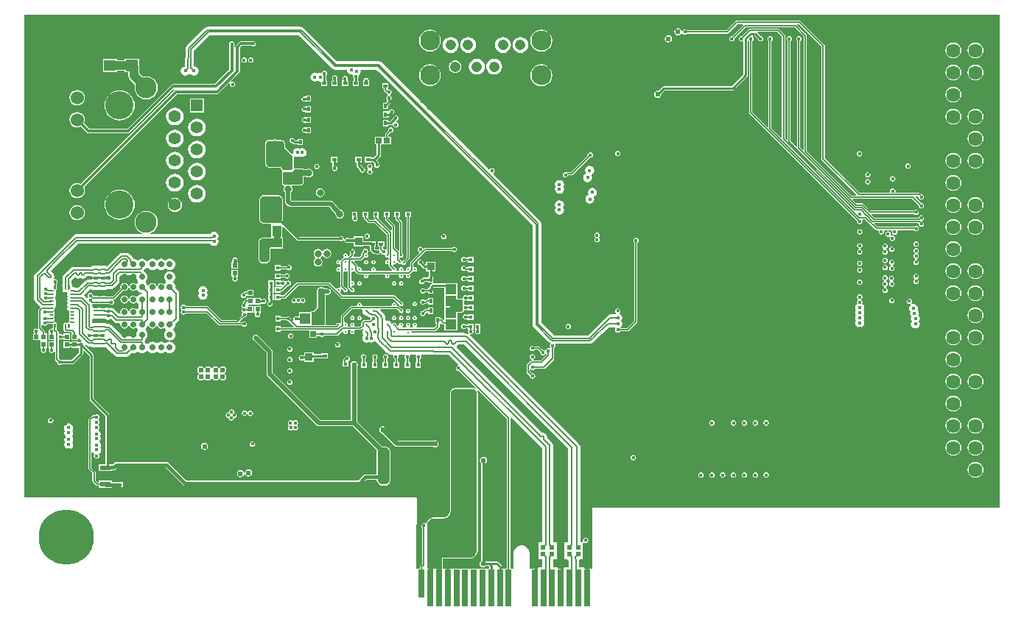
<source format=gbl>
G04*
G04 #@! TF.GenerationSoftware,Altium Limited,Altium Designer,21.6.4 (81)*
G04*
G04 Layer_Physical_Order=6*
G04 Layer_Color=16711680*
%FSLAX44Y44*%
%MOMM*%
G71*
G04*
G04 #@! TF.SameCoordinates,E15A89DD-22D2-431C-B3A5-9EEC7F9F13BC*
G04*
G04*
G04 #@! TF.FilePolarity,Positive*
G04*
G01*
G75*
%ADD11C,0.2540*%
%ADD16C,0.1524*%
%ADD17C,0.1270*%
%ADD20C,0.2032*%
%ADD25R,0.5000X0.4000*%
%ADD31R,0.5500X0.5500*%
%ADD36C,0.1800*%
G04:AMPARAMS|DCode=37|XSize=0.2mm|YSize=0.5mm|CornerRadius=0.05mm|HoleSize=0mm|Usage=FLASHONLY|Rotation=180.000|XOffset=0mm|YOffset=0mm|HoleType=Round|Shape=RoundedRectangle|*
%AMROUNDEDRECTD37*
21,1,0.2000,0.4000,0,0,180.0*
21,1,0.1000,0.5000,0,0,180.0*
1,1,0.1000,-0.0500,0.2000*
1,1,0.1000,0.0500,0.2000*
1,1,0.1000,0.0500,-0.2000*
1,1,0.1000,-0.0500,-0.2000*
%
%ADD37ROUNDEDRECTD37*%
G04:AMPARAMS|DCode=38|XSize=0.5mm|YSize=0.2mm|CornerRadius=0.05mm|HoleSize=0mm|Usage=FLASHONLY|Rotation=180.000|XOffset=0mm|YOffset=0mm|HoleType=Round|Shape=RoundedRectangle|*
%AMROUNDEDRECTD38*
21,1,0.5000,0.1000,0,0,180.0*
21,1,0.4000,0.2000,0,0,180.0*
1,1,0.1000,-0.2000,0.0500*
1,1,0.1000,0.2000,0.0500*
1,1,0.1000,0.2000,-0.0500*
1,1,0.1000,-0.2000,-0.0500*
%
%ADD38ROUNDEDRECTD38*%
G04:AMPARAMS|DCode=39|XSize=0.565mm|YSize=0.2mm|CornerRadius=0.05mm|HoleSize=0mm|Usage=FLASHONLY|Rotation=0.000|XOffset=0mm|YOffset=0mm|HoleType=Round|Shape=RoundedRectangle|*
%AMROUNDEDRECTD39*
21,1,0.5650,0.1000,0,0,0.0*
21,1,0.4650,0.2000,0,0,0.0*
1,1,0.1000,0.2325,-0.0500*
1,1,0.1000,-0.2325,-0.0500*
1,1,0.1000,-0.2325,0.0500*
1,1,0.1000,0.2325,0.0500*
%
%ADD39ROUNDEDRECTD39*%
%ADD42R,0.7000X0.6500*%
%ADD56R,0.9051X0.9062*%
%ADD61R,0.4500X0.4500*%
%ADD62R,0.4000X0.5000*%
%ADD64R,0.4500X0.4500*%
%ADD67R,0.7112X4.1910*%
%ADD68R,0.6500X0.6500*%
%ADD72R,0.9062X0.9051*%
%ADD77R,0.5200X0.5200*%
%ADD81R,0.6000X0.5500*%
G04:AMPARAMS|DCode=98|XSize=1.2mm|YSize=3.2mm|CornerRadius=0.048mm|HoleSize=0mm|Usage=FLASHONLY|Rotation=180.000|XOffset=0mm|YOffset=0mm|HoleType=Round|Shape=RoundedRectangle|*
%AMROUNDEDRECTD98*
21,1,1.2000,3.1040,0,0,180.0*
21,1,1.1040,3.2000,0,0,180.0*
1,1,0.0960,-0.5520,1.5520*
1,1,0.0960,0.5520,1.5520*
1,1,0.0960,0.5520,-1.5520*
1,1,0.0960,-0.5520,-1.5520*
%
%ADD98ROUNDEDRECTD98*%
G04:AMPARAMS|DCode=99|XSize=0.565mm|YSize=0.4mm|CornerRadius=0.05mm|HoleSize=0mm|Usage=FLASHONLY|Rotation=0.000|XOffset=0mm|YOffset=0mm|HoleType=Round|Shape=RoundedRectangle|*
%AMROUNDEDRECTD99*
21,1,0.5650,0.3000,0,0,0.0*
21,1,0.4650,0.4000,0,0,0.0*
1,1,0.1000,0.2325,-0.1500*
1,1,0.1000,-0.2325,-0.1500*
1,1,0.1000,-0.2325,0.1500*
1,1,0.1000,0.2325,0.1500*
%
%ADD99ROUNDEDRECTD99*%
G04:AMPARAMS|DCode=129|XSize=1.5mm|YSize=2.55mm|CornerRadius=0.75mm|HoleSize=0mm|Usage=FLASHONLY|Rotation=270.000|XOffset=0mm|YOffset=0mm|HoleType=Round|Shape=RoundedRectangle|*
%AMROUNDEDRECTD129*
21,1,1.5000,1.0500,0,0,270.0*
21,1,0.0000,2.5500,0,0,270.0*
1,1,1.5000,-0.5250,0.0000*
1,1,1.5000,-0.5250,0.0000*
1,1,1.5000,0.5250,0.0000*
1,1,1.5000,0.5250,0.0000*
%
%ADD129ROUNDEDRECTD129*%
%ADD139C,0.5000*%
%ADD140C,0.3810*%
%ADD141C,0.6350*%
%ADD142C,0.5080*%
%ADD143C,0.3048*%
%ADD144C,0.1778*%
%ADD145C,1.0160*%
%ADD149O,2.0000X0.9144*%
%ADD150C,1.2080*%
%ADD151C,2.3000*%
%ADD152C,6.3500*%
%ADD153C,0.7000*%
%ADD154C,1.6200*%
%ADD155C,1.5300*%
%ADD156C,1.3980*%
%ADD157O,1.4000X1.9500*%
%ADD158R,1.3980X1.3980*%
%ADD159C,2.4450*%
%ADD160C,3.2500*%
%ADD161C,2.7000*%
%ADD162C,0.4064*%
%ADD163C,0.5080*%
%ADD164C,0.6096*%
%ADD165C,0.8128*%
%ADD166C,0.3048*%
%ADD167C,2.0320*%
%ADD168R,1.2500X0.6000*%
%ADD169R,0.5500X0.5500*%
%ADD170R,1.0582X1.3061*%
%ADD171R,1.3062X1.1544*%
%ADD172R,0.5500X0.6000*%
%ADD173R,0.5200X0.5200*%
%ADD174R,1.1544X1.3062*%
%ADD175R,0.5000X0.4500*%
%ADD176R,1.4621X1.3549*%
%ADD177R,1.4562X1.3046*%
%ADD178R,0.5400X0.5800*%
%ADD179R,0.7112X3.2004*%
%ADD180C,0.7620*%
G36*
X1121000Y650000D02*
X1121000Y82500D01*
X653000Y82500D01*
Y12500D01*
X643118D01*
Y14097D01*
X637685D01*
Y21393D01*
X637695D01*
X637670Y21865D01*
X637838Y22406D01*
X638434Y23052D01*
X642018D01*
Y30852D01*
X642018Y41771D01*
Y41801D01*
Y41801D01*
X642018Y41865D01*
X642362Y42031D01*
X643288Y42478D01*
X643811Y42129D01*
X645000Y41892D01*
X646189Y42129D01*
X647197Y42803D01*
X647871Y43811D01*
X648108Y45000D01*
X647871Y46189D01*
X647197Y47197D01*
X646189Y47871D01*
X645000Y48108D01*
X643811Y47871D01*
X642803Y47197D01*
X642129Y46189D01*
X641892Y45000D01*
X642094Y43987D01*
X641748Y43316D01*
X641311Y42748D01*
X641255Y42748D01*
X641114Y42748D01*
X638885D01*
Y152770D01*
X638589Y154256D01*
X637747Y155517D01*
X513467Y279796D01*
X513466Y279814D01*
X513485Y279834D01*
X512312Y280734D01*
X512850Y281922D01*
X513000Y281892D01*
X514189Y282129D01*
X515197Y282803D01*
X515871Y283811D01*
X516108Y285000D01*
X515871Y286189D01*
X515688Y286464D01*
X516266Y287734D01*
X516266D01*
Y294266D01*
X509734D01*
Y292942D01*
X507368D01*
X507197Y293197D01*
X506189Y293871D01*
X505000Y294108D01*
X503811Y293871D01*
X502803Y293197D01*
X502129Y292189D01*
X501892Y291000D01*
X502129Y289811D01*
X502803Y288803D01*
X503811Y288129D01*
X505000Y287892D01*
X506189Y288129D01*
X507197Y288803D01*
X507368Y289058D01*
X509734D01*
Y287734D01*
X509734D01*
X510312Y286464D01*
X510129Y286189D01*
X509892Y285000D01*
X510129Y283811D01*
X510310Y283540D01*
X509468Y282514D01*
X507208Y283450D01*
X503560Y283931D01*
Y283885D01*
X444857D01*
X444674Y284244D01*
X445454Y285514D01*
X471586D01*
X471586Y285514D01*
X472379Y285672D01*
X473051Y286121D01*
X476465Y289535D01*
X476465Y289535D01*
X476914Y290207D01*
X477072Y291000D01*
Y293697D01*
X478016Y294484D01*
D01*
X479286Y294784D01*
X480146Y293924D01*
X480146Y293924D01*
X480818Y293475D01*
X481611Y293317D01*
X482453D01*
Y286694D01*
X497547D01*
Y300212D01*
Y306900D01*
X502398D01*
X502600Y306984D01*
X502819D01*
X503554Y307288D01*
X503708Y307443D01*
X503910Y307527D01*
X504473Y308090D01*
X504557Y308292D01*
X504711Y308446D01*
X505000Y309143D01*
X505023Y309189D01*
X505217Y309421D01*
X505635Y309779D01*
X506356Y310018D01*
X506370Y310018D01*
X507000Y309892D01*
X508189Y310129D01*
X508464Y310312D01*
X509734Y309734D01*
Y309734D01*
X516266D01*
Y316266D01*
X509734D01*
Y316266D01*
X508464Y315688D01*
X508189Y315871D01*
X507000Y316108D01*
X506370Y315982D01*
X505100Y316807D01*
Y320076D01*
X505297Y320368D01*
X505787Y320804D01*
X506204Y321051D01*
X507000Y320892D01*
X508189Y321129D01*
X508464Y321312D01*
X509734Y320734D01*
Y320734D01*
X516266D01*
Y327266D01*
X509734D01*
Y327266D01*
X508464Y326688D01*
X508189Y326871D01*
X507000Y327108D01*
X505811Y326871D01*
X504803Y326198D01*
X504129Y325189D01*
X503892Y324000D01*
X503904Y323941D01*
X502818Y323016D01*
X502793Y323016D01*
X502600Y323016D01*
X502398Y323100D01*
X502000Y323100D01*
X502000Y323100D01*
X497547Y323100D01*
Y326971D01*
Y340547D01*
X482453D01*
Y340331D01*
X470298D01*
X470016Y341484D01*
X470016Y341601D01*
Y348516D01*
X469331D01*
Y354453D01*
X472536D01*
Y365547D01*
X461453D01*
Y363639D01*
X460183Y363113D01*
X458061Y365235D01*
X457871Y366189D01*
X457197Y367197D01*
X456189Y367871D01*
X455000Y368108D01*
X453811Y367871D01*
X452803Y367197D01*
X452129Y366189D01*
X451892Y365000D01*
X452129Y363811D01*
X452803Y362803D01*
X453811Y362129D01*
X454765Y361939D01*
X458352Y358352D01*
X459108Y357847D01*
X460000Y357669D01*
X461453D01*
Y354453D01*
X464669D01*
Y348516D01*
X463984D01*
Y347331D01*
X459250D01*
X458358Y347153D01*
X457602Y346648D01*
X457051Y346097D01*
X457000Y346108D01*
X455811Y345871D01*
X454803Y345197D01*
X454129Y344189D01*
X453892Y343000D01*
X454129Y341811D01*
X454803Y340802D01*
X455811Y340129D01*
X457000Y339892D01*
X458189Y340129D01*
X459198Y340802D01*
X459871Y341811D01*
X459999Y342453D01*
X460215Y342669D01*
X463984D01*
Y341484D01*
X468506D01*
X468631Y340214D01*
X468326Y340153D01*
X467570Y339648D01*
X466082Y338160D01*
X465577Y337404D01*
X465399Y336512D01*
Y335516D01*
X463984D01*
Y333813D01*
X460454D01*
X460197Y334198D01*
X459189Y334871D01*
X458000Y335108D01*
X456811Y334871D01*
X455802Y334198D01*
X455129Y333189D01*
X454892Y332000D01*
X455129Y330811D01*
X455802Y329803D01*
X456811Y329129D01*
X458000Y328892D01*
X459189Y329129D01*
X460197Y329803D01*
X460454Y330187D01*
X463984D01*
Y328484D01*
X470016D01*
Y332505D01*
X470061Y332730D01*
Y335547D01*
X470183Y335669D01*
X482453D01*
Y326971D01*
Y313453D01*
Y299136D01*
X481280Y298650D01*
X480465Y299465D01*
X479793Y299914D01*
X479000Y300072D01*
X478016Y300826D01*
Y301516D01*
X471984D01*
Y294484D01*
X472928D01*
Y291858D01*
X470728Y289658D01*
X450554D01*
X450169Y290928D01*
X450529Y291169D01*
X451091Y292009D01*
X451288Y293000D01*
X451091Y293991D01*
X450529Y294831D01*
X449689Y295393D01*
X448698Y295590D01*
X447707Y295393D01*
X446867Y294831D01*
X446305Y293991D01*
X446108Y293000D01*
X446305Y292009D01*
X446867Y291169D01*
X447227Y290928D01*
X446842Y289658D01*
X442856D01*
X442471Y290928D01*
X442831Y291169D01*
X443393Y292009D01*
X443590Y293000D01*
X443393Y293991D01*
X442831Y294831D01*
X441991Y295393D01*
X441000Y295590D01*
X440009Y295393D01*
X439169Y294831D01*
X438607Y293991D01*
X438410Y293000D01*
X438607Y292009D01*
X439169Y291169D01*
X439529Y290928D01*
X439144Y289658D01*
X434856D01*
X434471Y290928D01*
X434831Y291169D01*
X435393Y292009D01*
X435590Y293000D01*
X435393Y293991D01*
X434831Y294831D01*
X433991Y295393D01*
X433000Y295590D01*
X432009Y295393D01*
X431169Y294831D01*
X430607Y293991D01*
X430410Y293000D01*
X429344Y291884D01*
X429087Y291842D01*
X427505Y293425D01*
X427393Y293991D01*
X426831Y294831D01*
X425991Y295393D01*
X425000Y295590D01*
X424009Y295393D01*
X423169Y294831D01*
X422884Y294405D01*
X422606Y294334D01*
X421307Y294784D01*
X420296Y296296D01*
X418784Y297307D01*
X417000Y297661D01*
X416127Y297488D01*
X414857Y298478D01*
Y299851D01*
X414868D01*
X414527Y302437D01*
X413529Y304846D01*
X411964Y306887D01*
X411964Y306887D01*
X411963Y306887D01*
X411064Y307777D01*
X408828Y310014D01*
X409314Y311187D01*
X428249D01*
X430415Y309022D01*
X430410Y309000D01*
X430607Y308009D01*
X431169Y307169D01*
X432009Y306607D01*
X433000Y306410D01*
X433991Y306607D01*
X434831Y307169D01*
X435393Y308009D01*
X435590Y309000D01*
X435393Y309991D01*
X434831Y310831D01*
X433991Y311393D01*
X433000Y311590D01*
X432978Y311585D01*
X430282Y314282D01*
X429694Y314675D01*
X429000Y314813D01*
X428427D01*
X427533Y316083D01*
X427590Y316368D01*
X427393Y317359D01*
X426831Y318199D01*
X425991Y318761D01*
X425000Y318958D01*
X424009Y318761D01*
X423169Y318199D01*
X422607Y317359D01*
X422410Y316368D01*
X422467Y316083D01*
X421573Y314813D01*
X388427D01*
X387533Y316083D01*
X387590Y316368D01*
X387393Y317359D01*
X386831Y318199D01*
X385991Y318761D01*
X385000Y318958D01*
X384009Y318761D01*
X383169Y318199D01*
X382607Y317359D01*
X382410Y316368D01*
X382467Y316083D01*
X381573Y314813D01*
X376000D01*
X375306Y314675D01*
X374718Y314282D01*
X364416Y303980D01*
X364023Y303392D01*
X363885Y302698D01*
Y295538D01*
X363411Y295220D01*
X362615Y294976D01*
X361991Y295393D01*
X361000Y295590D01*
X360009Y295393D01*
X359169Y294831D01*
X358607Y293991D01*
X358410Y293000D01*
X357421Y292353D01*
X346584D01*
X346539Y292379D01*
X346415Y292487D01*
X345826Y293623D01*
X346016Y294082D01*
Y294301D01*
X346100Y294503D01*
Y295000D01*
X346100Y295000D01*
X346100Y327374D01*
X348500D01*
X349888Y327650D01*
X351064Y328436D01*
X351850Y329613D01*
X352126Y331000D01*
X351850Y332388D01*
X351064Y333564D01*
X349888Y334350D01*
X348500Y334626D01*
X345425D01*
X345397Y334694D01*
X344694Y335397D01*
X344492Y335481D01*
X344337Y335635D01*
X344067Y335747D01*
X343973D01*
X343897Y335802D01*
X342752Y336071D01*
X342622Y336049D01*
X342500Y336100D01*
X342500D01*
X342500Y336100D01*
X340000Y336100D01*
X339503Y336100D01*
X339301Y336016D01*
X339082D01*
X338163Y335635D01*
X338008Y335481D01*
X337806Y335397D01*
X337103Y334694D01*
X337029Y334516D01*
X336984D01*
Y334456D01*
X336865Y334337D01*
X336484Y333418D01*
Y333199D01*
X336400Y332997D01*
X336400Y332500D01*
Y331131D01*
X336374Y331000D01*
X336400Y330869D01*
Y312955D01*
X332044Y308600D01*
X330000D01*
X329222Y308278D01*
X328920Y307547D01*
X315453D01*
Y302331D01*
X313998D01*
X313189Y302871D01*
X312000Y303108D01*
X310811Y302871D01*
X309802Y302197D01*
X309129Y301189D01*
X308892Y300000D01*
X309129Y298811D01*
X309289Y298570D01*
X308303Y297761D01*
X306518Y299546D01*
X306608Y300000D01*
X306371Y301189D01*
X305697Y302197D01*
X304689Y302871D01*
X303500Y303108D01*
X302311Y302871D01*
X301303Y302197D01*
X301045Y301813D01*
X294766D01*
Y303266D01*
X288234D01*
Y296734D01*
X294766D01*
Y298187D01*
X301045D01*
X301303Y297803D01*
X302311Y297129D01*
X303500Y296892D01*
X303954Y296983D01*
X309950Y290986D01*
X309464Y289813D01*
X294766D01*
Y291266D01*
X288234D01*
Y284734D01*
X294766D01*
Y286187D01*
X327734D01*
Y277734D01*
X336266D01*
Y280187D01*
X339507D01*
X339687Y279918D01*
X340696Y279244D01*
X341885Y279007D01*
X343074Y279244D01*
X344082Y279918D01*
X344339Y280302D01*
X359115D01*
X359809Y280440D01*
X360397Y280833D01*
X365252Y285689D01*
X366423Y285063D01*
X366410Y285000D01*
X366607Y284009D01*
X367169Y283169D01*
X368009Y282607D01*
X369000Y282410D01*
X369991Y282607D01*
X370831Y283169D01*
X371393Y284009D01*
X371590Y285000D01*
X371407Y285917D01*
X371406Y286013D01*
X372121Y287187D01*
X373879D01*
X374594Y286013D01*
X374593Y285917D01*
X374410Y285000D01*
X374607Y284009D01*
X375169Y283169D01*
X376009Y282607D01*
X377000Y282410D01*
X377991Y282607D01*
X378831Y283169D01*
X379393Y284009D01*
X379590Y285000D01*
X379407Y285917D01*
X379406Y286013D01*
X380121Y287187D01*
X386000D01*
X386694Y287325D01*
X387282Y287718D01*
X388537Y288973D01*
X388631Y288944D01*
X389302Y287696D01*
X388693Y286784D01*
X388338Y285000D01*
X388693Y283216D01*
X389334Y282257D01*
X389784Y281031D01*
X389324Y280343D01*
X388661Y279350D01*
X388266Y277368D01*
X388661Y275386D01*
X389784Y273706D01*
X391464Y272583D01*
X393446Y272188D01*
X395428Y272583D01*
X396113Y273040D01*
X396798Y272583D01*
X398780Y272188D01*
X400762Y272583D01*
X402443Y273706D01*
X402609Y273955D01*
X403974Y273711D01*
X405409Y271841D01*
X405409D01*
X406308Y270950D01*
X414967Y262291D01*
X415861Y261393D01*
X415861Y261393D01*
X415861Y261393D01*
X417818Y259892D01*
X420129Y258934D01*
X421401Y258767D01*
X421401Y258767D01*
X421970Y258692D01*
X422609Y258608D01*
X422609D01*
X423577Y258318D01*
X424129Y257189D01*
X423892Y256000D01*
X424129Y254811D01*
X424803Y253803D01*
X425558Y253298D01*
Y249766D01*
X424234D01*
Y243234D01*
X430766D01*
Y249766D01*
X429442D01*
Y254169D01*
X429871Y254811D01*
X430108Y256000D01*
X429871Y257189D01*
X429767Y257345D01*
X430446Y258615D01*
X436554D01*
X437233Y257345D01*
X437129Y257189D01*
X436892Y256000D01*
X437129Y254811D01*
X437803Y253803D01*
X438058Y253632D01*
Y249766D01*
X436734D01*
Y243234D01*
X443266D01*
Y249766D01*
X441942D01*
Y253632D01*
X442197Y253803D01*
X442871Y254811D01*
X443108Y256000D01*
X442871Y257189D01*
X442767Y257345D01*
X443446Y258615D01*
X449554D01*
X450233Y257345D01*
X450129Y257189D01*
X449892Y256000D01*
X450129Y254811D01*
X450558Y254169D01*
Y249766D01*
X449234D01*
Y243234D01*
X455766D01*
Y249766D01*
X454442D01*
Y253298D01*
X455197Y253803D01*
X455871Y254811D01*
X456108Y256000D01*
X455871Y257189D01*
X455767Y257345D01*
X456446Y258615D01*
X469705D01*
X470298Y258497D01*
X487400D01*
X498579Y247319D01*
X498161Y245941D01*
X497811Y245871D01*
X496802Y245198D01*
X496129Y244189D01*
X495892Y243000D01*
X496129Y241811D01*
X496802Y240802D01*
X497811Y240129D01*
X499000Y239892D01*
X499301Y239952D01*
X519041Y220213D01*
X518956Y220063D01*
X518253Y219255D01*
X516415Y220016D01*
X516197D01*
X515994Y220100D01*
X515000Y220100D01*
X495000Y220100D01*
X495000Y220100D01*
X494005Y220100D01*
X493803Y220016D01*
X493585D01*
X491747Y219255D01*
X491592Y219100D01*
X491390Y219016D01*
X489984Y217610D01*
X489900Y217408D01*
X489745Y217253D01*
X488984Y215415D01*
Y215197D01*
X488900Y214995D01*
Y214000D01*
Y79029D01*
X488862Y78253D01*
X488555Y76708D01*
X487963Y75278D01*
X487103Y73991D01*
X486008Y72897D01*
X484722Y72037D01*
X483292Y71445D01*
X481747Y71138D01*
X480973Y71100D01*
X470000D01*
X470000Y71100D01*
X469311Y71100D01*
X469207Y71056D01*
X469096Y71078D01*
X467744Y70809D01*
X467650Y70747D01*
X467537D01*
X466263Y70219D01*
X466184Y70140D01*
X466073Y70118D01*
X464927Y69352D01*
X464864Y69258D01*
X464760Y69215D01*
X463785Y68240D01*
X463742Y68136D01*
X463648Y68073D01*
X462882Y66927D01*
X462860Y66816D01*
X462781Y66736D01*
X462253Y65463D01*
Y65350D01*
X462190Y65256D01*
X462136Y64982D01*
X462031Y64894D01*
X460745Y64500D01*
X460189Y64871D01*
X459000Y65108D01*
X457811Y64871D01*
X456802Y64198D01*
X456129Y63189D01*
X455892Y62000D01*
X456129Y60811D01*
X456802Y59802D01*
X456928Y59718D01*
Y17696D01*
X455049Y15817D01*
X454600Y15145D01*
X454442Y14352D01*
X454442Y14352D01*
Y12500D01*
X450000D01*
Y62646D01*
X450209D01*
X450986Y62969D01*
X451281Y63264D01*
X451604Y64041D01*
Y92600D01*
X451520Y92802D01*
Y93021D01*
X451443Y93206D01*
X451288Y93361D01*
X451205Y93563D01*
X451063Y93705D01*
X450861Y93788D01*
X450706Y93943D01*
X450521Y94020D01*
X450302D01*
X450100Y94103D01*
X0D01*
Y650000D01*
X1121000Y650000D01*
D02*
G37*
G36*
X502000Y322000D02*
X502000Y322000D01*
X502398Y322000D01*
X503133Y321695D01*
X503695Y321133D01*
X504000Y320398D01*
X504000Y320000D01*
X504000Y313542D01*
X503892Y313000D01*
X504000Y312458D01*
Y310000D01*
X504000Y310000D01*
Y309602D01*
X503695Y308867D01*
X503133Y308305D01*
X502398Y308000D01*
X489000D01*
Y322000D01*
X502000Y322000D01*
D02*
G37*
G36*
X340000Y335000D02*
X342500Y335000D01*
X342500Y335000D01*
X342500Y335000D01*
X342500D01*
X343646Y334731D01*
X343916Y334619D01*
X344619Y333916D01*
X345000Y332997D01*
X345000Y332500D01*
X345000Y295000D01*
X345000Y295000D01*
Y294503D01*
X344619Y293584D01*
X343916Y292881D01*
X342997Y292500D01*
X330000D01*
Y307500D01*
X332500D01*
X337500Y312500D01*
Y332500D01*
X337500Y332997D01*
X337881Y333916D01*
X338584Y334619D01*
X339503Y335000D01*
X340000Y335000D01*
D02*
G37*
G36*
X388521Y309917D02*
X388338Y309000D01*
X388693Y307216D01*
X389704Y305704D01*
X391216Y304693D01*
X391944Y304548D01*
X392858Y303678D01*
X392858Y303678D01*
X394516Y302571D01*
X394522Y302584D01*
X397348Y301365D01*
X397408Y301352D01*
X397460Y301319D01*
X397741Y301208D01*
X397857Y300378D01*
X397825Y299881D01*
X396757Y298813D01*
X391000D01*
X390306Y298675D01*
X389718Y298282D01*
X387718Y296282D01*
X387325Y295694D01*
X387187Y295000D01*
Y292751D01*
X385249Y290813D01*
X380121D01*
X379406Y291986D01*
X379407Y292083D01*
X379590Y293000D01*
X379393Y293991D01*
X378831Y294831D01*
X377991Y295393D01*
X377000Y295590D01*
X376009Y295393D01*
X375169Y294831D01*
X374607Y293991D01*
X374410Y293000D01*
X374593Y292083D01*
X374594Y291986D01*
X373879Y290813D01*
X372121D01*
X371406Y291986D01*
X371407Y292083D01*
X371590Y293000D01*
X371393Y293991D01*
X370831Y294831D01*
X369991Y295393D01*
X369000Y295590D01*
X368781Y295546D01*
X367511Y296471D01*
Y301947D01*
X376751Y311187D01*
X387552D01*
X388521Y309917D01*
D02*
G37*
G36*
X515000Y219000D02*
X515994Y219000D01*
X517832Y218239D01*
X519239Y216832D01*
X519921Y215184D01*
X520000Y214004D01*
Y214000D01*
X520000Y214000D01*
X520000Y214000D01*
X520000Y34000D01*
Y33114D01*
X519654Y31375D01*
X518976Y29737D01*
X517991Y28263D01*
X516737Y27009D01*
X515263Y26024D01*
X513625Y25346D01*
X511886Y25000D01*
X511000D01*
Y25000D01*
X480000Y25000D01*
Y12500D01*
X463000D01*
Y49500D01*
Y50594D01*
X463000Y50594D01*
Y63689D01*
X463269Y65042D01*
X463797Y66316D01*
X464563Y67462D01*
X465538Y68437D01*
X466684Y69203D01*
X467958Y69731D01*
X469311Y70000D01*
X470000Y70000D01*
X470000Y70000D01*
X481000D01*
X481882Y70043D01*
X483613Y70388D01*
X485243Y71063D01*
X486710Y72043D01*
X487957Y73291D01*
X488937Y74757D01*
X489612Y76387D01*
X489957Y78118D01*
X490000Y79000D01*
X490000Y79000D01*
Y214000D01*
Y214995D01*
X490761Y216832D01*
X492168Y218239D01*
X494005Y219000D01*
X495000Y219000D01*
X495000Y219000D01*
X515000Y219000D01*
D02*
G37*
G36*
X625099Y150711D02*
Y42748D01*
X620522D01*
Y30852D01*
Y23052D01*
X624143D01*
X625139Y21782D01*
X625092Y21393D01*
X625177Y21187D01*
X625343Y19954D01*
Y14097D01*
X619910D01*
Y12500D01*
X613118D01*
Y14097D01*
X608802D01*
X607651Y14645D01*
X607547Y15916D01*
X607692Y17126D01*
X607601Y17347D01*
X607455Y17480D01*
X607441Y18125D01*
Y23052D01*
X612018D01*
Y30852D01*
Y42748D01*
X607441D01*
Y154301D01*
X607145Y155788D01*
X606303Y157048D01*
X600633Y162718D01*
X600874Y163930D01*
X600509Y165763D01*
X600135Y166323D01*
X599470Y167318D01*
X599470Y167318D01*
X597916Y168356D01*
X596083Y168721D01*
X594871Y168480D01*
X496501Y266850D01*
X496626Y268114D01*
X497114Y268440D01*
X498349Y270288D01*
X498364Y270362D01*
X505448D01*
X625099Y150711D01*
D02*
G37*
G36*
X595099Y150798D02*
Y42748D01*
X590522D01*
Y30852D01*
Y23052D01*
X595099D01*
X595099Y17117D01*
X595095Y17112D01*
X595090D01*
X595132Y16316D01*
X595168Y15874D01*
X595168Y15872D01*
X595168Y15872D01*
X595237Y15031D01*
X594376Y14097D01*
X589910D01*
Y12500D01*
X581000D01*
Y29500D01*
X580919Y30740D01*
X580277Y33135D01*
X579037Y35283D01*
X577283Y37037D01*
X575135Y38277D01*
X572740Y38919D01*
X570260D01*
X567864Y38277D01*
X565717Y37037D01*
X563963Y35283D01*
X562723Y33135D01*
X562081Y30740D01*
X562000Y29500D01*
Y12500D01*
X558456D01*
Y185486D01*
X558456Y185486D01*
X558417Y185685D01*
X559587Y186310D01*
X595099Y150798D01*
D02*
G37*
G36*
X554572Y184681D02*
Y12500D01*
X548845D01*
Y14486D01*
X548667Y15378D01*
X548162Y16134D01*
X544648Y19648D01*
X543892Y20153D01*
X543000Y20331D01*
X530330D01*
X529930Y20930D01*
X529331Y21330D01*
Y132957D01*
X530614Y133814D01*
X531512Y135158D01*
X531827Y136744D01*
X531512Y138329D01*
X530614Y139674D01*
X529269Y140572D01*
X527684Y140887D01*
X526098Y140572D01*
X524754Y139674D01*
X523855Y138329D01*
X523540Y136744D01*
X523855Y135158D01*
X524672Y133935D01*
Y133562D01*
X524669Y133546D01*
Y21330D01*
X524070Y20930D01*
X523172Y19586D01*
X522856Y18000D01*
X523172Y16414D01*
X524070Y15070D01*
X525414Y14172D01*
X527000Y13856D01*
X528586Y14172D01*
X529930Y15070D01*
X530330Y15669D01*
X533035D01*
X534183Y14520D01*
Y12500D01*
X481100D01*
Y23900D01*
X511000Y23900D01*
X511000Y23900D01*
X511886D01*
X511991Y23943D01*
X512101Y23921D01*
X513840Y24267D01*
X513933Y24330D01*
X514046D01*
X515684Y25008D01*
X515764Y25088D01*
X515874Y25110D01*
X517348Y26095D01*
X517411Y26188D01*
X517515Y26232D01*
X518768Y27485D01*
X518811Y27589D01*
X518905Y27652D01*
X519890Y29126D01*
X519912Y29236D01*
X519992Y29316D01*
X520670Y30954D01*
Y31067D01*
X520733Y31160D01*
X521079Y32899D01*
X521057Y33010D01*
X521100Y33114D01*
Y34000D01*
X521100Y214000D01*
X521100Y214000D01*
Y214004D01*
X521085Y214039D01*
X521097Y214076D01*
X521018Y215257D01*
X520937Y215422D01*
Y215605D01*
X520255Y217253D01*
X521063Y217956D01*
X521213Y218041D01*
X554572Y184681D01*
D02*
G37*
%LPC*%
G36*
X740000Y626144D02*
X738414Y625828D01*
X737070Y624930D01*
X736172Y623586D01*
X735856Y622000D01*
X736172Y620414D01*
X737070Y619070D01*
X738414Y618172D01*
X740000Y617856D01*
X741586Y618172D01*
X742930Y619070D01*
X743828Y620414D01*
X744144Y622000D01*
X743828Y623586D01*
X742930Y624930D01*
X741586Y625828D01*
X740000Y626144D01*
D02*
G37*
G36*
X594000Y632624D02*
X590733Y632194D01*
X587688Y630933D01*
X585074Y628927D01*
X583067Y626312D01*
X581806Y623267D01*
X581376Y620000D01*
X581806Y616733D01*
X583067Y613688D01*
X585074Y611073D01*
X587688Y609067D01*
X590733Y607806D01*
X594000Y607376D01*
X597267Y607806D01*
X600312Y609067D01*
X602926Y611073D01*
X604933Y613688D01*
X606194Y616733D01*
X606624Y620000D01*
X606194Y623267D01*
X604933Y626312D01*
X602926Y628927D01*
X600312Y630933D01*
X597267Y632194D01*
X594000Y632624D01*
D02*
G37*
G36*
X466000D02*
X462733Y632194D01*
X459688Y630933D01*
X457074Y628927D01*
X455067Y626312D01*
X453806Y623267D01*
X453376Y620000D01*
X453806Y616733D01*
X455067Y613688D01*
X457074Y611073D01*
X459688Y609067D01*
X462733Y607806D01*
X466000Y607376D01*
X469267Y607806D01*
X472312Y609067D01*
X474926Y611073D01*
X476933Y613688D01*
X478194Y616733D01*
X478624Y620000D01*
X478194Y623267D01*
X476933Y626312D01*
X474926Y628927D01*
X472312Y630933D01*
X469267Y632194D01*
X466000Y632624D01*
D02*
G37*
G36*
X570000Y624166D02*
X567628Y623854D01*
X565417Y622938D01*
X563518Y621482D01*
X562062Y619583D01*
X561146Y617372D01*
X560834Y615000D01*
X561146Y612628D01*
X562062Y610417D01*
X563518Y608518D01*
X565417Y607062D01*
X567628Y606146D01*
X570000Y605834D01*
X572372Y606146D01*
X574583Y607062D01*
X576482Y608518D01*
X577938Y610417D01*
X578854Y612628D01*
X579166Y615000D01*
X578854Y617372D01*
X577938Y619583D01*
X576482Y621482D01*
X574583Y622938D01*
X572372Y623854D01*
X570000Y624166D01*
D02*
G37*
G36*
X550000D02*
X547628Y623854D01*
X545417Y622938D01*
X543518Y621482D01*
X542062Y619583D01*
X541146Y617372D01*
X540834Y615000D01*
X541146Y612628D01*
X542062Y610417D01*
X543518Y608518D01*
X545417Y607062D01*
X547628Y606146D01*
X550000Y605834D01*
X552373Y606146D01*
X554583Y607062D01*
X556482Y608518D01*
X557938Y610417D01*
X558854Y612628D01*
X559166Y615000D01*
X558854Y617372D01*
X557938Y619583D01*
X556482Y621482D01*
X554583Y622938D01*
X552373Y623854D01*
X550000Y624166D01*
D02*
G37*
G36*
X510000D02*
X507628Y623854D01*
X505417Y622938D01*
X503518Y621482D01*
X502062Y619583D01*
X501146Y617372D01*
X500834Y615000D01*
X501146Y612628D01*
X502062Y610417D01*
X503518Y608518D01*
X505417Y607062D01*
X507628Y606146D01*
X510000Y605834D01*
X512372Y606146D01*
X514583Y607062D01*
X516482Y608518D01*
X517938Y610417D01*
X518854Y612628D01*
X519166Y615000D01*
X518854Y617372D01*
X517938Y619583D01*
X516482Y621482D01*
X514583Y622938D01*
X512372Y623854D01*
X510000Y624166D01*
D02*
G37*
G36*
X490000D02*
X487628Y623854D01*
X485417Y622938D01*
X483518Y621482D01*
X482062Y619583D01*
X481146Y617372D01*
X480834Y615000D01*
X481146Y612628D01*
X482062Y610417D01*
X483518Y608518D01*
X485417Y607062D01*
X487628Y606146D01*
X490000Y605834D01*
X492372Y606146D01*
X494583Y607062D01*
X496482Y608518D01*
X497938Y610417D01*
X498854Y612628D01*
X499166Y615000D01*
X498854Y617372D01*
X497938Y619583D01*
X496482Y621482D01*
X494583Y622938D01*
X492372Y623854D01*
X490000Y624166D01*
D02*
G37*
G36*
X1093000Y617795D02*
X1090620Y617481D01*
X1088403Y616563D01*
X1086498Y615102D01*
X1085037Y613197D01*
X1084119Y610980D01*
X1083805Y608600D01*
X1084119Y606220D01*
X1085037Y604003D01*
X1086498Y602098D01*
X1088403Y600637D01*
X1090620Y599719D01*
X1093000Y599405D01*
X1095380Y599719D01*
X1097597Y600637D01*
X1099502Y602098D01*
X1100963Y604003D01*
X1101881Y606220D01*
X1102195Y608600D01*
X1101881Y610980D01*
X1100963Y613197D01*
X1099502Y615102D01*
X1097597Y616563D01*
X1095380Y617481D01*
X1093000Y617795D01*
D02*
G37*
G36*
X1067600D02*
X1065220Y617481D01*
X1063003Y616563D01*
X1061098Y615102D01*
X1059637Y613197D01*
X1058719Y610980D01*
X1058405Y608600D01*
X1058719Y606220D01*
X1059637Y604003D01*
X1061098Y602098D01*
X1063003Y600637D01*
X1065220Y599719D01*
X1067600Y599405D01*
X1069980Y599719D01*
X1072197Y600637D01*
X1074102Y602098D01*
X1075563Y604003D01*
X1076481Y606220D01*
X1076795Y608600D01*
X1076481Y610980D01*
X1075563Y613197D01*
X1074102Y615102D01*
X1072197Y616563D01*
X1069980Y617481D01*
X1067600Y617795D01*
D02*
G37*
G36*
X131827Y599034D02*
X115173D01*
Y597459D01*
X106797D01*
Y598731D01*
X90203D01*
Y583653D01*
X106797D01*
Y585028D01*
X115173D01*
Y583453D01*
X119515D01*
Y579869D01*
X119988Y577491D01*
X121336Y575474D01*
X127291Y569519D01*
X127100Y569057D01*
X126645Y565600D01*
X127100Y562143D01*
X128434Y558922D01*
X130556Y556156D01*
X133322Y554034D01*
X136543Y552700D01*
X140000Y552245D01*
X143457Y552700D01*
X146678Y554034D01*
X149444Y556156D01*
X151566Y558922D01*
X152900Y562143D01*
X153355Y565600D01*
X152900Y569057D01*
X151566Y572278D01*
X149444Y575044D01*
X146678Y577166D01*
X143457Y578500D01*
X140000Y578955D01*
X136543Y578500D01*
X136081Y578309D01*
X131946Y582444D01*
Y589549D01*
X131827Y590149D01*
Y599034D01*
D02*
G37*
G36*
X260000Y600608D02*
X258811Y600371D01*
X257803Y599697D01*
X257129Y598689D01*
X256892Y597500D01*
X257129Y596311D01*
X257803Y595303D01*
X258811Y594629D01*
X260000Y594392D01*
X261189Y594629D01*
X262197Y595303D01*
X262871Y596311D01*
X263108Y597500D01*
X262871Y598689D01*
X262197Y599697D01*
X261189Y600371D01*
X260000Y600608D01*
D02*
G37*
G36*
X252500D02*
X251311Y600371D01*
X250303Y599697D01*
X249629Y598689D01*
X249392Y597500D01*
X249629Y596311D01*
X250303Y595303D01*
X251311Y594629D01*
X252500Y594392D01*
X253689Y594629D01*
X254697Y595303D01*
X255371Y596311D01*
X255608Y597500D01*
X255371Y598689D01*
X254697Y599697D01*
X253689Y600371D01*
X252500Y600608D01*
D02*
G37*
G36*
X263000Y619608D02*
X261811Y619371D01*
X261390Y619090D01*
X249000D01*
X248009Y618893D01*
X247169Y618331D01*
X243169Y614331D01*
X242607Y613491D01*
X242410Y612500D01*
Y586797D01*
X242110Y586612D01*
X240840Y587322D01*
Y614640D01*
X241121Y615061D01*
X241358Y616250D01*
X241121Y617439D01*
X240448Y618447D01*
X239439Y619121D01*
X238250Y619358D01*
X237061Y619121D01*
X236052Y618447D01*
X235379Y617439D01*
X235142Y616250D01*
X235379Y615061D01*
X235660Y614640D01*
Y586823D01*
X218677Y569840D01*
X170750D01*
X169759Y569643D01*
X168919Y569081D01*
X118427Y518590D01*
X74573D01*
X68205Y524957D01*
X68943Y526738D01*
X69241Y529000D01*
X68943Y531262D01*
X68070Y533370D01*
X66681Y535181D01*
X64870Y536570D01*
X62762Y537443D01*
X60500Y537741D01*
X58238Y537443D01*
X56130Y536570D01*
X54319Y535181D01*
X52930Y533370D01*
X52057Y531262D01*
X51759Y529000D01*
X52057Y526738D01*
X52930Y524630D01*
X54319Y522819D01*
X56130Y521430D01*
X58238Y520557D01*
X60500Y520259D01*
X62762Y520557D01*
X64543Y521295D01*
X71669Y514169D01*
X72509Y513607D01*
X73500Y513410D01*
X119500D01*
X120491Y513607D01*
X121331Y514169D01*
X171483Y564321D01*
X172056Y564232D01*
X172324Y563684D01*
X172427Y562890D01*
X64543Y455005D01*
X62762Y455743D01*
X60500Y456041D01*
X58238Y455743D01*
X56130Y454870D01*
X54319Y453481D01*
X52930Y451670D01*
X52057Y449562D01*
X51759Y447300D01*
X52057Y445038D01*
X52930Y442930D01*
X54319Y441119D01*
X56130Y439730D01*
X58238Y438857D01*
X60500Y438559D01*
X62762Y438857D01*
X64870Y439730D01*
X66681Y441119D01*
X68070Y442930D01*
X68943Y445038D01*
X69241Y447300D01*
X68943Y449562D01*
X68205Y451343D01*
X175523Y558660D01*
X221381D01*
X222372Y558857D01*
X223212Y559419D01*
X235595Y571801D01*
X236581Y570992D01*
X236379Y570689D01*
X236142Y569500D01*
X236379Y568311D01*
X237052Y567303D01*
X238061Y566629D01*
X239250Y566392D01*
X240439Y566629D01*
X241448Y567303D01*
X242121Y568311D01*
X242358Y569500D01*
X242121Y570689D01*
X241448Y571698D01*
X240439Y572371D01*
X239250Y572608D01*
X238061Y572371D01*
X237758Y572169D01*
X236949Y573156D01*
X246831Y583038D01*
X247393Y583878D01*
X247590Y584869D01*
Y611427D01*
X250073Y613910D01*
X261390D01*
X261811Y613629D01*
X263000Y613392D01*
X264189Y613629D01*
X265198Y614302D01*
X265871Y615311D01*
X266108Y616500D01*
X265871Y617689D01*
X265198Y618698D01*
X264189Y619371D01*
X263000Y619608D01*
D02*
G37*
G36*
X495000Y597117D02*
X493158Y596874D01*
X491442Y596163D01*
X489968Y595032D01*
X488837Y593558D01*
X488126Y591842D01*
X487883Y590000D01*
X488126Y588158D01*
X488837Y586441D01*
X489968Y584968D01*
X491442Y583837D01*
X493158Y583126D01*
X495000Y582883D01*
X496842Y583126D01*
X498558Y583837D01*
X500032Y584968D01*
X501163Y586441D01*
X501874Y588158D01*
X502117Y590000D01*
X501874Y591842D01*
X501163Y593558D01*
X500032Y595032D01*
X498558Y596163D01*
X496842Y596874D01*
X495000Y597117D01*
D02*
G37*
G36*
X344922Y585286D02*
X343733Y585050D01*
X342725Y584376D01*
X342051Y583368D01*
X341269Y582845D01*
X339945Y583109D01*
X337963Y582715D01*
X336788Y581930D01*
X335614Y582715D01*
X333632Y583109D01*
X331650Y582715D01*
X329969Y581592D01*
X328847Y579911D01*
X328452Y577929D01*
X328847Y575947D01*
X329969Y574267D01*
X331650Y573144D01*
X333632Y572750D01*
X335614Y573144D01*
X336788Y573929D01*
X337963Y573144D01*
X339945Y572750D01*
X340002Y572761D01*
X340984Y571955D01*
Y567734D01*
X348016D01*
Y573766D01*
X347253D01*
Y580180D01*
X347793Y580989D01*
X348030Y582178D01*
X347793Y583368D01*
X347120Y584376D01*
X346112Y585050D01*
X344922Y585286D01*
D02*
G37*
G36*
X540000Y599166D02*
X537628Y598854D01*
X535417Y597938D01*
X533518Y596482D01*
X532062Y594583D01*
X531146Y592372D01*
X530834Y590000D01*
X531146Y587628D01*
X532062Y585417D01*
X533518Y583518D01*
X535417Y582062D01*
X537628Y581146D01*
X540000Y580834D01*
X542372Y581146D01*
X544583Y582062D01*
X546482Y583518D01*
X547938Y585417D01*
X548854Y587628D01*
X549166Y590000D01*
X548854Y592372D01*
X547938Y594583D01*
X546482Y596482D01*
X544583Y597938D01*
X542372Y598854D01*
X540000Y599166D01*
D02*
G37*
G36*
X520000D02*
X517628Y598854D01*
X515417Y597938D01*
X513518Y596482D01*
X512062Y594583D01*
X511146Y592372D01*
X510834Y590000D01*
X511146Y587628D01*
X512062Y585417D01*
X513518Y583518D01*
X515417Y582062D01*
X517628Y581146D01*
X520000Y580834D01*
X522372Y581146D01*
X524583Y582062D01*
X526482Y583518D01*
X527938Y585417D01*
X528854Y587628D01*
X529166Y590000D01*
X528854Y592372D01*
X527938Y594583D01*
X526482Y596482D01*
X524583Y597938D01*
X522372Y598854D01*
X520000Y599166D01*
D02*
G37*
G36*
X1093000Y592395D02*
X1090620Y592081D01*
X1088403Y591163D01*
X1086498Y589702D01*
X1085037Y587797D01*
X1084119Y585580D01*
X1083805Y583200D01*
X1084119Y580820D01*
X1085037Y578603D01*
X1086498Y576698D01*
X1088403Y575237D01*
X1090620Y574319D01*
X1093000Y574005D01*
X1095380Y574319D01*
X1097597Y575237D01*
X1099502Y576698D01*
X1100963Y578603D01*
X1101881Y580820D01*
X1102195Y583200D01*
X1101881Y585580D01*
X1100963Y587797D01*
X1099502Y589702D01*
X1097597Y591163D01*
X1095380Y592081D01*
X1093000Y592395D01*
D02*
G37*
G36*
X1067600D02*
X1065220Y592081D01*
X1063003Y591163D01*
X1061098Y589702D01*
X1059637Y587797D01*
X1058719Y585580D01*
X1058405Y583200D01*
X1058719Y580820D01*
X1059637Y578603D01*
X1061098Y576698D01*
X1063003Y575237D01*
X1065220Y574319D01*
X1067600Y574005D01*
X1069980Y574319D01*
X1072197Y575237D01*
X1074102Y576698D01*
X1075563Y578603D01*
X1076481Y580820D01*
X1076795Y583200D01*
X1076481Y585580D01*
X1075563Y587797D01*
X1074102Y589702D01*
X1072197Y591163D01*
X1069980Y592081D01*
X1067600Y592395D01*
D02*
G37*
G36*
X392763Y577059D02*
X391574Y576822D01*
X390566Y576148D01*
X389892Y575140D01*
X389656Y573951D01*
X389504Y573766D01*
X389234D01*
Y567734D01*
X396266D01*
Y573766D01*
X396023D01*
X395871Y573951D01*
X395634Y575140D01*
X394961Y576148D01*
X393953Y576822D01*
X392763Y577059D01*
D02*
G37*
G36*
X368433Y579503D02*
X367244Y579267D01*
X366236Y578593D01*
X365562Y577585D01*
X365325Y576396D01*
X365562Y575206D01*
X365676Y575036D01*
X365234Y573766D01*
X365234D01*
Y567734D01*
X372266D01*
Y573766D01*
X371734D01*
X371190Y575036D01*
X371304Y575206D01*
X371541Y576396D01*
X371304Y577585D01*
X370630Y578593D01*
X369622Y579267D01*
X368433Y579503D01*
D02*
G37*
G36*
X356750Y580108D02*
X355561Y579871D01*
X354552Y579198D01*
X353879Y578189D01*
X353642Y577000D01*
X353879Y575811D01*
X354294Y575189D01*
Y573766D01*
X352984D01*
Y567734D01*
X360016D01*
Y573766D01*
X359498D01*
X359104Y575036D01*
X359621Y575811D01*
X359858Y577000D01*
X359621Y578189D01*
X358947Y579198D01*
X357939Y579871D01*
X356750Y580108D01*
D02*
G37*
G36*
X594000Y592624D02*
X590733Y592194D01*
X587688Y590933D01*
X585074Y588927D01*
X583067Y586312D01*
X581806Y583267D01*
X581376Y580000D01*
X581806Y576733D01*
X583067Y573688D01*
X585074Y571073D01*
X587688Y569067D01*
X590733Y567806D01*
X594000Y567376D01*
X597267Y567806D01*
X600312Y569067D01*
X602926Y571073D01*
X604933Y573688D01*
X606194Y576733D01*
X606624Y580000D01*
X606194Y583267D01*
X604933Y586312D01*
X602926Y588927D01*
X600312Y590933D01*
X597267Y592194D01*
X594000Y592624D01*
D02*
G37*
G36*
X466000D02*
X462733Y592194D01*
X459688Y590933D01*
X457074Y588927D01*
X455067Y586312D01*
X453806Y583267D01*
X453376Y580000D01*
X453806Y576733D01*
X455067Y573688D01*
X457074Y571073D01*
X459688Y569067D01*
X462733Y567806D01*
X466000Y567376D01*
X469267Y567806D01*
X472312Y569067D01*
X474926Y571073D01*
X476933Y573688D01*
X478194Y576733D01*
X478624Y580000D01*
X478194Y583267D01*
X476933Y586312D01*
X474926Y588927D01*
X472312Y590933D01*
X469267Y592194D01*
X466000Y592624D01*
D02*
G37*
G36*
X323484Y556516D02*
X322214Y555765D01*
X321750Y555858D01*
X320561Y555621D01*
X319552Y554948D01*
X318879Y553939D01*
X318642Y552750D01*
X318879Y551561D01*
X319552Y550552D01*
X320561Y549879D01*
X321750Y549642D01*
X322214Y549735D01*
X323484Y549484D01*
Y549484D01*
X323484Y549484D01*
X329516D01*
Y556516D01*
X323484D01*
Y556516D01*
D02*
G37*
G36*
X1067600Y566995D02*
X1065220Y566681D01*
X1063003Y565763D01*
X1061098Y564302D01*
X1059637Y562397D01*
X1058719Y560180D01*
X1058405Y557800D01*
X1058719Y555420D01*
X1059637Y553203D01*
X1061098Y551298D01*
X1063003Y549837D01*
X1065220Y548919D01*
X1067600Y548605D01*
X1069980Y548919D01*
X1072197Y549837D01*
X1074102Y551298D01*
X1075563Y553203D01*
X1076481Y555420D01*
X1076795Y557800D01*
X1076481Y560180D01*
X1075563Y562397D01*
X1074102Y564302D01*
X1072197Y565763D01*
X1069980Y566681D01*
X1067600Y566995D01*
D02*
G37*
G36*
X60500Y563141D02*
X58238Y562843D01*
X56130Y561970D01*
X54319Y560581D01*
X52930Y558770D01*
X52057Y556662D01*
X51759Y554400D01*
X52057Y552138D01*
X52930Y550030D01*
X54319Y548219D01*
X56130Y546830D01*
X58238Y545957D01*
X60500Y545659D01*
X62762Y545957D01*
X64870Y546830D01*
X66681Y548219D01*
X68070Y550030D01*
X68943Y552138D01*
X69241Y554400D01*
X68943Y556662D01*
X68070Y558770D01*
X66681Y560581D01*
X64870Y561970D01*
X62762Y562843D01*
X60500Y563141D01*
D02*
G37*
G36*
X323484Y544516D02*
X322214Y544015D01*
X321750Y544108D01*
X320561Y543871D01*
X319552Y543198D01*
X318879Y542189D01*
X318642Y541000D01*
X318879Y539811D01*
X319552Y538802D01*
X320561Y538129D01*
X321750Y537892D01*
X322214Y537985D01*
X323484Y537484D01*
Y537484D01*
X329516D01*
Y544516D01*
X323484D01*
Y544516D01*
D02*
G37*
G36*
X418016Y571266D02*
X410984D01*
Y564734D01*
X412687D01*
Y563500D01*
X412825Y562806D01*
X413218Y562218D01*
X415232Y560204D01*
X415820Y559811D01*
X416061Y559763D01*
X416129Y559421D01*
X416802Y558413D01*
X417404Y558011D01*
X417432Y557933D01*
Y556677D01*
X417404Y556599D01*
X416802Y556198D01*
X416129Y555189D01*
X415892Y554000D01*
X416129Y552811D01*
X416378Y552438D01*
Y550174D01*
X414720Y548516D01*
X411984D01*
Y541484D01*
X418016D01*
Y545220D01*
X420356Y547560D01*
X420862Y548316D01*
X421039Y549208D01*
Y551697D01*
X421198Y551802D01*
X421871Y552811D01*
X422108Y554000D01*
X421871Y555189D01*
X421198Y556198D01*
X420596Y556599D01*
X420568Y556677D01*
Y557933D01*
X420596Y558011D01*
X421198Y558413D01*
X421871Y559421D01*
X422108Y560610D01*
X421871Y561799D01*
X421198Y562808D01*
X420189Y563481D01*
X419000Y563718D01*
X418285Y563576D01*
X418016Y564817D01*
Y571266D01*
D02*
G37*
G36*
X206406Y553356D02*
X190394D01*
Y537344D01*
X206406D01*
Y553356D01*
D02*
G37*
G36*
X323484Y532266D02*
X322214Y531815D01*
X322000Y531858D01*
X320811Y531621D01*
X319802Y530947D01*
X319129Y529939D01*
X318892Y528750D01*
X319129Y527561D01*
X319802Y526553D01*
X320811Y525879D01*
X322000Y525642D01*
X322214Y525685D01*
X323484Y525234D01*
Y525234D01*
X329516D01*
Y532266D01*
X323484D01*
Y532266D01*
D02*
G37*
G36*
X422000Y541108D02*
X420811Y540871D01*
X419803Y540197D01*
X419129Y539189D01*
X419089Y538991D01*
X418016Y538516D01*
X411984D01*
Y531484D01*
X418016D01*
Y532367D01*
X419110D01*
X420002Y532545D01*
X420758Y533050D01*
X422750Y535042D01*
X423189Y535129D01*
X424198Y535802D01*
X424871Y536811D01*
X425108Y538000D01*
X424871Y539189D01*
X424198Y540197D01*
X423189Y540871D01*
X422000Y541108D01*
D02*
G37*
G36*
X109500Y562649D02*
X106115Y562316D01*
X102861Y561329D01*
X99861Y559726D01*
X97232Y557568D01*
X95074Y554939D01*
X93471Y551939D01*
X92484Y548685D01*
X92150Y545300D01*
X92484Y541915D01*
X93471Y538661D01*
X95074Y535661D01*
X97232Y533032D01*
X99861Y530874D01*
X102861Y529271D01*
X106115Y528284D01*
X109500Y527951D01*
X112885Y528284D01*
X116139Y529271D01*
X119139Y530874D01*
X121768Y533032D01*
X123926Y535661D01*
X125529Y538661D01*
X126516Y541915D01*
X126850Y545300D01*
X126516Y548685D01*
X125529Y551939D01*
X123926Y554939D01*
X121768Y557568D01*
X119139Y559726D01*
X116139Y561329D01*
X112885Y562316D01*
X109500Y562649D01*
D02*
G37*
G36*
X427000Y534108D02*
X425811Y533871D01*
X424803Y533198D01*
X424129Y532189D01*
X423939Y531235D01*
X420035Y527331D01*
X418016D01*
Y528516D01*
X411984D01*
Y521484D01*
X418016D01*
Y522669D01*
X421000D01*
X421892Y522847D01*
X422648Y523352D01*
X422672Y523376D01*
X423368Y523162D01*
X423926Y522833D01*
X424129Y521811D01*
X424803Y520802D01*
X425811Y520129D01*
X427000Y519892D01*
X428189Y520129D01*
X429198Y520802D01*
X429871Y521811D01*
X430108Y523000D01*
X429871Y524189D01*
X429198Y525197D01*
X428189Y525871D01*
X427622Y525984D01*
X427062Y527250D01*
X427584Y528008D01*
X428189Y528129D01*
X429198Y528802D01*
X429871Y529811D01*
X430108Y531000D01*
X429871Y532189D01*
X429198Y533198D01*
X428189Y533871D01*
X427000Y534108D01*
D02*
G37*
G36*
X1093000Y541595D02*
X1090620Y541281D01*
X1088403Y540363D01*
X1086498Y538902D01*
X1085037Y536997D01*
X1084119Y534780D01*
X1083805Y532400D01*
X1084119Y530020D01*
X1085037Y527803D01*
X1086498Y525898D01*
X1088403Y524437D01*
X1090620Y523519D01*
X1093000Y523205D01*
X1095380Y523519D01*
X1097597Y524437D01*
X1099502Y525898D01*
X1100963Y527803D01*
X1101881Y530020D01*
X1102195Y532400D01*
X1101881Y534780D01*
X1100963Y536997D01*
X1099502Y538902D01*
X1097597Y540363D01*
X1095380Y541281D01*
X1093000Y541595D01*
D02*
G37*
G36*
X1067600D02*
X1065220Y541281D01*
X1063003Y540363D01*
X1061098Y538902D01*
X1059637Y536997D01*
X1058719Y534780D01*
X1058405Y532400D01*
X1058719Y530020D01*
X1059637Y527803D01*
X1061098Y525898D01*
X1063003Y524437D01*
X1065220Y523519D01*
X1067600Y523205D01*
X1069980Y523519D01*
X1072197Y524437D01*
X1074102Y525898D01*
X1075563Y527803D01*
X1076481Y530020D01*
X1076795Y532400D01*
X1076481Y534780D01*
X1075563Y536997D01*
X1074102Y538902D01*
X1072197Y540363D01*
X1069980Y541281D01*
X1067600Y541595D01*
D02*
G37*
G36*
X173000Y542675D02*
X170380Y542330D01*
X167938Y541318D01*
X165841Y539709D01*
X164232Y537612D01*
X163220Y535170D01*
X162875Y532550D01*
X163220Y529930D01*
X164232Y527488D01*
X165841Y525391D01*
X167938Y523782D01*
X170380Y522770D01*
X173000Y522425D01*
X175620Y522770D01*
X178062Y523782D01*
X180159Y525391D01*
X181768Y527488D01*
X182780Y529930D01*
X183125Y532550D01*
X182780Y535170D01*
X181768Y537612D01*
X180159Y539709D01*
X178062Y541318D01*
X175620Y542330D01*
X173000Y542675D01*
D02*
G37*
G36*
X323484Y520516D02*
X322214Y520065D01*
X322000Y520108D01*
X320811Y519871D01*
X319802Y519198D01*
X319129Y518189D01*
X318892Y517000D01*
X319129Y515811D01*
X319802Y514803D01*
X320811Y514129D01*
X322000Y513892D01*
X322214Y513935D01*
X323484Y513484D01*
Y513484D01*
X329516D01*
Y520516D01*
X323484D01*
Y520516D01*
D02*
G37*
G36*
X421000Y520108D02*
X419811Y519871D01*
X418802Y519198D01*
X418129Y518189D01*
X417892Y517000D01*
X417982Y516546D01*
X415468Y514032D01*
X415075Y513444D01*
X414937Y512750D01*
Y510164D01*
X414039Y509266D01*
X412234Y509266D01*
X410964Y509266D01*
X402734D01*
Y500734D01*
X404919D01*
Y488965D01*
X401285Y485331D01*
X398516D01*
Y486016D01*
X391484D01*
Y479984D01*
X398516D01*
Y480669D01*
X400035D01*
X402518Y478186D01*
X402386Y477989D01*
X402149Y476800D01*
X402386Y475611D01*
X403060Y474602D01*
X404068Y473929D01*
X405257Y473692D01*
X406446Y473929D01*
X407454Y474602D01*
X408128Y475611D01*
X408365Y476800D01*
X408128Y477989D01*
X407572Y478821D01*
X407410Y479635D01*
X406905Y480391D01*
X404921Y482375D01*
X408898Y486352D01*
X409403Y487108D01*
X409581Y488000D01*
Y499836D01*
X410479Y500734D01*
X411766Y500734D01*
X413036Y500734D01*
X421266D01*
Y509266D01*
X418563D01*
Y511999D01*
X420546Y513983D01*
X421000Y513892D01*
X422189Y514129D01*
X423198Y514803D01*
X423871Y515811D01*
X424108Y517000D01*
X423871Y518189D01*
X423198Y519198D01*
X422189Y519871D01*
X421000Y520108D01*
D02*
G37*
G36*
X198400Y530075D02*
X195780Y529730D01*
X193338Y528718D01*
X191241Y527109D01*
X189632Y525012D01*
X188620Y522570D01*
X188275Y519950D01*
X188620Y517330D01*
X189632Y514888D01*
X191241Y512791D01*
X193338Y511182D01*
X195780Y510170D01*
X198400Y509825D01*
X201021Y510170D01*
X203462Y511182D01*
X205559Y512791D01*
X207168Y514888D01*
X208180Y517330D01*
X208525Y519950D01*
X208180Y522570D01*
X207168Y525012D01*
X205559Y527109D01*
X203462Y528718D01*
X201021Y529730D01*
X198400Y530075D01*
D02*
G37*
G36*
X287868Y506298D02*
X285886Y505904D01*
X285431Y505600D01*
X281500Y505600D01*
X280704Y505600D01*
X280502Y505516D01*
X280284D01*
X278813Y504907D01*
X278659Y504752D01*
X278456Y504669D01*
X277331Y503543D01*
X277248Y503341D01*
X277093Y503186D01*
X276652Y502121D01*
Y501977D01*
X276579Y501852D01*
X276411Y500652D01*
X276431Y500574D01*
X276400Y500500D01*
X276400Y478505D01*
X276484Y478303D01*
Y478085D01*
X277245Y476247D01*
X277400Y476092D01*
X277484Y475890D01*
X278890Y474484D01*
X279092Y474400D01*
X279247Y474245D01*
X281085Y473484D01*
X281303D01*
X281505Y473400D01*
X294442D01*
X294722Y472722D01*
X296147Y471297D01*
X296193Y470046D01*
X296193Y470046D01*
Y468853D01*
X296150Y468750D01*
Y456250D01*
X296150Y455852D01*
X296193Y454954D01*
X296432D01*
X296538Y454696D01*
X296693Y454542D01*
X296777Y454339D01*
X297339Y453777D01*
X297542Y453693D01*
X297696Y453539D01*
X298244Y453312D01*
X298804Y452391D01*
X298831Y452242D01*
X298823Y451892D01*
X298215Y450982D01*
X297820Y449000D01*
X298215Y447018D01*
X299338Y445337D01*
X299374Y445313D01*
Y435000D01*
X299374Y435000D01*
X299650Y433613D01*
X300436Y432436D01*
X303436Y429436D01*
X303436Y429436D01*
X304613Y428650D01*
X306000Y428374D01*
X306000Y428374D01*
X350498D01*
X352388Y426484D01*
X353028Y425526D01*
X357395Y421160D01*
X357249Y420429D01*
X357643Y418447D01*
X358766Y416766D01*
X360447Y415643D01*
X362429Y415249D01*
X364411Y415643D01*
X366091Y416766D01*
X367214Y418447D01*
X367608Y420429D01*
X367214Y422411D01*
X366091Y424091D01*
X364411Y425214D01*
X363393Y425416D01*
X358796Y430014D01*
X358156Y430972D01*
X358156Y430972D01*
X354564Y434564D01*
X353387Y435350D01*
X352000Y435626D01*
X352000Y435626D01*
X307502D01*
X306626Y436502D01*
Y445313D01*
X306663Y445337D01*
X307785Y447018D01*
X308179Y449000D01*
X307785Y450982D01*
X307185Y451880D01*
X307864Y453150D01*
X317797D01*
X317999Y453234D01*
X318218D01*
X319228Y453653D01*
X319383Y453807D01*
X319585Y453891D01*
X320359Y454665D01*
X320443Y454867D01*
X320597Y455021D01*
X321016Y456032D01*
Y456251D01*
X321100Y456453D01*
Y457000D01*
X321100Y457000D01*
Y463224D01*
X324006D01*
X324768Y462715D01*
X326750Y462321D01*
X328732Y462715D01*
X330412Y463838D01*
X331535Y465518D01*
X331930Y467500D01*
X331535Y469482D01*
X330412Y471162D01*
X328732Y472285D01*
X326750Y472679D01*
X324768Y472285D01*
X323997Y471770D01*
X321100D01*
Y471979D01*
X321047Y472106D01*
Y473036D01*
X320103D01*
X319985Y473085D01*
X310735D01*
X310689Y473066D01*
X310363Y473182D01*
X310345Y473192D01*
X309715Y473794D01*
X309600Y474159D01*
Y486386D01*
X309958Y486725D01*
X310691Y487184D01*
X311768Y486465D01*
X313750Y486071D01*
X315732Y486465D01*
X316375Y486894D01*
X317018Y486465D01*
X319000Y486071D01*
X320982Y486465D01*
X322663Y487588D01*
X323785Y489268D01*
X324179Y491250D01*
X323785Y493232D01*
X322663Y494912D01*
X320982Y496035D01*
X319000Y496429D01*
X317018Y496035D01*
X316375Y495606D01*
X315732Y496035D01*
X313750Y496429D01*
X311768Y496035D01*
X310088Y494912D01*
X308965Y493232D01*
X308570Y491250D01*
X308699Y490604D01*
X307688Y489176D01*
X307419Y489136D01*
X299600Y496955D01*
X299600Y500500D01*
X299600Y501296D01*
X299516Y501498D01*
Y501716D01*
X298907Y503187D01*
X298752Y503341D01*
X298669Y503543D01*
X297543Y504669D01*
X297341Y504752D01*
X297187Y504907D01*
X296086Y505363D01*
X295938D01*
X295809Y505437D01*
X294644Y505590D01*
X294571Y505571D01*
X294501Y505600D01*
X294500D01*
X294500Y505600D01*
X290306Y505600D01*
X289851Y505904D01*
X287868Y506298D01*
D02*
G37*
G36*
X308000Y508108D02*
X306811Y507871D01*
X305802Y507197D01*
X305129Y506189D01*
X304892Y505000D01*
X305129Y503811D01*
X305802Y502803D01*
X306811Y502129D01*
X308000Y501892D01*
X308187Y501929D01*
X308764Y501352D01*
X309520Y500847D01*
X310412Y500669D01*
X313984D01*
Y499484D01*
X320016D01*
Y506516D01*
X313984D01*
Y505331D01*
X311378D01*
X310958Y505750D01*
X310871Y506189D01*
X310198Y507197D01*
X309189Y507871D01*
X308000Y508108D01*
D02*
G37*
G36*
X1093000Y516195D02*
X1090620Y515881D01*
X1088403Y514963D01*
X1086498Y513502D01*
X1085037Y511597D01*
X1084119Y509380D01*
X1083805Y507000D01*
X1084119Y504620D01*
X1085037Y502403D01*
X1086498Y500498D01*
X1088403Y499037D01*
X1090620Y498119D01*
X1093000Y497805D01*
X1095380Y498119D01*
X1097597Y499037D01*
X1099502Y500498D01*
X1100963Y502403D01*
X1101881Y504620D01*
X1102195Y507000D01*
X1101881Y509380D01*
X1100963Y511597D01*
X1099502Y513502D01*
X1097597Y514963D01*
X1095380Y515881D01*
X1093000Y516195D01*
D02*
G37*
G36*
X173000Y517275D02*
X170380Y516930D01*
X167938Y515918D01*
X165841Y514309D01*
X164232Y512212D01*
X163220Y509770D01*
X162875Y507150D01*
X163220Y504529D01*
X164232Y502088D01*
X165841Y499991D01*
X167938Y498382D01*
X170380Y497370D01*
X173000Y497025D01*
X175620Y497370D01*
X178062Y498382D01*
X180159Y499991D01*
X181768Y502088D01*
X182780Y504529D01*
X183125Y507150D01*
X182780Y509770D01*
X181768Y512212D01*
X180159Y514309D01*
X178062Y515918D01*
X175620Y516930D01*
X173000Y517275D01*
D02*
G37*
G36*
X891000Y643072D02*
X891000Y643072D01*
X819000D01*
X818207Y642914D01*
X817535Y642465D01*
X817535Y642465D01*
X807142Y632072D01*
X761282D01*
X761198Y632197D01*
X760189Y632871D01*
X759000Y633108D01*
X757811Y632871D01*
X756803Y632197D01*
X756185Y631274D01*
X755834Y631232D01*
X754871Y631373D01*
X754828Y631586D01*
X753930Y632930D01*
X752586Y633828D01*
X751000Y634144D01*
X749414Y633828D01*
X748070Y632930D01*
X747172Y631586D01*
X746856Y630000D01*
X747172Y628414D01*
X748070Y627070D01*
X749414Y626172D01*
X751000Y625856D01*
X752586Y626172D01*
X753930Y627070D01*
X754828Y628414D01*
X754871Y628627D01*
X755834Y628768D01*
X756185Y628726D01*
X756803Y627803D01*
X757811Y627129D01*
X759000Y626892D01*
X760189Y627129D01*
X761198Y627803D01*
X761282Y627928D01*
X808000D01*
X808000Y627928D01*
X808793Y628086D01*
X809465Y628535D01*
X819858Y638928D01*
X825568D01*
X826095Y637658D01*
X813454Y625018D01*
X813000Y625108D01*
X811811Y624871D01*
X810803Y624198D01*
X810129Y623189D01*
X809892Y622000D01*
X810129Y620811D01*
X810803Y619803D01*
X811811Y619129D01*
X813000Y618892D01*
X814189Y619129D01*
X815198Y619803D01*
X815871Y620811D01*
X816108Y622000D01*
X816018Y622454D01*
X828751Y635187D01*
X885249D01*
X895687Y624749D01*
Y494776D01*
X894514Y494290D01*
X891813Y496991D01*
Y619546D01*
X892197Y619803D01*
X892871Y620811D01*
X893108Y622000D01*
X892871Y623189D01*
X892197Y624198D01*
X891189Y624871D01*
X890000Y625108D01*
X888811Y624871D01*
X887803Y624198D01*
X887129Y623189D01*
X886892Y622000D01*
X887129Y620811D01*
X887803Y619803D01*
X888187Y619546D01*
Y498684D01*
X887014Y498198D01*
X880813Y504399D01*
Y619546D01*
X881198Y619803D01*
X881871Y620811D01*
X882108Y622000D01*
X881871Y623189D01*
X881198Y624198D01*
X880189Y624871D01*
X879000Y625108D01*
X877811Y624871D01*
X876803Y624198D01*
X876129Y623189D01*
X875892Y622000D01*
X876129Y620811D01*
X876803Y619803D01*
X877187Y619546D01*
Y506092D01*
X876014Y505606D01*
X874313Y507307D01*
Y625500D01*
X874175Y626194D01*
X873782Y626782D01*
X867282Y633282D01*
X866694Y633675D01*
X866000Y633813D01*
X834000D01*
X833306Y633675D01*
X832718Y633282D01*
X824454Y625018D01*
X824000Y625108D01*
X822811Y624871D01*
X821803Y624198D01*
X821129Y623189D01*
X820892Y622000D01*
X821129Y620811D01*
X821803Y619803D01*
X822811Y619129D01*
X824000Y618892D01*
X825189Y619129D01*
X825399Y619269D01*
X826669Y618590D01*
Y580965D01*
X813035Y567331D01*
X735000D01*
X734108Y567153D01*
X733352Y566648D01*
X728707Y562003D01*
X728000Y562144D01*
X726414Y561828D01*
X725070Y560930D01*
X724172Y559586D01*
X723856Y558000D01*
X724172Y556414D01*
X725070Y555070D01*
X726414Y554172D01*
X728000Y553856D01*
X729586Y554172D01*
X730930Y555070D01*
X731828Y556414D01*
X732144Y558000D01*
X732003Y558707D01*
X735965Y562669D01*
X814000D01*
X814892Y562847D01*
X815648Y563352D01*
X830648Y578352D01*
X831153Y579108D01*
X831331Y580000D01*
Y618924D01*
X832601Y619535D01*
X833187Y619068D01*
Y536872D01*
X833325Y536178D01*
X833718Y535590D01*
X956982Y412326D01*
X956892Y411872D01*
X957129Y410683D01*
X957803Y409674D01*
X958811Y409001D01*
X960000Y408764D01*
X961189Y409001D01*
X962197Y409674D01*
X962871Y410683D01*
X963108Y411872D01*
X962913Y412853D01*
X963285Y413598D01*
X963689Y414123D01*
X966313D01*
X977908Y402528D01*
X978496Y402135D01*
X979190Y401997D01*
X981257D01*
X982037Y400727D01*
X981892Y400000D01*
X982129Y398811D01*
X982803Y397803D01*
X983811Y397129D01*
X985000Y396892D01*
X986189Y397129D01*
X987197Y397803D01*
X987871Y398811D01*
X988108Y400000D01*
X987963Y400727D01*
X988743Y401997D01*
X996581D01*
X997270Y400727D01*
X997086Y399806D01*
X997323Y398617D01*
X997997Y397608D01*
X999005Y396935D01*
X1000194Y396698D01*
X1001383Y396935D01*
X1002392Y397608D01*
X1003065Y398617D01*
X1003302Y399806D01*
X1003119Y400727D01*
X1003807Y401997D01*
X1022525D01*
X1022803Y401582D01*
X1023811Y400909D01*
X1025000Y400672D01*
X1026189Y400909D01*
X1027197Y401582D01*
X1027871Y402591D01*
X1028108Y403780D01*
X1027871Y404969D01*
X1027197Y405978D01*
X1026189Y406651D01*
X1025000Y406888D01*
X1023811Y406651D01*
X1022803Y405978D01*
X1022566Y405623D01*
X979941D01*
X976740Y408824D01*
X977226Y409997D01*
X1026935D01*
X1027892Y409000D01*
X1028129Y407811D01*
X1028802Y406802D01*
X1029811Y406129D01*
X1031000Y405892D01*
X1032189Y406129D01*
X1033197Y406802D01*
X1033871Y407811D01*
X1034108Y409000D01*
X1033871Y410189D01*
X1033197Y411198D01*
X1032232Y411842D01*
X1032189Y412116D01*
Y412884D01*
X1032232Y413158D01*
X1033197Y413802D01*
X1033871Y414811D01*
X1034108Y416000D01*
X1033871Y417189D01*
X1033197Y418198D01*
X1032189Y418871D01*
X1031000Y419108D01*
X1029811Y418871D01*
X1028802Y418198D01*
X1028129Y417189D01*
X1027928Y416179D01*
X1027912Y416163D01*
X976585D01*
X973234Y419514D01*
X973720Y420687D01*
X1022545D01*
X1022803Y420303D01*
X1023811Y419629D01*
X1025000Y419392D01*
X1026189Y419629D01*
X1027197Y420303D01*
X1027871Y421311D01*
X1028108Y422500D01*
X1027871Y423689D01*
X1027197Y424697D01*
X1026189Y425371D01*
X1025000Y425608D01*
X1023811Y425371D01*
X1022803Y424697D01*
X1022545Y424313D01*
X972251D01*
X964440Y432124D01*
X963852Y432517D01*
X963158Y432655D01*
X956149D01*
X951790Y437014D01*
X952276Y438187D01*
X1020249D01*
X1027982Y430454D01*
X1027892Y430000D01*
X1028129Y428811D01*
X1028802Y427803D01*
X1029811Y427129D01*
X1031000Y426892D01*
X1032189Y427129D01*
X1033197Y427803D01*
X1033871Y428811D01*
X1034108Y430000D01*
X1033871Y431189D01*
X1033197Y432197D01*
X1032189Y432871D01*
X1031000Y433108D01*
X1030546Y433018D01*
X1024015Y439549D01*
X1024501Y440722D01*
X1026894D01*
X1027892Y440000D01*
X1028129Y438811D01*
X1028802Y437803D01*
X1029811Y437129D01*
X1031000Y436892D01*
X1032189Y437129D01*
X1033197Y437803D01*
X1033871Y438811D01*
X1034108Y440000D01*
X1033871Y441189D01*
X1033197Y442197D01*
X1032189Y442871D01*
X1031000Y443108D01*
X1030852Y443078D01*
X1029671Y444259D01*
X1028999Y444708D01*
X1028206Y444866D01*
X1028206Y444866D01*
X1001746D01*
X1000964Y446136D01*
X1001108Y446858D01*
X1000871Y448047D01*
X1000198Y449055D01*
X999189Y449729D01*
X998000Y449966D01*
X996811Y449729D01*
X995803Y449055D01*
X995129Y448047D01*
X994892Y446858D01*
X995036Y446136D01*
X994254Y444866D01*
X960064D01*
X920072Y484858D01*
Y614000D01*
X920072Y614000D01*
X919914Y614793D01*
X919465Y615465D01*
X919465Y615465D01*
X892465Y642465D01*
X891793Y642914D01*
X891000Y643072D01*
D02*
G37*
G36*
X682000Y493108D02*
X680811Y492871D01*
X679802Y492197D01*
X679129Y491189D01*
X678892Y490000D01*
X679129Y488811D01*
X679802Y487803D01*
X680811Y487129D01*
X682000Y486892D01*
X683189Y487129D01*
X684197Y487803D01*
X684871Y488811D01*
X685108Y490000D01*
X684871Y491189D01*
X684197Y492197D01*
X683189Y492871D01*
X682000Y493108D01*
D02*
G37*
G36*
X959866Y492820D02*
X958677Y492583D01*
X957669Y491909D01*
X956995Y490901D01*
X956758Y489712D01*
X956995Y488523D01*
X957669Y487514D01*
X958677Y486841D01*
X959866Y486604D01*
X961055Y486841D01*
X962064Y487514D01*
X962737Y488523D01*
X962974Y489712D01*
X962737Y490901D01*
X962064Y491909D01*
X961055Y492583D01*
X959866Y492820D01*
D02*
G37*
G36*
X650289Y491397D02*
X649100Y491160D01*
X648092Y490486D01*
X647418Y489478D01*
X647181Y488289D01*
X647241Y487988D01*
X628116Y468862D01*
X624079D01*
X624078Y468862D01*
X623335Y468714D01*
X622965Y468467D01*
X622076Y468644D01*
X620887Y468407D01*
X619878Y467733D01*
X619205Y466725D01*
X618968Y465536D01*
X619205Y464347D01*
X619878Y463339D01*
X620887Y462665D01*
X622076Y462428D01*
X623265Y462665D01*
X624273Y463339D01*
X624947Y464347D01*
X625073Y464978D01*
X628920D01*
X629663Y465126D01*
X630293Y465547D01*
X649988Y485241D01*
X650289Y485181D01*
X651478Y485418D01*
X652487Y486092D01*
X653160Y487100D01*
X653397Y488289D01*
X653160Y489478D01*
X652487Y490486D01*
X651478Y491160D01*
X650289Y491397D01*
D02*
G37*
G36*
X198400Y504675D02*
X195780Y504330D01*
X193338Y503318D01*
X191241Y501709D01*
X189632Y499612D01*
X188620Y497170D01*
X188275Y494550D01*
X188620Y491930D01*
X189632Y489488D01*
X191241Y487391D01*
X193338Y485782D01*
X195780Y484770D01*
X198400Y484425D01*
X201021Y484770D01*
X203462Y485782D01*
X205559Y487391D01*
X207168Y489488D01*
X208180Y491930D01*
X208525Y494550D01*
X208180Y497170D01*
X207168Y499612D01*
X205559Y501709D01*
X203462Y503318D01*
X201021Y504330D01*
X198400Y504675D01*
D02*
G37*
G36*
X1015750Y478858D02*
X1014561Y478621D01*
X1013552Y477948D01*
X1012879Y476939D01*
X1012642Y475750D01*
X1012879Y474561D01*
X1013552Y473553D01*
X1014561Y472879D01*
X1015750Y472642D01*
X1016939Y472879D01*
X1017947Y473553D01*
X1018621Y474561D01*
X1018858Y475750D01*
X1018621Y476939D01*
X1017947Y477948D01*
X1016939Y478621D01*
X1015750Y478858D01*
D02*
G37*
G36*
X1093000Y490795D02*
X1090620Y490481D01*
X1088403Y489563D01*
X1086498Y488102D01*
X1085037Y486197D01*
X1084119Y483980D01*
X1083805Y481600D01*
X1084119Y479220D01*
X1085037Y477003D01*
X1086498Y475098D01*
X1088403Y473637D01*
X1090620Y472719D01*
X1093000Y472405D01*
X1095380Y472719D01*
X1097597Y473637D01*
X1099502Y475098D01*
X1100963Y477003D01*
X1101881Y479220D01*
X1102195Y481600D01*
X1101881Y483980D01*
X1100963Y486197D01*
X1099502Y488102D01*
X1097597Y489563D01*
X1095380Y490481D01*
X1093000Y490795D01*
D02*
G37*
G36*
X1067600D02*
X1065220Y490481D01*
X1063003Y489563D01*
X1061098Y488102D01*
X1059637Y486197D01*
X1058719Y483980D01*
X1058405Y481600D01*
X1058719Y479220D01*
X1059637Y477003D01*
X1061098Y475098D01*
X1063003Y473637D01*
X1065220Y472719D01*
X1067600Y472405D01*
X1069980Y472719D01*
X1072197Y473637D01*
X1074102Y475098D01*
X1075563Y477003D01*
X1076481Y479220D01*
X1076795Y481600D01*
X1076481Y483980D01*
X1075563Y486197D01*
X1074102Y488102D01*
X1072197Y489563D01*
X1069980Y490481D01*
X1067600Y490795D01*
D02*
G37*
G36*
X336000Y478108D02*
X334811Y477871D01*
X333802Y477197D01*
X333129Y476189D01*
X332892Y475000D01*
X333129Y473811D01*
X333802Y472803D01*
X334811Y472129D01*
X336000Y471892D01*
X337189Y472129D01*
X338198Y472803D01*
X338871Y473811D01*
X339108Y475000D01*
X338871Y476189D01*
X338198Y477197D01*
X337189Y477871D01*
X336000Y478108D01*
D02*
G37*
G36*
X173000Y491875D02*
X170380Y491530D01*
X167938Y490518D01*
X165841Y488909D01*
X164232Y486812D01*
X163220Y484370D01*
X162875Y481750D01*
X163220Y479129D01*
X164232Y476688D01*
X165841Y474591D01*
X167938Y472982D01*
X170380Y471970D01*
X173000Y471625D01*
X175620Y471970D01*
X178062Y472982D01*
X180159Y474591D01*
X181768Y476688D01*
X182780Y479129D01*
X183125Y481750D01*
X182780Y484370D01*
X181768Y486812D01*
X180159Y488909D01*
X178062Y490518D01*
X175620Y491530D01*
X173000Y491875D01*
D02*
G37*
G36*
X359516Y486016D02*
X352484D01*
Y479984D01*
X353669D01*
Y473976D01*
X353691Y473867D01*
X353508Y472948D01*
X353745Y471759D01*
X354418Y470751D01*
X355427Y470077D01*
X356616Y469840D01*
X357805Y470077D01*
X358814Y470751D01*
X359487Y471759D01*
X359724Y472948D01*
X359487Y474137D01*
X358814Y475145D01*
X358331Y475468D01*
Y479984D01*
X359516D01*
Y486016D01*
D02*
G37*
G36*
X387516Y486016D02*
X380484D01*
Y479984D01*
X381669D01*
Y476048D01*
X381847Y475156D01*
X382352Y474400D01*
X385329Y471423D01*
X385295Y471256D01*
X385532Y470067D01*
X386206Y469059D01*
X387214Y468385D01*
X388403Y468149D01*
X389592Y468385D01*
X390601Y469059D01*
X391274Y470067D01*
X391511Y471256D01*
X391274Y472446D01*
X390601Y473454D01*
X389592Y474128D01*
X389123Y474221D01*
X386331Y477013D01*
Y479984D01*
X387516D01*
Y486016D01*
D02*
G37*
G36*
X397000Y478108D02*
X395811Y477871D01*
X394803Y477197D01*
X394129Y476189D01*
X393892Y475000D01*
X394129Y473811D01*
X394803Y472803D01*
X394861Y472764D01*
Y471236D01*
X394803Y471198D01*
X394129Y470189D01*
X393892Y469000D01*
X394129Y467811D01*
X394803Y466802D01*
X395811Y466129D01*
X397000Y465892D01*
X398189Y466129D01*
X399198Y466802D01*
X399871Y467811D01*
X400108Y469000D01*
X399871Y470189D01*
X399198Y471198D01*
X399139Y471236D01*
Y472764D01*
X399198Y472803D01*
X399871Y473811D01*
X400108Y475000D01*
X399871Y476189D01*
X399198Y477197D01*
X398189Y477871D01*
X397000Y478108D01*
D02*
G37*
G36*
X969250Y468858D02*
X968061Y468621D01*
X967053Y467948D01*
X966379Y466939D01*
X966142Y465750D01*
X966379Y464561D01*
X967053Y463553D01*
X968061Y462879D01*
X969250Y462642D01*
X970439Y462879D01*
X971448Y463553D01*
X972121Y464561D01*
X972358Y465750D01*
X972121Y466939D01*
X971448Y467948D01*
X970439Y468621D01*
X969250Y468858D01*
D02*
G37*
G36*
X198400Y479275D02*
X195780Y478930D01*
X193338Y477918D01*
X191241Y476309D01*
X189632Y474212D01*
X188620Y471771D01*
X188275Y469150D01*
X188620Y466530D01*
X189632Y464088D01*
X191241Y461991D01*
X193338Y460382D01*
X195780Y459370D01*
X198400Y459025D01*
X201021Y459370D01*
X203462Y460382D01*
X205559Y461991D01*
X207168Y464088D01*
X208180Y466530D01*
X208525Y469150D01*
X208180Y471771D01*
X207168Y474212D01*
X205559Y476309D01*
X203462Y477918D01*
X201021Y478930D01*
X198400Y479275D01*
D02*
G37*
G36*
X998000Y464108D02*
X996811Y463871D01*
X995803Y463198D01*
X995129Y462189D01*
X994892Y461000D01*
X995129Y459811D01*
X995803Y458802D01*
X996811Y458129D01*
X998000Y457892D01*
X999189Y458129D01*
X1000198Y458802D01*
X1000871Y459811D01*
X1001108Y461000D01*
X1000871Y462189D01*
X1000198Y463198D01*
X999189Y463871D01*
X998000Y464108D01*
D02*
G37*
G36*
X649694Y475874D02*
X647712Y475479D01*
X646032Y474357D01*
X644909Y472676D01*
X644515Y470694D01*
X644909Y468712D01*
X645579Y467708D01*
X645324Y467091D01*
X643643Y465968D01*
X642521Y464288D01*
X642126Y462306D01*
X642521Y460324D01*
X643643Y458643D01*
X645324Y457521D01*
X647306Y457126D01*
X649288Y457521D01*
X650968Y458643D01*
X652091Y460324D01*
X652485Y462306D01*
X652091Y464288D01*
X651421Y465292D01*
X651676Y465909D01*
X653357Y467032D01*
X654479Y468712D01*
X654874Y470694D01*
X654479Y472676D01*
X653357Y474357D01*
X651676Y475479D01*
X649694Y475874D01*
D02*
G37*
G36*
X969250Y460608D02*
X968061Y460371D01*
X967053Y459697D01*
X966379Y458689D01*
X966142Y457500D01*
X966379Y456311D01*
X967053Y455303D01*
X968061Y454629D01*
X969250Y454392D01*
X970439Y454629D01*
X971448Y455303D01*
X972121Y456311D01*
X972358Y457500D01*
X972121Y458689D01*
X971448Y459697D01*
X970439Y460371D01*
X969250Y460608D01*
D02*
G37*
G36*
X1067600Y465395D02*
X1065220Y465081D01*
X1063003Y464163D01*
X1061098Y462702D01*
X1059637Y460797D01*
X1058719Y458580D01*
X1058405Y456200D01*
X1058719Y453820D01*
X1059637Y451603D01*
X1061098Y449698D01*
X1063003Y448237D01*
X1065220Y447319D01*
X1067600Y447005D01*
X1069980Y447319D01*
X1072197Y448237D01*
X1074102Y449698D01*
X1075563Y451603D01*
X1076481Y453820D01*
X1076795Y456200D01*
X1076481Y458580D01*
X1075563Y460797D01*
X1074102Y462702D01*
X1072197Y464163D01*
X1069980Y465081D01*
X1067600Y465395D01*
D02*
G37*
G36*
X173000Y466475D02*
X170380Y466130D01*
X167938Y465118D01*
X165841Y463509D01*
X164232Y461412D01*
X163220Y458970D01*
X162875Y456350D01*
X163220Y453730D01*
X164232Y451288D01*
X165841Y449191D01*
X167938Y447582D01*
X170380Y446570D01*
X173000Y446225D01*
X175620Y446570D01*
X178062Y447582D01*
X180159Y449191D01*
X181768Y451288D01*
X182780Y453730D01*
X183125Y456350D01*
X182780Y458970D01*
X181768Y461412D01*
X180159Y463509D01*
X178062Y465118D01*
X175620Y466130D01*
X173000Y466475D01*
D02*
G37*
G36*
X615000Y459560D02*
X613018Y459165D01*
X611338Y458042D01*
X610215Y456362D01*
X609821Y454380D01*
X610215Y452398D01*
X610688Y451690D01*
X610215Y450982D01*
X609821Y449000D01*
X610215Y447018D01*
X611338Y445337D01*
X613018Y444215D01*
X615000Y443820D01*
X616982Y444215D01*
X618662Y445337D01*
X619785Y447018D01*
X620179Y449000D01*
X619785Y450982D01*
X619312Y451690D01*
X619785Y452398D01*
X620179Y454380D01*
X619785Y456362D01*
X618662Y458042D01*
X616982Y459165D01*
X615000Y459560D01*
D02*
G37*
G36*
X275005Y442100D02*
X274803Y442016D01*
X274585D01*
X272747Y441255D01*
X272592Y441100D01*
X272390Y441016D01*
X270983Y439610D01*
X270900Y439408D01*
X270745Y439253D01*
X270071Y437627D01*
X270071Y437446D01*
X269991Y437285D01*
X269903Y436079D01*
X269917Y436039D01*
X269900Y436000D01*
Y415000D01*
X269900Y414006D01*
X269984Y413803D01*
Y413585D01*
X270745Y411747D01*
X270900Y411592D01*
X270983Y411390D01*
X272390Y409984D01*
X272592Y409900D01*
X272747Y409745D01*
X274584Y408984D01*
X274803D01*
X275005Y408900D01*
X276000Y408900D01*
X276000Y408900D01*
X276000Y408900D01*
X282470D01*
X283693Y408785D01*
Y393693D01*
X282669Y393100D01*
X274000Y393100D01*
X273204Y393100D01*
X273002Y393016D01*
X272784D01*
X271313Y392407D01*
X271159Y392252D01*
X270956Y392169D01*
X269831Y391043D01*
X269748Y390841D01*
X269593Y390687D01*
X268984Y389216D01*
Y388998D01*
X268900Y388796D01*
X268900Y388000D01*
Y369000D01*
X268900Y368204D01*
X268984Y368002D01*
Y367784D01*
X269593Y366313D01*
X269748Y366159D01*
X269831Y365956D01*
X270956Y364831D01*
X271159Y364748D01*
X271313Y364593D01*
X272784Y363984D01*
X273002D01*
X273204Y363900D01*
X274000Y363900D01*
X277994D01*
X278197Y363984D01*
X278415D01*
X280253Y364745D01*
X280408Y364900D01*
X280610Y364984D01*
X282016Y366390D01*
X282100Y366592D01*
X282255Y366747D01*
X283016Y368585D01*
Y368803D01*
X283100Y369005D01*
Y380545D01*
X283456Y380900D01*
X296000D01*
X296778Y381222D01*
X297100Y382000D01*
Y392000D01*
X296778Y392778D01*
X296307Y393693D01*
Y405498D01*
X297480Y405984D01*
X313113Y390352D01*
X313869Y389847D01*
X314761Y389669D01*
X362002D01*
X362811Y389129D01*
X364000Y388892D01*
X365189Y389129D01*
X366198Y389803D01*
X366711Y390571D01*
X367907Y390075D01*
X367892Y390000D01*
X368129Y388811D01*
X368802Y387803D01*
X369811Y387129D01*
X371000Y386892D01*
X372189Y387129D01*
X372610Y387410D01*
X378453D01*
Y383453D01*
X389547D01*
Y383886D01*
X396484D01*
Y382984D01*
X397410D01*
Y379000D01*
X397607Y378009D01*
X398169Y377169D01*
X400272Y375065D01*
X401113Y374504D01*
X402104Y374307D01*
X404417D01*
X405129Y373831D01*
X406318Y373594D01*
X407507Y373831D01*
X408516Y374505D01*
X409037Y375285D01*
X409982Y375399D01*
X410448Y375333D01*
X410802Y374803D01*
X411811Y374129D01*
X413000Y373892D01*
X413305Y373953D01*
X414410Y373000D01*
X414607Y372009D01*
X415169Y371169D01*
X416009Y370607D01*
X417000Y370410D01*
X417917Y370593D01*
X418013Y370594D01*
X419187Y369879D01*
Y368121D01*
X418013Y367406D01*
X417917Y367407D01*
X417000Y367590D01*
X416009Y367393D01*
X415169Y366831D01*
X414607Y365991D01*
X414410Y365000D01*
X414607Y364009D01*
X415169Y363169D01*
X416009Y362607D01*
X417000Y362410D01*
X417917Y362593D01*
X418013Y362594D01*
X419187Y361879D01*
Y361000D01*
X419325Y360306D01*
X419718Y359718D01*
X422415Y357022D01*
X422410Y357000D01*
X422593Y356083D01*
X422594Y355986D01*
X421879Y354813D01*
X404121D01*
X403406Y355986D01*
X403407Y356083D01*
X403590Y357000D01*
X403393Y357991D01*
X402831Y358831D01*
X401991Y359393D01*
X401000Y359590D01*
X400009Y359393D01*
X399169Y358831D01*
X398607Y357991D01*
X398410Y357000D01*
X398593Y356083D01*
X398594Y355986D01*
X397879Y354813D01*
X388156D01*
X387460Y355856D01*
X387418Y356083D01*
X387590Y356948D01*
X387393Y357939D01*
X386831Y358779D01*
X385991Y359341D01*
X385000Y359538D01*
X384083Y359355D01*
X383987Y359354D01*
X382813Y360069D01*
Y361000D01*
X382675Y361694D01*
X382282Y362282D01*
X379585Y364978D01*
X379590Y365000D01*
X379407Y365917D01*
X379406Y366013D01*
X380121Y367187D01*
X386000D01*
X386694Y367325D01*
X387282Y367718D01*
X390078Y370515D01*
X391074Y371112D01*
X391739Y370787D01*
X392009Y370607D01*
X393000Y370410D01*
X393991Y370607D01*
X394831Y371169D01*
X395393Y372009D01*
X395590Y373000D01*
X395393Y373991D01*
X394831Y374831D01*
X394599Y376001D01*
X394762Y376246D01*
X394999Y377435D01*
X394762Y378625D01*
X394089Y379633D01*
X393080Y380307D01*
X391891Y380543D01*
X390702Y380307D01*
X389694Y379633D01*
X389020Y378625D01*
X388783Y377435D01*
X388874Y376982D01*
X387718Y375826D01*
X387325Y375238D01*
X387187Y374544D01*
Y372751D01*
X385249Y370813D01*
X378394D01*
X377969Y372083D01*
X378189Y372412D01*
X378327Y373106D01*
Y374221D01*
X379198Y374803D01*
X379871Y375811D01*
X380108Y377000D01*
X379871Y378189D01*
X379198Y379198D01*
X378189Y379871D01*
X377000Y380108D01*
X375811Y379871D01*
X374803Y379198D01*
X374129Y378189D01*
X373892Y377000D01*
X374129Y375811D01*
X374701Y374954D01*
Y373857D01*
X372646Y371802D01*
X371476Y372428D01*
X371590Y373000D01*
X371393Y373991D01*
X370831Y374831D01*
X369991Y375392D01*
X369000Y375590D01*
X368009Y375392D01*
X367169Y374831D01*
X366607Y373991D01*
X366410Y373000D01*
X366607Y372009D01*
X366787Y371739D01*
X367112Y371074D01*
X366515Y370078D01*
X363922Y367485D01*
X362926Y366888D01*
X362261Y367212D01*
X361991Y367393D01*
X361000Y367590D01*
X360009Y367393D01*
X359169Y366831D01*
X358607Y365991D01*
X358410Y365000D01*
X358607Y364009D01*
X359169Y363169D01*
X360009Y362607D01*
X361000Y362410D01*
X361917Y362593D01*
X362014Y362594D01*
X363187Y361879D01*
Y360069D01*
X362014Y359354D01*
X361917Y359355D01*
X361000Y359538D01*
X360009Y359341D01*
X359169Y358779D01*
X358607Y357939D01*
X358410Y356948D01*
X358607Y355957D01*
X359169Y355117D01*
X360009Y354555D01*
X361000Y354358D01*
X361917Y354541D01*
X362014Y354542D01*
X363187Y353827D01*
Y337000D01*
X363261Y336630D01*
X362470Y335867D01*
X362457Y335856D01*
X362241Y335744D01*
X361335Y335925D01*
X360344Y335727D01*
X359504Y335166D01*
X359380Y334980D01*
X357828Y334736D01*
X351282Y341282D01*
X350694Y341675D01*
X350000Y341813D01*
X314000D01*
X313306Y341675D01*
X312718Y341282D01*
X298249Y326813D01*
X294516D01*
Y328016D01*
X287984D01*
Y321484D01*
X294516D01*
Y323187D01*
X299000D01*
X299694Y323325D01*
X300282Y323718D01*
X314751Y338187D01*
X349249D01*
X363718Y323718D01*
X364306Y323325D01*
X365000Y323187D01*
X424249D01*
X430415Y317022D01*
X430410Y317000D01*
X430607Y316009D01*
X431169Y315169D01*
X432009Y314607D01*
X433000Y314410D01*
X433991Y314607D01*
X434831Y315169D01*
X435393Y316009D01*
X435590Y317000D01*
X435393Y317991D01*
X434831Y318831D01*
X433991Y319393D01*
X433000Y319590D01*
X432978Y319585D01*
X426282Y326282D01*
X425694Y326675D01*
X425000Y326813D01*
X365751D01*
X362736Y329827D01*
X362980Y331379D01*
X363166Y331504D01*
X363727Y332344D01*
X363925Y333335D01*
X363830Y333810D01*
X365001Y334436D01*
X366414Y333022D01*
X366410Y333000D01*
X366607Y332009D01*
X367169Y331169D01*
X368009Y330607D01*
X369000Y330410D01*
X369991Y330607D01*
X370831Y331169D01*
X371393Y332009D01*
X371590Y333000D01*
X371393Y333991D01*
X370831Y334831D01*
X369991Y335393D01*
X369000Y335590D01*
X368978Y335585D01*
X366813Y337751D01*
Y353827D01*
X367986Y354542D01*
X368083Y354541D01*
X369000Y354358D01*
X369991Y354555D01*
X370548Y354928D01*
X371533Y354582D01*
X371818Y354365D01*
Y336369D01*
X371956Y335675D01*
X372349Y335087D01*
X374415Y333022D01*
X374410Y333000D01*
X374607Y332009D01*
X375169Y331169D01*
X376009Y330607D01*
X377000Y330410D01*
X377991Y330607D01*
X378831Y331169D01*
X379393Y332009D01*
X379590Y333000D01*
X379393Y333991D01*
X378831Y334831D01*
X377991Y335393D01*
X377000Y335590D01*
X376978Y335585D01*
X376055Y336508D01*
X376126Y337449D01*
X377000Y338410D01*
X377991Y338607D01*
X378831Y339169D01*
X379393Y340009D01*
X379590Y341000D01*
X379393Y341991D01*
X378831Y342831D01*
X377991Y343393D01*
X377000Y343590D01*
X376714Y343533D01*
X375444Y344426D01*
Y353522D01*
X376714Y354415D01*
X377000Y354358D01*
X377991Y354555D01*
X378285Y354752D01*
X378899Y355079D01*
X379942Y354494D01*
X382718Y351718D01*
X383306Y351325D01*
X384000Y351187D01*
X389879D01*
X390594Y350013D01*
X390593Y349917D01*
X390410Y349000D01*
X390607Y348009D01*
X391169Y347169D01*
X392009Y346607D01*
X393000Y346410D01*
X393991Y346607D01*
X394831Y347169D01*
X395393Y348009D01*
X395590Y349000D01*
X395407Y349917D01*
X395406Y350013D01*
X396121Y351187D01*
X413879D01*
X414594Y350013D01*
X414593Y349917D01*
X414410Y349000D01*
X414607Y348009D01*
X415169Y347169D01*
X416009Y346607D01*
X417000Y346410D01*
X417991Y346607D01*
X418831Y347169D01*
X419393Y348009D01*
X419590Y349000D01*
X419407Y349917D01*
X419406Y350013D01*
X420121Y351187D01*
X429879D01*
X430594Y350013D01*
X430593Y349917D01*
X430410Y349000D01*
X430607Y348009D01*
X431169Y347169D01*
X432009Y346607D01*
X433000Y346410D01*
X433991Y346607D01*
X434831Y347169D01*
X435393Y348009D01*
X435590Y349000D01*
X435407Y349917D01*
X435406Y350013D01*
X436121Y351187D01*
X437879D01*
X438594Y350013D01*
X438593Y349917D01*
X438410Y349000D01*
X438607Y348009D01*
X439169Y347169D01*
X440009Y346607D01*
X441000Y346410D01*
X441991Y346607D01*
X442831Y347169D01*
X443393Y348009D01*
X443590Y349000D01*
X443393Y349991D01*
X443213Y350261D01*
X442888Y350926D01*
X443485Y351922D01*
X446078Y354515D01*
X447074Y355112D01*
X447739Y354787D01*
X448009Y354607D01*
X449000Y354410D01*
X449991Y354607D01*
X450831Y355169D01*
X451393Y356009D01*
X451590Y357000D01*
X451393Y357991D01*
X450831Y358831D01*
X449991Y359393D01*
X449000Y359590D01*
X448083Y359407D01*
X447986Y359406D01*
X446813Y360121D01*
Y363511D01*
X461139Y377837D01*
X491545D01*
X491802Y377453D01*
X492811Y376779D01*
X494000Y376542D01*
X495189Y376779D01*
X496198Y377453D01*
X496871Y378461D01*
X497108Y379650D01*
X496871Y380839D01*
X496198Y381847D01*
X495189Y382521D01*
X494000Y382758D01*
X492811Y382521D01*
X491802Y381847D01*
X491545Y381463D01*
X460388D01*
X459694Y381325D01*
X459106Y380932D01*
X459059Y380884D01*
X457609Y381231D01*
X457197Y381847D01*
X456189Y382521D01*
X455000Y382758D01*
X453811Y382521D01*
X452803Y381847D01*
X452129Y380839D01*
X451892Y379650D01*
X452129Y378461D01*
X452803Y377453D01*
X453419Y377041D01*
X453766Y375591D01*
X443718Y365544D01*
X443325Y364956D01*
X443187Y364262D01*
Y360121D01*
X442014Y359406D01*
X441917Y359407D01*
X441000Y359590D01*
X440009Y359393D01*
X439169Y358831D01*
X438607Y357991D01*
X438410Y357000D01*
X438593Y356083D01*
X438594Y355986D01*
X437879Y354813D01*
X436121D01*
X435406Y355986D01*
X435407Y356083D01*
X435590Y357000D01*
X435393Y357991D01*
X434831Y358831D01*
X433991Y359393D01*
X433000Y359590D01*
X432009Y359393D01*
X431169Y358831D01*
X430607Y357991D01*
X430410Y357000D01*
X430593Y356083D01*
X430594Y355986D01*
X429879Y354813D01*
X428121D01*
X427406Y355986D01*
X427407Y356083D01*
X427590Y357000D01*
X427393Y357991D01*
X426831Y358831D01*
X425991Y359393D01*
X425000Y359590D01*
X424978Y359585D01*
X423657Y360906D01*
X423719Y361424D01*
X425000Y362410D01*
X425991Y362607D01*
X426831Y363169D01*
X427393Y364009D01*
X427859Y364390D01*
X428797Y364619D01*
X429276Y364243D01*
X429313Y364056D01*
X429875Y363216D01*
X430715Y362655D01*
X431706Y362458D01*
X432697Y362655D01*
X433471Y363172D01*
X433884Y362554D01*
X434725Y361993D01*
X435716Y361796D01*
X436707Y361993D01*
X437547Y362554D01*
X438108Y363394D01*
X438305Y364385D01*
X438301Y364407D01*
X442282Y368388D01*
X442675Y368976D01*
X442813Y369670D01*
Y413000D01*
Y416734D01*
X444266D01*
Y423266D01*
X437734D01*
Y416734D01*
X439187D01*
Y413000D01*
Y370421D01*
X435737Y366971D01*
X435716Y366975D01*
X434725Y366778D01*
X433950Y366260D01*
X433537Y366879D01*
X432697Y367440D01*
X431706Y367637D01*
X431684Y367633D01*
X430813Y368504D01*
Y369879D01*
X431987Y370594D01*
X432083Y370593D01*
X433000Y370410D01*
X433991Y370607D01*
X434831Y371169D01*
X435393Y372009D01*
X435590Y373000D01*
X435393Y373991D01*
X434831Y374831D01*
X434643Y374957D01*
Y410483D01*
X434505Y411176D01*
X434112Y411765D01*
X430412Y415464D01*
X430618Y416734D01*
X431720D01*
Y423266D01*
X425188D01*
Y416734D01*
X426641D01*
Y414858D01*
X426779Y414165D01*
X427172Y413577D01*
X431017Y409732D01*
Y378343D01*
X429747Y377817D01*
X425813Y381751D01*
Y407000D01*
X425675Y407694D01*
X425282Y408282D01*
X418540Y415024D01*
Y416734D01*
X419993D01*
Y423266D01*
X413461D01*
Y416734D01*
X414914D01*
Y414273D01*
X415052Y413579D01*
X415445Y412991D01*
X422187Y406249D01*
Y402036D01*
X421014Y401550D01*
X407100Y415464D01*
X407448Y416734D01*
X407448D01*
Y423266D01*
X400916D01*
Y416734D01*
X402278D01*
Y415909D01*
X402416Y415215D01*
X402505Y415083D01*
X401943Y413871D01*
X401876Y413813D01*
X396751D01*
X394781Y415783D01*
X395175Y416734D01*
X395175D01*
Y423266D01*
X388643D01*
Y416734D01*
X390187D01*
Y416000D01*
X390325Y415306D01*
X390718Y414718D01*
X394718Y410718D01*
X395306Y410325D01*
X396000Y410187D01*
X402587D01*
X416187Y396587D01*
Y379947D01*
X415896Y379726D01*
X414917Y379385D01*
X414189Y379871D01*
X413000Y380108D01*
X412800Y380068D01*
X411813Y380939D01*
Y382984D01*
X413516D01*
Y389016D01*
X406484D01*
Y382984D01*
X408187D01*
Y380634D01*
X408056Y380429D01*
X407148Y379733D01*
X406955Y379683D01*
X406318Y379810D01*
X405129Y379573D01*
X404999Y379486D01*
X403176D01*
X402590Y380073D01*
Y382984D01*
X403516D01*
Y389016D01*
X398774D01*
X398524Y389066D01*
X389547D01*
Y394536D01*
X378453D01*
Y392590D01*
X372610D01*
X372189Y392871D01*
X371000Y393108D01*
X369811Y392871D01*
X368802Y392197D01*
X368289Y391429D01*
X367093Y391925D01*
X367108Y392000D01*
X366871Y393189D01*
X366198Y394198D01*
X365189Y394871D01*
X364000Y395108D01*
X362811Y394871D01*
X362002Y394331D01*
X315726D01*
X297099Y412957D01*
X297099Y436042D01*
X297098Y436047D01*
X297099Y436051D01*
X297091Y437040D01*
X297006Y437241D01*
X297005Y437458D01*
X296236Y439281D01*
X296081Y439434D01*
X295997Y439635D01*
X294592Y441028D01*
X294391Y441110D01*
X294237Y441264D01*
X292407Y442017D01*
X292190Y442016D01*
X291989Y442099D01*
X291000Y442099D01*
X291000Y442099D01*
X276000Y442100D01*
X275005Y442100D01*
D02*
G37*
G36*
X340000Y450179D02*
X338018Y449785D01*
X336338Y448662D01*
X335215Y446982D01*
X334821Y445000D01*
X335215Y443018D01*
X336338Y441338D01*
X338018Y440215D01*
X340000Y439821D01*
X341982Y440215D01*
X343662Y441338D01*
X344785Y443018D01*
X345179Y445000D01*
X344785Y446982D01*
X343662Y448662D01*
X341982Y449785D01*
X340000Y450179D01*
D02*
G37*
G36*
X198400Y453875D02*
X195780Y453530D01*
X193338Y452518D01*
X191241Y450909D01*
X189632Y448812D01*
X188620Y446371D01*
X188275Y443750D01*
X188620Y441130D01*
X189632Y438688D01*
X191241Y436591D01*
X193338Y434982D01*
X195780Y433970D01*
X198400Y433625D01*
X201021Y433970D01*
X203462Y434982D01*
X205559Y436591D01*
X207168Y438688D01*
X208180Y441130D01*
X208525Y443750D01*
X208180Y446371D01*
X207168Y448812D01*
X205559Y450909D01*
X203462Y452518D01*
X201021Y453530D01*
X198400Y453875D01*
D02*
G37*
G36*
X652819Y450749D02*
X650837Y450354D01*
X649157Y449232D01*
X648034Y447551D01*
X647640Y445569D01*
X648034Y443587D01*
X648303Y443184D01*
X647989Y442426D01*
X646309Y441303D01*
X645186Y439623D01*
X644791Y437641D01*
X645186Y435659D01*
X646309Y433979D01*
X647989Y432856D01*
X649971Y432461D01*
X651953Y432856D01*
X653633Y433979D01*
X654756Y435659D01*
X655151Y437641D01*
X654756Y439623D01*
X654487Y440026D01*
X654801Y440784D01*
X656482Y441907D01*
X657604Y443587D01*
X657999Y445569D01*
X657604Y447551D01*
X656482Y449232D01*
X654801Y450354D01*
X652819Y450749D01*
D02*
G37*
G36*
X173000Y439025D02*
X170910Y438750D01*
X168962Y437943D01*
X167290Y436660D01*
X166007Y434987D01*
X165200Y433040D01*
X164925Y430950D01*
X165200Y428860D01*
X166007Y426912D01*
X167290Y425240D01*
X168962Y423957D01*
X170910Y423150D01*
X173000Y422875D01*
X175090Y423150D01*
X177038Y423957D01*
X178710Y425240D01*
X179993Y426912D01*
X180800Y428860D01*
X181075Y430950D01*
X180800Y433040D01*
X179993Y434987D01*
X178710Y436660D01*
X177038Y437943D01*
X175090Y438750D01*
X173000Y439025D01*
D02*
G37*
G36*
X1093000Y439995D02*
X1090620Y439681D01*
X1088403Y438763D01*
X1086498Y437302D01*
X1085037Y435397D01*
X1084119Y433180D01*
X1083805Y430800D01*
X1084119Y428420D01*
X1085037Y426203D01*
X1086498Y424298D01*
X1088403Y422837D01*
X1090620Y421919D01*
X1093000Y421605D01*
X1095380Y421919D01*
X1097597Y422837D01*
X1099502Y424298D01*
X1100963Y426203D01*
X1101881Y428420D01*
X1102195Y430800D01*
X1101881Y433180D01*
X1100963Y435397D01*
X1099502Y437302D01*
X1097597Y438763D01*
X1095380Y439681D01*
X1093000Y439995D01*
D02*
G37*
G36*
X1067600D02*
X1065220Y439681D01*
X1063003Y438763D01*
X1061098Y437302D01*
X1059637Y435397D01*
X1058719Y433180D01*
X1058405Y430800D01*
X1058719Y428420D01*
X1059637Y426203D01*
X1061098Y424298D01*
X1063003Y422837D01*
X1065220Y421919D01*
X1067600Y421605D01*
X1069980Y421919D01*
X1072197Y422837D01*
X1074102Y424298D01*
X1075563Y426203D01*
X1076481Y428420D01*
X1076795Y430800D01*
X1076481Y433180D01*
X1075563Y435397D01*
X1074102Y437302D01*
X1072197Y438763D01*
X1069980Y439681D01*
X1067600Y439995D01*
D02*
G37*
G36*
X615000Y436180D02*
X613018Y435785D01*
X611338Y434663D01*
X610215Y432982D01*
X609821Y431000D01*
X610215Y429018D01*
X610895Y428000D01*
X610215Y426982D01*
X609821Y425000D01*
X610215Y423018D01*
X611338Y421338D01*
X613018Y420215D01*
X615000Y419821D01*
X616982Y420215D01*
X618662Y421338D01*
X619785Y423018D01*
X620179Y425000D01*
X619785Y426982D01*
X619105Y428000D01*
X619785Y429018D01*
X620179Y431000D01*
X619785Y432982D01*
X618662Y434663D01*
X616982Y435785D01*
X615000Y436180D01*
D02*
G37*
G36*
X382902Y423266D02*
X376370D01*
Y416734D01*
X376370D01*
X376973Y415464D01*
X376892Y415056D01*
X377129Y413867D01*
X377803Y412858D01*
X378811Y412185D01*
X380000Y411948D01*
X381189Y412185D01*
X382197Y412858D01*
X382871Y413867D01*
X383108Y415056D01*
X383017Y415512D01*
X382902Y416734D01*
X382902Y416734D01*
X382902Y416734D01*
Y423266D01*
D02*
G37*
G36*
X109500Y448349D02*
X106115Y448016D01*
X102861Y447029D01*
X99861Y445426D01*
X97232Y443268D01*
X95074Y440639D01*
X93471Y437639D01*
X92484Y434385D01*
X92150Y431000D01*
X92484Y427615D01*
X93471Y424361D01*
X95074Y421361D01*
X97232Y418732D01*
X99861Y416574D01*
X102861Y414971D01*
X106115Y413984D01*
X109500Y413651D01*
X112885Y413984D01*
X116139Y414971D01*
X119139Y416574D01*
X121768Y418732D01*
X123926Y421361D01*
X125529Y424361D01*
X126516Y427615D01*
X126850Y431000D01*
X126516Y434385D01*
X125529Y437639D01*
X123926Y440639D01*
X121768Y443268D01*
X119139Y445426D01*
X116139Y447029D01*
X112885Y448016D01*
X109500Y448349D01*
D02*
G37*
G36*
X60500Y430641D02*
X58238Y430343D01*
X56130Y429470D01*
X54319Y428081D01*
X52930Y426270D01*
X52057Y424162D01*
X51759Y421900D01*
X52057Y419638D01*
X52930Y417530D01*
X54319Y415719D01*
X56130Y414330D01*
X58238Y413457D01*
X60500Y413159D01*
X62762Y413457D01*
X64870Y414330D01*
X66681Y415719D01*
X68070Y417530D01*
X68943Y419638D01*
X69241Y421900D01*
X68943Y424162D01*
X68070Y426270D01*
X66681Y428081D01*
X64870Y429470D01*
X62762Y430343D01*
X60500Y430641D01*
D02*
G37*
G36*
X960000Y403108D02*
X958811Y402871D01*
X957803Y402197D01*
X957129Y401189D01*
X956892Y400000D01*
X957129Y398811D01*
X957803Y397803D01*
X958811Y397129D01*
X960000Y396892D01*
X961189Y397129D01*
X962197Y397803D01*
X962871Y398811D01*
X963108Y400000D01*
X962871Y401189D01*
X962197Y402197D01*
X961189Y402871D01*
X960000Y403108D01*
D02*
G37*
G36*
X1093000Y414595D02*
X1090620Y414281D01*
X1088403Y413363D01*
X1086498Y411902D01*
X1085037Y409997D01*
X1084119Y407780D01*
X1083805Y405400D01*
X1084119Y403020D01*
X1085037Y400803D01*
X1086498Y398898D01*
X1088403Y397437D01*
X1090620Y396519D01*
X1093000Y396205D01*
X1095380Y396519D01*
X1097597Y397437D01*
X1099502Y398898D01*
X1100963Y400803D01*
X1101881Y403020D01*
X1102195Y405400D01*
X1101881Y407780D01*
X1100963Y409997D01*
X1099502Y411902D01*
X1097597Y413363D01*
X1095380Y414281D01*
X1093000Y414595D01*
D02*
G37*
G36*
X1067600D02*
X1065220Y414281D01*
X1063003Y413363D01*
X1061098Y411902D01*
X1059637Y409997D01*
X1058719Y407780D01*
X1058405Y405400D01*
X1058719Y403020D01*
X1059637Y400803D01*
X1061098Y398898D01*
X1063003Y397437D01*
X1065220Y396519D01*
X1067600Y396205D01*
X1069980Y396519D01*
X1072197Y397437D01*
X1074102Y398898D01*
X1075563Y400803D01*
X1076481Y403020D01*
X1076795Y405400D01*
X1076481Y407780D01*
X1075563Y409997D01*
X1074102Y411902D01*
X1072197Y413363D01*
X1069980Y414281D01*
X1067600Y414595D01*
D02*
G37*
G36*
X394000Y398108D02*
X392811Y397871D01*
X391802Y397197D01*
X391129Y396189D01*
X390892Y395000D01*
X391129Y393811D01*
X391802Y392803D01*
X392811Y392129D01*
X394000Y391892D01*
X395189Y392129D01*
X396198Y392803D01*
X396871Y393811D01*
X397108Y395000D01*
X396871Y396189D01*
X396198Y397197D01*
X395189Y397871D01*
X394000Y398108D01*
D02*
G37*
G36*
X481767Y397875D02*
X480578Y397638D01*
X479570Y396965D01*
X478896Y395956D01*
X478659Y394767D01*
X478896Y393578D01*
X479570Y392570D01*
X480578Y391896D01*
X481767Y391659D01*
X482956Y391896D01*
X483965Y392570D01*
X484638Y393578D01*
X484875Y394767D01*
X484638Y395956D01*
X483965Y396965D01*
X482956Y397638D01*
X481767Y397875D01*
D02*
G37*
G36*
X992500Y400608D02*
X991311Y400371D01*
X990303Y399697D01*
X989629Y398689D01*
X989392Y397500D01*
X989629Y396311D01*
X990303Y395303D01*
X991311Y394629D01*
X992500Y394392D01*
X993689Y394629D01*
X993761Y394677D01*
X994677Y393761D01*
X994629Y393689D01*
X994392Y392500D01*
X994629Y391311D01*
X995303Y390303D01*
X996311Y389629D01*
X997500Y389392D01*
X998689Y389629D01*
X999697Y390303D01*
X1000371Y391311D01*
X1000608Y392500D01*
X1000371Y393689D01*
X999697Y394697D01*
X998689Y395371D01*
X997500Y395608D01*
X996311Y395371D01*
X996239Y395323D01*
X995323Y396239D01*
X995371Y396311D01*
X995608Y397500D01*
X995371Y398689D01*
X994697Y399697D01*
X993689Y400371D01*
X992500Y400608D01*
D02*
G37*
G36*
X658000Y399108D02*
X656811Y398871D01*
X655803Y398198D01*
X655129Y397189D01*
X654892Y396000D01*
X655129Y394811D01*
X655803Y393802D01*
Y393117D01*
X655129Y392109D01*
X654892Y390920D01*
X655129Y389731D01*
X655803Y388722D01*
X656811Y388049D01*
X658000Y387812D01*
X659189Y388049D01*
X660198Y388722D01*
X660871Y389731D01*
X661108Y390920D01*
X660871Y392109D01*
X660198Y393117D01*
Y393802D01*
X660871Y394811D01*
X661108Y396000D01*
X660871Y397189D01*
X660198Y398198D01*
X659189Y398871D01*
X658000Y399108D01*
D02*
G37*
G36*
X140000Y424055D02*
X136543Y423600D01*
X133322Y422266D01*
X130556Y420144D01*
X128434Y417378D01*
X127100Y414157D01*
X126645Y410700D01*
X127100Y407243D01*
X128434Y404022D01*
X130556Y401256D01*
X133322Y399134D01*
X135280Y398323D01*
X135027Y397053D01*
X58987D01*
X57551Y396767D01*
X56332Y395953D01*
X12297Y351918D01*
X11483Y350700D01*
X11197Y349263D01*
Y322511D01*
X11483Y321074D01*
X12297Y319856D01*
X18332Y313821D01*
X18231Y312361D01*
X16560Y310690D01*
X16195Y310144D01*
X16067Y309500D01*
Y289500D01*
X16129Y289187D01*
X15261Y288422D01*
X15100Y288347D01*
X14689Y288621D01*
X13500Y288858D01*
X12311Y288621D01*
X11302Y287948D01*
X10629Y286939D01*
X10392Y285750D01*
X10629Y284561D01*
X11080Y283886D01*
X10655Y282781D01*
X10517Y282616D01*
X9884D01*
Y275384D01*
X16964D01*
X17116Y275384D01*
X18234Y275017D01*
X18234Y273714D01*
Y266484D01*
X18634D01*
X19312Y265214D01*
X19129Y264939D01*
X18892Y263750D01*
X19129Y262561D01*
X19803Y261553D01*
X20811Y260879D01*
X22000Y260642D01*
X23189Y260879D01*
X24197Y261553D01*
X24871Y262561D01*
X25108Y263750D01*
X24871Y264939D01*
X24688Y265214D01*
X25366Y266484D01*
X25766D01*
Y273714D01*
X25766Y274516D01*
X25766Y275786D01*
Y283016D01*
X23683D01*
Y285250D01*
X23555Y285894D01*
X23190Y286440D01*
X19433Y290197D01*
Y292794D01*
X19642Y292942D01*
X21302Y292722D01*
X22311Y292049D01*
X23500Y291812D01*
X24689Y292049D01*
X25698Y292722D01*
X26371Y293731D01*
X26488Y294317D01*
X27921D01*
X27939Y294298D01*
X28123Y294222D01*
X28123Y294222D01*
X28141Y294214D01*
X28296Y294060D01*
X28480Y293984D01*
X28698D01*
X28717Y293976D01*
X28717Y293976D01*
X28901Y293900D01*
X29000Y293900D01*
X29000Y293900D01*
X31727D01*
X32661Y293661D01*
X32900Y292727D01*
Y290000D01*
X32900Y289901D01*
X32928Y289833D01*
Y289235D01*
X31658Y288461D01*
X30920Y288608D01*
X29731Y288371D01*
X28723Y287698D01*
X28049Y286689D01*
X27812Y285500D01*
X28049Y284311D01*
X28065Y284286D01*
X27484Y283016D01*
X27484D01*
Y275484D01*
X33664D01*
X34101Y274750D01*
X33664Y274016D01*
X27484D01*
Y266484D01*
X27884D01*
X28562Y265214D01*
X28379Y264939D01*
X28142Y263750D01*
X28379Y262561D01*
X29053Y261553D01*
X30061Y260879D01*
X31250Y260642D01*
X32439Y260879D01*
X33447Y261553D01*
X33908Y262242D01*
X35178Y261861D01*
Y253250D01*
X35178Y253250D01*
X35336Y252457D01*
X35785Y251785D01*
X37422Y250148D01*
X37392Y250000D01*
X37629Y248811D01*
X38303Y247803D01*
X39311Y247129D01*
X40500Y246892D01*
X41689Y247129D01*
X42498Y247669D01*
X55250D01*
X56142Y247847D01*
X56898Y248352D01*
X66648Y258102D01*
X67153Y258858D01*
X67331Y259750D01*
Y262964D01*
X68504Y263450D01*
X74919Y257034D01*
Y207500D01*
X75097Y206608D01*
X75602Y205852D01*
X92919Y188535D01*
Y132536D01*
X85734D01*
Y124504D01*
X100266D01*
Y125763D01*
X102491D01*
X103631Y125990D01*
X104597Y126635D01*
X106889Y128927D01*
X109500D01*
X109788Y128984D01*
X113016D01*
Y129022D01*
X162266D01*
X182644Y108644D01*
X183610Y107999D01*
X184750Y107772D01*
X384750D01*
X385890Y107999D01*
X386856Y108644D01*
X393085Y114873D01*
X404900D01*
Y114120D01*
X404984Y113918D01*
Y113699D01*
X405914Y111455D01*
X406068Y111300D01*
X406152Y111098D01*
X407870Y109380D01*
X408072Y109296D01*
X408227Y109142D01*
X410471Y108212D01*
X410690D01*
X410892Y108128D01*
X412107Y108128D01*
X415204D01*
X415406Y108212D01*
X415624D01*
X417825Y109123D01*
X417980Y109278D01*
X418182Y109362D01*
X419866Y111046D01*
X419950Y111248D01*
X420104Y111403D01*
X421016Y113603D01*
Y113822D01*
X421100Y114024D01*
Y115215D01*
X421100Y115215D01*
X421100Y146187D01*
X421100Y147362D01*
X421016Y147564D01*
Y147783D01*
X420117Y149953D01*
X419962Y150108D01*
X419878Y150310D01*
X418217Y151972D01*
X418015Y152055D01*
X417860Y152210D01*
X415689Y153109D01*
X415470D01*
X415268Y153193D01*
X414094Y153193D01*
X414093Y153193D01*
X411701Y153193D01*
X410935Y153193D01*
X382626Y181502D01*
Y245111D01*
X382828Y245414D01*
X383144Y247000D01*
X382828Y248586D01*
X381930Y249930D01*
X380586Y250828D01*
X379000Y251144D01*
X377414Y250828D01*
X376070Y249930D01*
X375172Y248586D01*
X374856Y247000D01*
X375172Y245414D01*
X375374Y245111D01*
Y183626D01*
X340002D01*
X285376Y238252D01*
Y262250D01*
X285376Y262250D01*
X285100Y263638D01*
X284314Y264814D01*
X284314Y264814D01*
X268564Y280564D01*
X267388Y281350D01*
X266000Y281626D01*
X264613Y281350D01*
X263436Y280564D01*
X262650Y279387D01*
X262374Y278000D01*
X262650Y276612D01*
X263436Y275436D01*
X278124Y260748D01*
Y236750D01*
X278124Y236750D01*
X278400Y235362D01*
X279186Y234186D01*
X335936Y177436D01*
X335936Y177436D01*
X337113Y176650D01*
X338500Y176374D01*
X338500Y176374D01*
X377498D01*
X405260Y148613D01*
X405004Y147996D01*
Y147787D01*
X404921Y147594D01*
X404900Y146411D01*
X404904Y146402D01*
X404900Y146392D01*
X404900Y120829D01*
X391851D01*
X390712Y120603D01*
X389745Y119957D01*
X383516Y113728D01*
X185984D01*
X165606Y134106D01*
X164640Y134752D01*
X163500Y134978D01*
X113016D01*
Y135016D01*
X105984D01*
Y134883D01*
X105655D01*
X104515Y134656D01*
X103549Y134011D01*
X101536Y131998D01*
X100266Y132392D01*
Y132536D01*
X97581D01*
Y189500D01*
X97403Y190392D01*
X96898Y191148D01*
X79581Y208465D01*
Y258000D01*
X79403Y258892D01*
X78898Y259648D01*
X68945Y269601D01*
X68953Y269654D01*
X70303Y270100D01*
X71082Y269321D01*
X72301Y268507D01*
X73738Y268221D01*
X76401D01*
X76401Y268221D01*
X76581D01*
X76767Y267942D01*
X77941Y267158D01*
X79325Y266882D01*
X83975D01*
X85359Y267158D01*
X85490Y267245D01*
X86160D01*
X86291Y267158D01*
X87675Y266882D01*
X92325D01*
X93709Y267158D01*
X94016Y267363D01*
X100689Y260690D01*
X100689Y260689D01*
X104034Y257345D01*
X105252Y256531D01*
X106689Y256245D01*
X117867D01*
X119304Y256531D01*
X120522Y257345D01*
X123739Y260562D01*
X125000Y260396D01*
X126709Y260620D01*
X128302Y261280D01*
X129078Y261875D01*
X130000Y262210D01*
X130922Y261875D01*
X131698Y261280D01*
X133291Y260620D01*
X135000Y260396D01*
X136709Y260620D01*
X138302Y261280D01*
X139670Y262330D01*
X140235Y263066D01*
X141765D01*
X142330Y262330D01*
X143698Y261280D01*
X145291Y260620D01*
X147000Y260396D01*
X148709Y260620D01*
X150302Y261280D01*
X151078Y261875D01*
X152000Y262210D01*
X152922Y261875D01*
X153698Y261280D01*
X155291Y260620D01*
X157000Y260396D01*
X158709Y260620D01*
X160302Y261280D01*
X161078Y261875D01*
X162000Y262210D01*
X162922Y261875D01*
X163698Y261280D01*
X165291Y260620D01*
X167000Y260396D01*
X168709Y260620D01*
X170302Y261280D01*
X171670Y262330D01*
X172720Y263698D01*
X173379Y265291D01*
X173605Y267000D01*
X173379Y268709D01*
X172720Y270302D01*
X171670Y271670D01*
X170302Y272720D01*
X168709Y273379D01*
X167000Y273605D01*
X165291Y273379D01*
X163698Y272720D01*
X162922Y272125D01*
X162000Y271790D01*
X161078Y272125D01*
X160302Y272720D01*
X158709Y273379D01*
X157000Y273605D01*
X155291Y273379D01*
X153698Y272720D01*
X152922Y272125D01*
X152000Y271790D01*
X151078Y272125D01*
X150302Y272720D01*
X148709Y273379D01*
X147000Y273605D01*
X145291Y273379D01*
X143698Y272720D01*
X142330Y271670D01*
X141765Y270934D01*
X140235D01*
X139670Y271670D01*
X138664Y272442D01*
X138469Y273419D01*
X137914Y274250D01*
X138469Y275081D01*
X138664Y276058D01*
X139670Y276830D01*
X140720Y278198D01*
X141379Y279791D01*
X141604Y281500D01*
X141379Y283209D01*
X140720Y284802D01*
X139670Y286170D01*
X139306Y286450D01*
Y288050D01*
X139670Y288330D01*
X140720Y289698D01*
X141379Y291291D01*
X141404Y291476D01*
X142690Y291518D01*
X142746Y291238D01*
X143744Y289744D01*
X145238Y288746D01*
X147000Y288396D01*
X148762Y288746D01*
X150256Y289744D01*
X151254Y291238D01*
X151353Y291734D01*
X152647D01*
X152746Y291238D01*
X153744Y289744D01*
X155238Y288746D01*
X157000Y288396D01*
X158762Y288746D01*
X159967Y289551D01*
X160653Y289627D01*
X161533Y289369D01*
X162330Y288330D01*
X162694Y288050D01*
Y286450D01*
X162330Y286170D01*
X161280Y284802D01*
X160621Y283209D01*
X160396Y281500D01*
X160621Y279791D01*
X161280Y278198D01*
X162330Y276830D01*
X163698Y275780D01*
X165291Y275121D01*
X167000Y274895D01*
X168709Y275121D01*
X170302Y275780D01*
X171670Y276830D01*
X172720Y278198D01*
X173379Y279791D01*
X173605Y281500D01*
X173379Y283209D01*
X172720Y284802D01*
X171670Y286170D01*
X171306Y286450D01*
Y288050D01*
X171670Y288330D01*
X172720Y289698D01*
X173379Y291291D01*
X173605Y293000D01*
X173454Y294143D01*
X176905Y297595D01*
X177719Y298813D01*
X178005Y300250D01*
Y329250D01*
X177719Y330687D01*
X176905Y331905D01*
X173454Y335357D01*
X173605Y336500D01*
X173379Y338209D01*
X172720Y339802D01*
X171670Y341170D01*
X171306Y341450D01*
Y343050D01*
X171670Y343330D01*
X172720Y344698D01*
X173379Y346291D01*
X173605Y348000D01*
X173379Y349709D01*
X172720Y351302D01*
X171670Y352670D01*
X170302Y353720D01*
X168709Y354380D01*
X167000Y354604D01*
X165291Y354380D01*
X163698Y353720D01*
X162330Y352670D01*
X161280Y351302D01*
X160621Y349709D01*
X160396Y348000D01*
X160621Y346291D01*
X161280Y344698D01*
X162330Y343330D01*
X162694Y343050D01*
Y341450D01*
X162330Y341170D01*
X161533Y340131D01*
X160653Y339872D01*
X159967Y339949D01*
X158762Y340754D01*
X157000Y341104D01*
X155238Y340754D01*
X153744Y339756D01*
X152746Y338262D01*
X152647Y337766D01*
X151353D01*
X151254Y338262D01*
X150256Y339756D01*
X148762Y340754D01*
X147000Y341104D01*
X145238Y340754D01*
X143744Y339756D01*
X142746Y338262D01*
X142690Y337982D01*
X141404Y338024D01*
X141379Y338209D01*
X140720Y339802D01*
X139670Y341170D01*
X139306Y341450D01*
Y343050D01*
X139670Y343330D01*
X140720Y344698D01*
X141379Y346291D01*
X141604Y348000D01*
X141379Y349709D01*
X140720Y351302D01*
X139670Y352670D01*
X138302Y353720D01*
X137926Y353876D01*
X137905Y353977D01*
X137091Y355195D01*
Y355305D01*
X137905Y356523D01*
X137926Y356624D01*
X138302Y356780D01*
X139670Y357830D01*
X140235Y358566D01*
X141765D01*
X142330Y357830D01*
X143698Y356780D01*
X145291Y356120D01*
X147000Y355896D01*
X148709Y356120D01*
X150302Y356780D01*
X151078Y357375D01*
X152000Y357710D01*
X152922Y357375D01*
X153698Y356780D01*
X155291Y356120D01*
X157000Y355896D01*
X158709Y356120D01*
X160302Y356780D01*
X161078Y357375D01*
X162000Y357710D01*
X162922Y357375D01*
X163698Y356780D01*
X165291Y356120D01*
X167000Y355896D01*
X168709Y356120D01*
X170302Y356780D01*
X171670Y357830D01*
X172720Y359198D01*
X173379Y360791D01*
X173605Y362500D01*
X173379Y364209D01*
X172720Y365802D01*
X171670Y367170D01*
X170302Y368220D01*
X168709Y368880D01*
X167000Y369104D01*
X165291Y368880D01*
X163698Y368220D01*
X162922Y367625D01*
X162000Y367290D01*
X161078Y367625D01*
X160302Y368220D01*
X158709Y368880D01*
X157000Y369104D01*
X155291Y368880D01*
X153698Y368220D01*
X152922Y367625D01*
X152000Y367290D01*
X151078Y367625D01*
X150302Y368220D01*
X148709Y368880D01*
X147000Y369104D01*
X145291Y368880D01*
X143698Y368220D01*
X142330Y367170D01*
X141765Y366434D01*
X140235D01*
X139670Y367170D01*
X138302Y368220D01*
X136709Y368880D01*
X135000Y369104D01*
X133291Y368880D01*
X131698Y368220D01*
X130922Y367625D01*
X130000Y367290D01*
X129078Y367625D01*
X128302Y368220D01*
X126709Y368880D01*
X125093Y369092D01*
X124993Y369595D01*
X124179Y370813D01*
X120289Y374703D01*
X119071Y375517D01*
X117634Y375803D01*
X111545D01*
X110108Y375517D01*
X108890Y374703D01*
X102832Y368645D01*
X102444Y368066D01*
X94686Y360307D01*
X93884Y360842D01*
X92500Y361118D01*
X87850D01*
X86466Y360842D01*
X86000Y360531D01*
X85534Y360842D01*
X84150Y361118D01*
X79500D01*
X78116Y360842D01*
X76942Y360058D01*
X76756Y359779D01*
X56213D01*
X54776Y359493D01*
X53558Y358679D01*
X44821Y349942D01*
X44007Y348724D01*
X43721Y347286D01*
Y340227D01*
X43158Y339384D01*
X42882Y338000D01*
Y334000D01*
X43158Y332616D01*
X43942Y331442D01*
X45116Y330658D01*
X46500Y330382D01*
X47500D01*
X48362Y330554D01*
X48891Y330411D01*
X49124Y330251D01*
X49251Y330124D01*
X49411Y329891D01*
X49554Y329362D01*
X49383Y328500D01*
Y327500D01*
X49658Y326116D01*
X49735Y326000D01*
X49658Y325884D01*
X49383Y324500D01*
Y323500D01*
X49658Y322116D01*
X49735Y322000D01*
X49658Y321884D01*
X49383Y320500D01*
Y319500D01*
X49658Y318116D01*
X49735Y318000D01*
X49658Y317884D01*
X49383Y316500D01*
Y315500D01*
X49658Y314116D01*
X49735Y314000D01*
X49658Y313884D01*
X49383Y312500D01*
Y311500D01*
X49658Y310116D01*
X50442Y308942D01*
X51359Y308329D01*
Y307500D01*
X51594Y306933D01*
X51774Y306000D01*
X51594Y305067D01*
X51359Y304500D01*
Y303500D01*
X51840Y302340D01*
X51840Y301660D01*
X51359Y300500D01*
Y299500D01*
X51594Y298933D01*
X51803Y298189D01*
X51560Y297204D01*
X51484Y297020D01*
X51484Y296801D01*
X51476Y296783D01*
X51010Y295990D01*
X50217Y295524D01*
X50198Y295516D01*
X49980Y295516D01*
X49796Y295440D01*
X48811Y295198D01*
X48067Y295406D01*
X47500Y295641D01*
X46500D01*
X45340Y295160D01*
X44859Y294000D01*
Y290000D01*
X45187Y289208D01*
Y287393D01*
X45325Y286699D01*
X45718Y286111D01*
X46611Y285218D01*
X47199Y284825D01*
X47893Y284687D01*
X53692D01*
X53971Y284280D01*
X53984Y283016D01*
X53984D01*
Y275484D01*
X61516D01*
Y277228D01*
X62689Y277714D01*
X65937Y274466D01*
X65311Y273296D01*
X65000Y273358D01*
X63811Y273121D01*
X63002Y272581D01*
X61516D01*
Y274016D01*
X53984D01*
Y272581D01*
X52516D01*
Y274016D01*
X44984D01*
Y266484D01*
X52516D01*
Y267919D01*
X53984D01*
Y266484D01*
X61516D01*
Y266484D01*
X62669Y266202D01*
Y260715D01*
X54285Y252331D01*
X42498D01*
X41689Y252871D01*
X40500Y253108D01*
X40352Y253078D01*
X39322Y254108D01*
Y275679D01*
X40560Y276378D01*
X40592Y276373D01*
X41750Y276142D01*
X42939Y276379D01*
X43714Y276896D01*
X44562Y276626D01*
X44984Y276334D01*
Y275484D01*
X52516D01*
Y283016D01*
X44984D01*
Y282166D01*
X44562Y281874D01*
X43714Y281604D01*
X42939Y282121D01*
X41750Y282358D01*
X40592Y282127D01*
X40560Y282122D01*
X39322Y282821D01*
Y284500D01*
X39164Y285293D01*
X38715Y285965D01*
X38715Y285965D01*
X37072Y287608D01*
Y289833D01*
X37100Y289900D01*
X37100Y290000D01*
X37100Y290000D01*
X37100Y290000D01*
Y294000D01*
X37100Y294000D01*
Y294099D01*
X37024Y294283D01*
X37024Y294283D01*
X37023Y294284D01*
X37016Y294301D01*
X37016Y294520D01*
X36940Y294704D01*
X36799Y294845D01*
Y294845D01*
X36785Y294859D01*
X36702Y295061D01*
X36561Y295201D01*
X36561Y295201D01*
X36359Y295285D01*
X36345Y295299D01*
X36345D01*
X36204Y295440D01*
X36020Y295516D01*
X35801Y295516D01*
X35783Y295524D01*
X34953Y296012D01*
X34524Y296783D01*
X34523Y296784D01*
X34516Y296801D01*
X34516Y297020D01*
X34440Y297204D01*
X34197Y298189D01*
X34406Y298933D01*
X34641Y299500D01*
Y300500D01*
X34160Y301660D01*
X34160Y302340D01*
X34641Y303500D01*
Y304500D01*
X34406Y305067D01*
X34226Y306000D01*
X34406Y306933D01*
X34641Y307500D01*
Y308500D01*
X34160Y309660D01*
X34160Y310340D01*
X34641Y311500D01*
Y312329D01*
X35558Y312942D01*
X36342Y314116D01*
X36618Y315500D01*
Y316500D01*
X36342Y317884D01*
X36265Y318000D01*
X36342Y318116D01*
X36618Y319500D01*
Y320500D01*
X36342Y321884D01*
X35558Y323058D01*
X35261Y323256D01*
Y324744D01*
X35558Y324942D01*
X36342Y326116D01*
X36618Y327500D01*
Y328500D01*
X36342Y329884D01*
X36271Y329991D01*
X36295Y330028D01*
X36295Y330028D01*
X36295Y330028D01*
X36371Y330211D01*
X36371Y330211D01*
X36371Y330212D01*
X36473Y330725D01*
X36608Y331401D01*
X36608Y332100D01*
X36476Y332763D01*
X36561Y332799D01*
X36702Y332939D01*
X36785Y333141D01*
X36799Y333155D01*
Y333155D01*
X36940Y333296D01*
X37016Y333480D01*
X37016Y333699D01*
X37024Y333717D01*
Y333717D01*
X37100Y333901D01*
Y334000D01*
X37100Y334000D01*
Y338000D01*
X37100Y338000D01*
X37100Y338000D01*
X37100Y338100D01*
X37016Y338302D01*
X37016Y338521D01*
X36940Y338704D01*
X36933Y338711D01*
Y339959D01*
X37448Y340303D01*
X38121Y341311D01*
X38358Y342500D01*
X38121Y343689D01*
X37448Y344697D01*
X36439Y345371D01*
X35250Y345608D01*
X34705Y345499D01*
X33873Y346540D01*
X34267Y348522D01*
X33873Y350504D01*
X32750Y352185D01*
X32750Y352185D01*
X31833Y353063D01*
X30103Y354793D01*
X40173Y364862D01*
X61806Y386495D01*
X213564D01*
X214338Y385337D01*
X216018Y384215D01*
X218000Y383820D01*
X219982Y384215D01*
X221663Y385337D01*
X222785Y387018D01*
X223179Y389000D01*
X222785Y390982D01*
X222148Y391936D01*
X222785Y392890D01*
X223179Y394872D01*
X222785Y396854D01*
X221663Y398534D01*
X219982Y399657D01*
X218000Y400051D01*
X216018Y399657D01*
X214338Y398534D01*
X213348Y397053D01*
X144973D01*
X144720Y398323D01*
X146678Y399134D01*
X149444Y401256D01*
X151566Y404022D01*
X152900Y407243D01*
X153355Y410700D01*
X152900Y414157D01*
X151566Y417378D01*
X149444Y420144D01*
X146678Y422266D01*
X143457Y423600D01*
X140000Y424055D01*
D02*
G37*
G36*
X1025000Y389108D02*
X1023811Y388871D01*
X1022803Y388198D01*
X1022129Y387189D01*
X1021892Y386000D01*
X1022129Y384811D01*
X1022803Y383802D01*
X1023811Y383129D01*
X1025000Y382892D01*
X1026189Y383129D01*
X1027197Y383802D01*
X1027871Y384811D01*
X1028108Y386000D01*
X1027871Y387189D01*
X1027197Y388198D01*
X1026189Y388871D01*
X1025000Y389108D01*
D02*
G37*
G36*
X347500Y380179D02*
X345518Y379785D01*
X343838Y378662D01*
X343264Y377804D01*
X341736D01*
X341162Y378662D01*
X339482Y379785D01*
X337500Y380179D01*
X335518Y379785D01*
X333838Y378662D01*
X332715Y376982D01*
X332321Y375000D01*
X332715Y373018D01*
X333838Y371338D01*
X334696Y370764D01*
Y369236D01*
X333838Y368662D01*
X332715Y366982D01*
X332321Y365000D01*
X332715Y363018D01*
X333838Y361338D01*
X335518Y360215D01*
X337500Y359821D01*
X339482Y360215D01*
X341162Y361338D01*
X342285Y363018D01*
X342679Y365000D01*
X342285Y366982D01*
X341162Y368662D01*
X340304Y369236D01*
Y370764D01*
X341162Y371338D01*
X341736Y372196D01*
X343264D01*
X343838Y371338D01*
X345518Y370215D01*
X347500Y369821D01*
X349482Y370215D01*
X351162Y371338D01*
X352285Y373018D01*
X352679Y375000D01*
X352285Y376982D01*
X351162Y378662D01*
X349482Y379785D01*
X347500Y380179D01*
D02*
G37*
G36*
X997000Y383298D02*
X995811Y383061D01*
X994802Y382388D01*
X994129Y381379D01*
X993892Y380190D01*
X994129Y379001D01*
X994802Y377993D01*
X995811Y377319D01*
X997000Y377082D01*
X998189Y377319D01*
X999197Y377993D01*
X999871Y379001D01*
X1000108Y380190D01*
X999871Y381379D01*
X999197Y382388D01*
X998189Y383061D01*
X997000Y383298D01*
D02*
G37*
G36*
X989000Y386798D02*
X987811Y386561D01*
X986803Y385887D01*
X986129Y384879D01*
X985892Y383690D01*
X986129Y382501D01*
X986803Y381493D01*
X987464Y381051D01*
X987524Y380846D01*
Y379844D01*
X987464Y379639D01*
X986803Y379198D01*
X986129Y378189D01*
X985892Y377000D01*
X986129Y375811D01*
X986803Y374803D01*
X987811Y374129D01*
X989000Y373892D01*
X990189Y374129D01*
X991198Y374803D01*
X991871Y375811D01*
X992108Y377000D01*
X991871Y378189D01*
X991198Y379198D01*
X990536Y379639D01*
X990476Y379844D01*
Y380846D01*
X990536Y381051D01*
X991198Y381493D01*
X991871Y382501D01*
X992108Y383690D01*
X991871Y384879D01*
X991198Y385887D01*
X990189Y386561D01*
X989000Y386798D01*
D02*
G37*
G36*
X960000Y387108D02*
X958811Y386871D01*
X957803Y386198D01*
X957129Y385189D01*
X956892Y384000D01*
X957129Y382811D01*
X957803Y381802D01*
X958768Y381157D01*
X958811Y380884D01*
Y380116D01*
X958768Y379842D01*
X957803Y379198D01*
X957129Y378189D01*
X956892Y377000D01*
X957129Y375811D01*
X957803Y374803D01*
X958811Y374129D01*
X960000Y373892D01*
X961189Y374129D01*
X962197Y374803D01*
X962871Y375811D01*
X963108Y377000D01*
X962871Y378189D01*
X962197Y379198D01*
X961232Y379842D01*
X961189Y380116D01*
Y380884D01*
X961232Y381157D01*
X962197Y381802D01*
X962871Y382811D01*
X963108Y384000D01*
X962871Y385189D01*
X962197Y386198D01*
X961189Y386871D01*
X960000Y387108D01*
D02*
G37*
G36*
X1067600Y389195D02*
X1065220Y388881D01*
X1063003Y387963D01*
X1061098Y386502D01*
X1059637Y384597D01*
X1058719Y382380D01*
X1058405Y380000D01*
X1058719Y377620D01*
X1059637Y375403D01*
X1061098Y373498D01*
X1063003Y372037D01*
X1065220Y371119D01*
X1067600Y370805D01*
X1069980Y371119D01*
X1072197Y372037D01*
X1074102Y373498D01*
X1075563Y375403D01*
X1076481Y377620D01*
X1076795Y380000D01*
X1076481Y382380D01*
X1075563Y384597D01*
X1074102Y386502D01*
X1072197Y387963D01*
X1069980Y388881D01*
X1067600Y389195D01*
D02*
G37*
G36*
X516266Y371266D02*
X509734D01*
Y369942D01*
X507368D01*
X507197Y370197D01*
X506189Y370871D01*
X505000Y371108D01*
X503811Y370871D01*
X502803Y370197D01*
X502129Y369189D01*
X501892Y368000D01*
X502129Y366811D01*
X502803Y365802D01*
X503811Y365129D01*
X505000Y364892D01*
X506189Y365129D01*
X507197Y365802D01*
X507368Y366058D01*
X509734D01*
Y364734D01*
X516266D01*
Y371266D01*
D02*
G37*
G36*
X989000Y370108D02*
X987811Y369871D01*
X986803Y369198D01*
X986129Y368189D01*
X985892Y367000D01*
X986129Y365811D01*
X986803Y364803D01*
X987811Y364129D01*
X989000Y363892D01*
X990189Y364129D01*
X991198Y364803D01*
X991871Y365811D01*
X992108Y367000D01*
X991871Y368189D01*
X991198Y369198D01*
X990189Y369871D01*
X989000Y370108D01*
D02*
G37*
G36*
X401000Y367590D02*
X400009Y367393D01*
X399169Y366831D01*
X398607Y365991D01*
X398410Y365000D01*
X398607Y364009D01*
X399169Y363169D01*
X400009Y362607D01*
X401000Y362410D01*
X401991Y362607D01*
X402831Y363169D01*
X403393Y364009D01*
X403590Y365000D01*
X403393Y365991D01*
X402831Y366831D01*
X401991Y367393D01*
X401000Y367590D01*
D02*
G37*
G36*
X393000Y367590D02*
X392009Y367393D01*
X391169Y366831D01*
X390607Y365991D01*
X390410Y365000D01*
X390607Y364009D01*
X391169Y363169D01*
X392009Y362607D01*
X393000Y362410D01*
X393991Y362607D01*
X394831Y363169D01*
X395393Y364009D01*
X395590Y365000D01*
X395393Y365991D01*
X394831Y366831D01*
X393991Y367393D01*
X393000Y367590D01*
D02*
G37*
G36*
X1025000Y381488D02*
X1023811Y381251D01*
X1022803Y380578D01*
X1022129Y379569D01*
X1021892Y378380D01*
X1022129Y377191D01*
X1022803Y376183D01*
X1023167Y375939D01*
Y374441D01*
X1022803Y374198D01*
X1022129Y373189D01*
X1021892Y372000D01*
X1022129Y370811D01*
X1022803Y369803D01*
X1023768Y369157D01*
X1023811Y368884D01*
Y368116D01*
X1023768Y367842D01*
X1022803Y367197D01*
X1022129Y366189D01*
X1021892Y365000D01*
X1022129Y363811D01*
X1022803Y362803D01*
X1023811Y362129D01*
X1025000Y361892D01*
X1026189Y362129D01*
X1027197Y362803D01*
X1027871Y363811D01*
X1028108Y365000D01*
X1027871Y366189D01*
X1027197Y367197D01*
X1026232Y367842D01*
X1026189Y368116D01*
Y368884D01*
X1026232Y369157D01*
X1027197Y369803D01*
X1027871Y370811D01*
X1028108Y372000D01*
X1027871Y373189D01*
X1027197Y374198D01*
X1026834Y374441D01*
Y375939D01*
X1027197Y376183D01*
X1027871Y377191D01*
X1028108Y378380D01*
X1027871Y379569D01*
X1027197Y380578D01*
X1026189Y381251D01*
X1025000Y381488D01*
D02*
G37*
G36*
X960000Y366728D02*
X958811Y366491D01*
X957803Y365817D01*
X957129Y364809D01*
X956892Y363620D01*
X957129Y362431D01*
X957803Y361423D01*
X958811Y360749D01*
X960000Y360512D01*
X961189Y360749D01*
X962197Y361423D01*
X962871Y362431D01*
X963108Y363620D01*
X962871Y364809D01*
X962197Y365817D01*
X961189Y366491D01*
X960000Y366728D01*
D02*
G37*
G36*
X304000Y362108D02*
X302811Y361871D01*
X301803Y361198D01*
X301181Y360267D01*
X294516D01*
Y361675D01*
X287984D01*
Y355143D01*
X294516D01*
Y356642D01*
X302043D01*
X302811Y356129D01*
X304000Y355892D01*
X305189Y356129D01*
X306197Y356802D01*
X306871Y357811D01*
X307108Y359000D01*
X306871Y360189D01*
X306197Y361198D01*
X305189Y361871D01*
X304000Y362108D01*
D02*
G37*
G36*
X242000Y370358D02*
X240811Y370121D01*
X239802Y369448D01*
X239129Y368439D01*
X238892Y367250D01*
X239022Y366599D01*
Y365016D01*
X238234D01*
Y357484D01*
X245766D01*
Y365016D01*
X244978D01*
Y366599D01*
X245108Y367250D01*
X244871Y368439D01*
X244198Y369448D01*
X243189Y370121D01*
X242000Y370358D01*
D02*
G37*
G36*
X989000Y362108D02*
X987811Y361871D01*
X986803Y361198D01*
X986129Y360189D01*
X985892Y359000D01*
X986129Y357811D01*
X986803Y356802D01*
X987811Y356129D01*
X989000Y355892D01*
X990189Y356129D01*
X991198Y356802D01*
X991871Y357811D01*
X992108Y359000D01*
X991871Y360189D01*
X991198Y361198D01*
X990189Y361871D01*
X989000Y362108D01*
D02*
G37*
G36*
X997050Y368058D02*
X995861Y367821D01*
X994853Y367147D01*
X994179Y366139D01*
X993942Y364950D01*
X994179Y363761D01*
X994853Y362752D01*
X995749Y362154D01*
X995804Y361544D01*
X995722Y360812D01*
X994802Y360197D01*
X994129Y359189D01*
X993892Y358000D01*
X994129Y356811D01*
X994802Y355802D01*
X995811Y355129D01*
X997000Y354892D01*
X998189Y355129D01*
X999197Y355802D01*
X999871Y356811D01*
X1000108Y358000D01*
X999871Y359189D01*
X999197Y360197D01*
X998301Y360796D01*
X998246Y361406D01*
X998328Y362138D01*
X999248Y362752D01*
X999921Y363761D01*
X1000158Y364950D01*
X999921Y366139D01*
X999248Y367147D01*
X998239Y367821D01*
X997050Y368058D01*
D02*
G37*
G36*
X505000Y361458D02*
X503811Y361221D01*
X502803Y360547D01*
X502129Y359539D01*
X501892Y358350D01*
X502129Y357161D01*
X502803Y356152D01*
X503811Y355479D01*
X505000Y355242D01*
X505902Y355422D01*
X506225Y355205D01*
X506969Y355058D01*
X509734D01*
Y353734D01*
X516266D01*
Y360266D01*
X509734D01*
Y358942D01*
X507990D01*
X507871Y359539D01*
X507197Y360547D01*
X506189Y361221D01*
X505000Y361458D01*
D02*
G37*
G36*
X960000Y359108D02*
X958811Y358871D01*
X957803Y358198D01*
X957129Y357189D01*
X956892Y356000D01*
X957129Y354811D01*
X957803Y353802D01*
X958811Y353129D01*
X960000Y352892D01*
X961189Y353129D01*
X962197Y353802D01*
X962871Y354811D01*
X963108Y356000D01*
X962871Y357189D01*
X962197Y358198D01*
X961189Y358871D01*
X960000Y359108D01*
D02*
G37*
G36*
X302000Y352358D02*
X300811Y352121D01*
X299802Y351447D01*
X299424Y350881D01*
X294516D01*
Y352152D01*
X287984D01*
Y345621D01*
X294516D01*
Y347256D01*
X299667D01*
X299802Y347052D01*
X300811Y346379D01*
X302000Y346142D01*
X303189Y346379D01*
X304198Y347052D01*
X304871Y348061D01*
X305108Y349250D01*
X304871Y350439D01*
X304198Y351447D01*
X303189Y352121D01*
X302000Y352358D01*
D02*
G37*
G36*
X516266Y349266D02*
X509734D01*
Y347942D01*
X507368D01*
X507197Y348198D01*
X506189Y348871D01*
X505000Y349108D01*
X503811Y348871D01*
X502803Y348198D01*
X502129Y347189D01*
X501892Y346000D01*
X502129Y344811D01*
X502803Y343802D01*
X503811Y343129D01*
X505000Y342892D01*
X506189Y343129D01*
X507197Y343802D01*
X507368Y344058D01*
X509734D01*
Y342734D01*
X516266D01*
Y349266D01*
D02*
G37*
G36*
X1093000Y363795D02*
X1090620Y363481D01*
X1088403Y362563D01*
X1086498Y361102D01*
X1085037Y359197D01*
X1084119Y356980D01*
X1083805Y354600D01*
X1084119Y352220D01*
X1085037Y350003D01*
X1086498Y348098D01*
X1088403Y346637D01*
X1090620Y345719D01*
X1093000Y345405D01*
X1095380Y345719D01*
X1097597Y346637D01*
X1099502Y348098D01*
X1100963Y350003D01*
X1101881Y352220D01*
X1102195Y354600D01*
X1101881Y356980D01*
X1100963Y359197D01*
X1099502Y361102D01*
X1097597Y362563D01*
X1095380Y363481D01*
X1093000Y363795D01*
D02*
G37*
G36*
X1067600D02*
X1065220Y363481D01*
X1063003Y362563D01*
X1061098Y361102D01*
X1059637Y359197D01*
X1058719Y356980D01*
X1058405Y354600D01*
X1058719Y352220D01*
X1059637Y350003D01*
X1061098Y348098D01*
X1063003Y346637D01*
X1065220Y345719D01*
X1067600Y345405D01*
X1069980Y345719D01*
X1072197Y346637D01*
X1074102Y348098D01*
X1075563Y350003D01*
X1076481Y352220D01*
X1076795Y354600D01*
X1076481Y356980D01*
X1075563Y359197D01*
X1074102Y361102D01*
X1072197Y362563D01*
X1069980Y363481D01*
X1067600Y363795D01*
D02*
G37*
G36*
X245766Y356016D02*
X238234D01*
Y348484D01*
X238634D01*
X239312Y347214D01*
X239129Y346939D01*
X238892Y345750D01*
X239129Y344561D01*
X239802Y343553D01*
X240811Y342879D01*
X242000Y342642D01*
X243189Y342879D01*
X244198Y343553D01*
X244871Y344561D01*
X245108Y345750D01*
X244871Y346939D01*
X244688Y347214D01*
X245366Y348484D01*
X245766D01*
Y356016D01*
D02*
G37*
G36*
X1025000Y352108D02*
X1023811Y351871D01*
X1022803Y351198D01*
X1022129Y350189D01*
X1021892Y349000D01*
X1022129Y347811D01*
X1022803Y346802D01*
Y345368D01*
X1022129Y344359D01*
X1021892Y343170D01*
X1022129Y341981D01*
X1022803Y340973D01*
X1023811Y340299D01*
X1025000Y340062D01*
X1026189Y340299D01*
X1027197Y340973D01*
X1027871Y341981D01*
X1028108Y343170D01*
X1027871Y344359D01*
X1027197Y345368D01*
Y346802D01*
X1027871Y347811D01*
X1028108Y349000D01*
X1027871Y350189D01*
X1027197Y351198D01*
X1026189Y351871D01*
X1025000Y352108D01*
D02*
G37*
G36*
X960000Y345108D02*
X958811Y344871D01*
X957803Y344198D01*
X957129Y343189D01*
X956892Y342000D01*
X957129Y340811D01*
X957803Y339803D01*
X958811Y339129D01*
X960000Y338892D01*
X961189Y339129D01*
X962197Y339803D01*
X962871Y340811D01*
X963108Y342000D01*
X962871Y343189D01*
X962197Y344198D01*
X961189Y344871D01*
X960000Y345108D01*
D02*
G37*
G36*
X433000Y343590D02*
X432009Y343393D01*
X431169Y342831D01*
X430607Y341991D01*
X430410Y341000D01*
X430607Y340009D01*
X431169Y339169D01*
X432009Y338607D01*
X433000Y338410D01*
X433991Y338607D01*
X434831Y339169D01*
X435393Y340009D01*
X435590Y341000D01*
X435393Y341991D01*
X434831Y342831D01*
X433991Y343393D01*
X433000Y343590D01*
D02*
G37*
G36*
X425000Y343590D02*
X424009Y343393D01*
X423169Y342831D01*
X422607Y341991D01*
X422410Y341000D01*
X422607Y340009D01*
X423169Y339169D01*
X424009Y338607D01*
X425000Y338410D01*
X425991Y338607D01*
X426831Y339169D01*
X427393Y340009D01*
X427590Y341000D01*
X427393Y341991D01*
X426831Y342831D01*
X425991Y343393D01*
X425000Y343590D01*
D02*
G37*
G36*
X385000D02*
X384009Y343393D01*
X383169Y342831D01*
X382607Y341991D01*
X382410Y341000D01*
X382607Y340009D01*
X383169Y339169D01*
X384009Y338607D01*
X385000Y338410D01*
X385991Y338607D01*
X386831Y339169D01*
X387393Y340009D01*
X387590Y341000D01*
X387393Y341991D01*
X386831Y342831D01*
X385991Y343393D01*
X385000Y343590D01*
D02*
G37*
G36*
X294766Y344016D02*
Y344016D01*
X288234D01*
Y337484D01*
X294766D01*
Y337484D01*
X294941Y337564D01*
X295309Y337480D01*
X295650Y336574D01*
X295547Y335943D01*
X295504Y335902D01*
X294516Y336084D01*
Y336084D01*
X287984D01*
Y329552D01*
X294516D01*
Y331005D01*
X295318D01*
X296012Y331143D01*
X296600Y331536D01*
X302796Y337733D01*
X303250Y337642D01*
X304439Y337879D01*
X305448Y338553D01*
X306121Y339561D01*
X306358Y340750D01*
X306121Y341939D01*
X305448Y342948D01*
X304439Y343621D01*
X303250Y343858D01*
X302061Y343621D01*
X301052Y342948D01*
X299697D01*
X298689Y343621D01*
X297500Y343858D01*
X296311Y343621D01*
X296036Y343438D01*
X294766Y344016D01*
D02*
G37*
G36*
X516266Y338266D02*
X509734D01*
Y336942D01*
X507368D01*
X507197Y337197D01*
X506189Y337871D01*
X505000Y338108D01*
X503811Y337871D01*
X502803Y337197D01*
X502129Y336189D01*
X501892Y335000D01*
X502129Y333811D01*
X502803Y332803D01*
X503811Y332129D01*
X505000Y331892D01*
X506189Y332129D01*
X507197Y332803D01*
X507368Y333058D01*
X509734D01*
Y331734D01*
X516266D01*
Y338266D01*
D02*
G37*
G36*
X996510Y349618D02*
X995321Y349381D01*
X994312Y348707D01*
X993639Y347699D01*
X993402Y346510D01*
X993639Y345321D01*
X994312Y344312D01*
X994997Y343855D01*
X995159Y342765D01*
X995090Y342390D01*
X994802Y342197D01*
X994129Y341189D01*
X993892Y340000D01*
X994129Y338811D01*
X994802Y337803D01*
X995811Y337129D01*
X997000Y336892D01*
X998189Y337129D01*
X999197Y337803D01*
X999871Y338811D01*
X1000108Y340000D01*
X999871Y341189D01*
X999197Y342197D01*
X998513Y342655D01*
X998351Y343745D01*
X998420Y344120D01*
X998707Y344312D01*
X999381Y345321D01*
X999618Y346510D01*
X999381Y347699D01*
X998707Y348707D01*
X997699Y349381D01*
X996510Y349618D01*
D02*
G37*
G36*
X263366Y333366D02*
X256134D01*
Y331692D01*
X254750D01*
X254750Y331692D01*
X254007Y331544D01*
X253377Y331123D01*
X252301Y330048D01*
X252000Y330108D01*
X250811Y329871D01*
X249802Y329198D01*
X249129Y328189D01*
X248892Y327000D01*
X249129Y325811D01*
X249802Y324803D01*
X250811Y324129D01*
X252000Y323892D01*
X253189Y324129D01*
X254198Y324803D01*
X254871Y325811D01*
X254912Y326017D01*
X256134Y326134D01*
Y326134D01*
X263366D01*
Y333366D01*
D02*
G37*
G36*
X989000Y350108D02*
X987811Y349871D01*
X986803Y349198D01*
X986129Y348189D01*
X985892Y347000D01*
X986129Y345811D01*
X986803Y344803D01*
X987768Y344157D01*
X987811Y343884D01*
Y343116D01*
X987768Y342842D01*
X986803Y342197D01*
X986129Y341189D01*
X985892Y340000D01*
X986129Y338811D01*
X986803Y337803D01*
X987768Y337158D01*
X987811Y336884D01*
Y336116D01*
X987768Y335843D01*
X986803Y335197D01*
X986129Y334189D01*
X985892Y333000D01*
X986129Y331811D01*
X986803Y330802D01*
X987811Y330129D01*
X989000Y329892D01*
X990189Y330129D01*
X991198Y330802D01*
X991871Y331811D01*
X992108Y333000D01*
X991871Y334189D01*
X991198Y335197D01*
X990232Y335843D01*
X990189Y336116D01*
Y336884D01*
X990232Y337158D01*
X991198Y337803D01*
X991871Y338811D01*
X992108Y340000D01*
X991871Y341189D01*
X991198Y342197D01*
X990232Y342842D01*
X990189Y343116D01*
Y343884D01*
X990232Y344157D01*
X991198Y344803D01*
X991871Y345811D01*
X992108Y347000D01*
X991871Y348189D01*
X991198Y349198D01*
X990189Y349871D01*
X989000Y350108D01*
D02*
G37*
G36*
X320000Y324108D02*
X318811Y323871D01*
X318440Y323624D01*
X317500Y323301D01*
X316560Y323624D01*
X316189Y323871D01*
X315000Y324108D01*
X313811Y323871D01*
X313440Y323624D01*
X312500Y323301D01*
X311560Y323624D01*
X311189Y323871D01*
X310000Y324108D01*
X308811Y323871D01*
X307803Y323198D01*
X307129Y322189D01*
X306892Y321000D01*
X307129Y319811D01*
X307803Y318803D01*
X308811Y318129D01*
X310000Y317892D01*
X311189Y318129D01*
X311560Y318376D01*
X312500Y318699D01*
X313440Y318376D01*
X313811Y318129D01*
X315000Y317892D01*
X316189Y318129D01*
X316560Y318376D01*
X317500Y318699D01*
X318440Y318376D01*
X318811Y318129D01*
X320000Y317892D01*
X321189Y318129D01*
X322197Y318803D01*
X322871Y319811D01*
X323108Y321000D01*
X322871Y322189D01*
X322197Y323198D01*
X321189Y323871D01*
X320000Y324108D01*
D02*
G37*
G36*
X205250Y337430D02*
X203268Y337035D01*
X201588Y335913D01*
X200465Y334232D01*
X200070Y332250D01*
X200465Y330268D01*
X200894Y329625D01*
X200465Y328982D01*
X200070Y327000D01*
X200465Y325018D01*
X201588Y323338D01*
X203268Y322215D01*
X205250Y321820D01*
X207232Y322215D01*
X208913Y323338D01*
X210035Y325018D01*
X210429Y327000D01*
X210035Y328982D01*
X209606Y329625D01*
X210035Y330268D01*
X210429Y332250D01*
X210035Y334232D01*
X208913Y335913D01*
X207232Y337035D01*
X205250Y337430D01*
D02*
G37*
G36*
X470016Y323516D02*
X463984D01*
Y321942D01*
X462000D01*
X461257Y321795D01*
X460627Y321373D01*
X460428Y321175D01*
X460197Y321198D01*
X459189Y321871D01*
X458000Y322108D01*
X456811Y321871D01*
X455802Y321198D01*
X455129Y320189D01*
X454892Y319000D01*
X455129Y317811D01*
X455802Y316803D01*
X456811Y316129D01*
X458000Y315892D01*
X459189Y316129D01*
X460197Y316803D01*
X460398Y317102D01*
X461045D01*
X461788Y317250D01*
X462418Y317671D01*
X462714Y317967D01*
X463984Y317839D01*
Y316484D01*
X470016D01*
Y323516D01*
D02*
G37*
G36*
X1093000Y338395D02*
X1090620Y338081D01*
X1088403Y337163D01*
X1086498Y335702D01*
X1085037Y333797D01*
X1084119Y331580D01*
X1083805Y329200D01*
X1084119Y326820D01*
X1085037Y324603D01*
X1086498Y322698D01*
X1088403Y321237D01*
X1090620Y320319D01*
X1093000Y320005D01*
X1095380Y320319D01*
X1097597Y321237D01*
X1099502Y322698D01*
X1100963Y324603D01*
X1101881Y326820D01*
X1102195Y329200D01*
X1101881Y331580D01*
X1100963Y333797D01*
X1099502Y335702D01*
X1097597Y337163D01*
X1095380Y338081D01*
X1093000Y338395D01*
D02*
G37*
G36*
X1067600D02*
X1065220Y338081D01*
X1063003Y337163D01*
X1061098Y335702D01*
X1059637Y333797D01*
X1058719Y331580D01*
X1058405Y329200D01*
X1058719Y326820D01*
X1059637Y324603D01*
X1061098Y322698D01*
X1063003Y321237D01*
X1065220Y320319D01*
X1067600Y320005D01*
X1069980Y320319D01*
X1072197Y321237D01*
X1074102Y322698D01*
X1075563Y324603D01*
X1076481Y326820D01*
X1076795Y329200D01*
X1076481Y331580D01*
X1075563Y333797D01*
X1074102Y335702D01*
X1072197Y337163D01*
X1069980Y338081D01*
X1067600Y338395D01*
D02*
G37*
G36*
X997000Y324108D02*
X995811Y323871D01*
X994802Y323198D01*
X994129Y322189D01*
X993892Y321000D01*
X994129Y319811D01*
X994802Y318803D01*
X995811Y318129D01*
X997000Y317892D01*
X998189Y318129D01*
X999197Y318803D01*
X999871Y319811D01*
X1000108Y321000D01*
X999871Y322189D01*
X999197Y323198D01*
X998189Y323871D01*
X997000Y324108D01*
D02*
G37*
G36*
X263984Y323766D02*
X262714Y323766D01*
X255484D01*
Y321813D01*
X254750D01*
X254056Y321675D01*
X253468Y321282D01*
X251372Y319186D01*
X250979Y318598D01*
X250842Y317904D01*
Y317558D01*
X250303Y317197D01*
X249629Y316189D01*
X249392Y315000D01*
X249629Y313811D01*
X250303Y312803D01*
Y312118D01*
X249629Y311109D01*
X249392Y309920D01*
X249629Y308731D01*
X250303Y307722D01*
X250553Y307556D01*
Y306698D01*
X249879Y305689D01*
X249642Y304500D01*
X249763Y303894D01*
X244303Y298433D01*
X226447D01*
X210770Y314110D01*
X210224Y314475D01*
X209580Y314603D01*
X185291D01*
X184947Y315117D01*
X183939Y315791D01*
X182750Y316028D01*
X181561Y315791D01*
X180553Y315117D01*
X179879Y314109D01*
X179642Y312920D01*
X179879Y311731D01*
X180553Y310723D01*
Y309947D01*
X179879Y308939D01*
X179642Y307750D01*
X179879Y306561D01*
X180553Y305553D01*
X181561Y304879D01*
X182750Y304642D01*
X183939Y304879D01*
X184947Y305553D01*
X185291Y306067D01*
X209553D01*
X222810Y292810D01*
X223356Y292445D01*
X224000Y292317D01*
X250209D01*
X250553Y291803D01*
X251561Y291129D01*
X252750Y290892D01*
X253939Y291129D01*
X254947Y291803D01*
X255621Y292811D01*
X255858Y294000D01*
X255621Y295189D01*
X254947Y296197D01*
X253939Y296871D01*
X252750Y297108D01*
X251561Y296871D01*
X250553Y296197D01*
X250209Y295683D01*
X247973D01*
X247487Y296857D01*
X252143Y301513D01*
X252750Y301392D01*
X253939Y301629D01*
X254947Y302302D01*
X255621Y303311D01*
X255858Y304500D01*
X255621Y305689D01*
X255420Y305991D01*
X256116Y307234D01*
X263016D01*
Y314766D01*
X257076D01*
X256984Y314964D01*
X257796Y316234D01*
X262714D01*
X263516Y316234D01*
X264786Y316234D01*
X272016D01*
Y317033D01*
X273286Y317479D01*
X273811Y317129D01*
X275000Y316892D01*
X276189Y317129D01*
X277197Y317803D01*
X277871Y318811D01*
X278108Y320000D01*
X277871Y321189D01*
X277197Y322197D01*
X276189Y322871D01*
X275000Y323108D01*
X273811Y322871D01*
X273286Y322520D01*
X272016Y322967D01*
Y323766D01*
X263984Y323766D01*
D02*
G37*
G36*
X448698Y319590D02*
X447707Y319393D01*
X446867Y318831D01*
X446305Y317991D01*
X446108Y317000D01*
X446305Y316009D01*
X446867Y315169D01*
X447707Y314607D01*
X448698Y314410D01*
X449689Y314607D01*
X450529Y315169D01*
X451091Y316009D01*
X451288Y317000D01*
X451091Y317991D01*
X450529Y318831D01*
X449689Y319393D01*
X448698Y319590D01*
D02*
G37*
G36*
X286766Y344016D02*
X280234D01*
Y337484D01*
X281169D01*
Y336084D01*
X279984D01*
Y329552D01*
X281169D01*
Y328016D01*
X279984D01*
Y321484D01*
X280919D01*
Y319893D01*
X280811Y319871D01*
X279802Y319198D01*
X279129Y318189D01*
X278892Y317000D01*
X279129Y315811D01*
X279802Y314802D01*
X280811Y314129D01*
X282000Y313892D01*
X283189Y314129D01*
X284198Y314802D01*
X284871Y315811D01*
X285108Y317000D01*
X285057Y317253D01*
X285403Y317770D01*
X285581Y318662D01*
Y321484D01*
X286516D01*
Y328016D01*
X285831D01*
Y329552D01*
X286516D01*
Y336084D01*
X285831D01*
Y337484D01*
X286766D01*
Y344016D01*
D02*
G37*
G36*
X470016Y312516D02*
X463984D01*
Y310942D01*
X461000D01*
X461000Y310942D01*
X460257Y310795D01*
X459627Y310373D01*
X458301Y309048D01*
X458000Y309108D01*
X456811Y308871D01*
X455802Y308197D01*
X455129Y307189D01*
X454892Y306000D01*
X455129Y304811D01*
X455802Y303803D01*
X456811Y303129D01*
X458000Y302892D01*
X459189Y303129D01*
X460197Y303803D01*
X460871Y304811D01*
X461108Y306000D01*
X461091Y306083D01*
X461953Y307058D01*
X463984D01*
Y305484D01*
X470016D01*
Y312516D01*
D02*
G37*
G36*
X441000Y311590D02*
X440009Y311393D01*
X439169Y310831D01*
X438607Y309991D01*
X438410Y309000D01*
X438607Y308009D01*
X439169Y307169D01*
X440009Y306607D01*
X441000Y306410D01*
X441991Y306607D01*
X442831Y307169D01*
X443393Y308009D01*
X443590Y309000D01*
X443393Y309991D01*
X442831Y310831D01*
X441991Y311393D01*
X441000Y311590D01*
D02*
G37*
G36*
X509734Y305266D02*
X508464Y304688D01*
X508189Y304871D01*
X507000Y305108D01*
X505811Y304871D01*
X504803Y304198D01*
X504129Y303189D01*
X503892Y302000D01*
X504129Y300811D01*
X504803Y299802D01*
X505811Y299129D01*
X507000Y298892D01*
X508189Y299129D01*
X508464Y299312D01*
X509734Y298734D01*
Y298734D01*
X516266D01*
Y305266D01*
X509734D01*
Y305266D01*
D02*
G37*
G36*
X272016Y314766D02*
X264484D01*
Y307234D01*
X264484Y307234D01*
X265084Y305964D01*
X264892Y305000D01*
X265129Y303811D01*
X265802Y302803D01*
X266811Y302129D01*
X268000Y301892D01*
X269189Y302129D01*
X270198Y302803D01*
X270871Y303811D01*
X271108Y305000D01*
X270916Y305964D01*
X271356Y306800D01*
X271700Y307234D01*
X272016D01*
Y314766D01*
D02*
G37*
G36*
X448698Y303590D02*
X447707Y303393D01*
X446867Y302831D01*
X446305Y301991D01*
X446108Y301000D01*
X446305Y300009D01*
X446867Y299169D01*
X447707Y298607D01*
X448698Y298410D01*
X449689Y298607D01*
X450529Y299169D01*
X451091Y300009D01*
X451288Y301000D01*
X451091Y301991D01*
X450529Y302831D01*
X449689Y303393D01*
X448698Y303590D01*
D02*
G37*
G36*
X441000D02*
X440009Y303393D01*
X439169Y302831D01*
X438607Y301991D01*
X438410Y301000D01*
X438607Y300009D01*
X439169Y299169D01*
X440009Y298607D01*
X441000Y298410D01*
X441991Y298607D01*
X442831Y299169D01*
X443393Y300009D01*
X443590Y301000D01*
X443393Y301991D01*
X442831Y302831D01*
X441991Y303393D01*
X441000Y303590D01*
D02*
G37*
G36*
X433000D02*
X432009Y303393D01*
X431169Y302831D01*
X430607Y301991D01*
X430410Y301000D01*
X430607Y300009D01*
X431169Y299169D01*
X432009Y298607D01*
X433000Y298410D01*
X433991Y298607D01*
X434831Y299169D01*
X435393Y300009D01*
X435590Y301000D01*
X435393Y301991D01*
X434831Y302831D01*
X433991Y303393D01*
X433000Y303590D01*
D02*
G37*
G36*
X425000D02*
X424009Y303393D01*
X423169Y302831D01*
X422607Y301991D01*
X422410Y301000D01*
X422607Y300009D01*
X423169Y299169D01*
X424009Y298607D01*
X425000Y298410D01*
X425991Y298607D01*
X426831Y299169D01*
X427393Y300009D01*
X427590Y301000D01*
X427393Y301991D01*
X426831Y302831D01*
X425991Y303393D01*
X425000Y303590D01*
D02*
G37*
G36*
X1093000Y312995D02*
X1090620Y312681D01*
X1088403Y311763D01*
X1086498Y310302D01*
X1085037Y308397D01*
X1084119Y306180D01*
X1083805Y303800D01*
X1084119Y301420D01*
X1085037Y299203D01*
X1086498Y297298D01*
X1088403Y295837D01*
X1090620Y294919D01*
X1093000Y294605D01*
X1095380Y294919D01*
X1097597Y295837D01*
X1099502Y297298D01*
X1100963Y299203D01*
X1101881Y301420D01*
X1102195Y303800D01*
X1101881Y306180D01*
X1100963Y308397D01*
X1099502Y310302D01*
X1097597Y311763D01*
X1095380Y312681D01*
X1093000Y312995D01*
D02*
G37*
G36*
X960000Y328108D02*
X958811Y327871D01*
X957803Y327197D01*
X957129Y326189D01*
X956892Y325000D01*
X957129Y323811D01*
X957803Y322803D01*
X957861Y322764D01*
Y321236D01*
X957803Y321198D01*
X957129Y320189D01*
X956892Y319000D01*
X957129Y317811D01*
X956987Y317096D01*
X956338Y316663D01*
X955215Y314982D01*
X954820Y313000D01*
X955215Y311018D01*
X955895Y310000D01*
X955215Y308982D01*
X954820Y307000D01*
X955215Y305018D01*
X955895Y304000D01*
X955215Y302982D01*
X954820Y301000D01*
X955215Y299018D01*
X955895Y298000D01*
X955215Y296982D01*
X954820Y295000D01*
X955215Y293018D01*
X956338Y291338D01*
X958018Y290215D01*
X960000Y289820D01*
X961982Y290215D01*
X963662Y291338D01*
X964785Y293018D01*
X965180Y295000D01*
X964785Y296982D01*
X964105Y298000D01*
X964785Y299018D01*
X965180Y301000D01*
X964785Y302982D01*
X964105Y304000D01*
X964785Y305018D01*
X965180Y307000D01*
X964785Y308982D01*
X964105Y310000D01*
X964785Y311018D01*
X965180Y313000D01*
X964785Y314982D01*
X963662Y316663D01*
X963013Y317096D01*
X962871Y317811D01*
X963108Y319000D01*
X962871Y320189D01*
X962197Y321198D01*
X962139Y321236D01*
Y322764D01*
X962197Y322803D01*
X962871Y323811D01*
X963108Y325000D01*
X962871Y326189D01*
X962197Y327197D01*
X961189Y327871D01*
X960000Y328108D01*
D02*
G37*
G36*
X1017000Y323108D02*
X1015811Y322871D01*
X1014802Y322197D01*
X1014129Y321189D01*
X1013892Y320000D01*
X1014129Y318811D01*
X1014802Y317803D01*
X1015811Y317129D01*
X1017000Y316892D01*
X1018189Y317129D01*
X1018547Y316511D01*
X1018548D01*
X1018548Y316510D01*
X1018059Y315419D01*
X1017099Y313982D01*
X1016705Y312000D01*
X1017099Y310018D01*
X1018222Y308337D01*
X1018381Y308231D01*
X1018215Y307982D01*
X1017821Y306000D01*
X1018215Y304018D01*
X1019337Y302337D01*
X1019417Y302285D01*
X1019215Y301982D01*
X1018820Y300000D01*
X1019215Y298018D01*
X1019895Y297000D01*
X1019215Y295982D01*
X1018820Y294000D01*
X1019215Y292018D01*
X1020338Y290338D01*
X1022018Y289215D01*
X1024000Y288820D01*
X1025982Y289215D01*
X1027663Y290338D01*
X1028785Y292018D01*
X1029180Y294000D01*
X1028785Y295982D01*
X1028105Y297000D01*
X1028785Y298018D01*
X1029180Y300000D01*
X1028785Y301982D01*
X1027663Y303662D01*
X1027583Y303715D01*
X1027785Y304018D01*
X1028179Y306000D01*
X1027785Y307982D01*
X1026663Y309662D01*
X1026503Y309769D01*
X1026669Y310018D01*
X1027064Y312000D01*
X1026669Y313982D01*
X1025547Y315662D01*
X1023866Y316785D01*
X1021884Y317180D01*
X1020850Y316974D01*
X1019621Y317191D01*
X1019197Y317803D01*
X1019871Y318811D01*
X1020108Y320000D01*
X1019871Y321189D01*
X1019197Y322197D01*
X1018189Y322871D01*
X1017000Y323108D01*
D02*
G37*
G36*
X625000Y294108D02*
X623811Y293871D01*
X622803Y293197D01*
X622129Y292189D01*
X621892Y291000D01*
X622129Y289811D01*
X622803Y288803D01*
X623811Y288129D01*
X625000Y287892D01*
X626189Y288129D01*
X627197Y288803D01*
X627871Y289811D01*
X628108Y291000D01*
X627871Y292189D01*
X627197Y293197D01*
X626189Y293871D01*
X625000Y294108D01*
D02*
G37*
G36*
X316522Y635993D02*
X211478D01*
X211334Y635965D01*
X209588Y635735D01*
X207827Y635005D01*
X206430Y633933D01*
X206308Y633852D01*
X187990Y615533D01*
X187096Y614640D01*
X187093Y614635D01*
X187093Y614635D01*
X187009Y614509D01*
X185947Y613125D01*
X185217Y611364D01*
X185050Y610093D01*
X184963Y609722D01*
X184295Y590039D01*
X183018Y589785D01*
X181338Y588662D01*
X180215Y586982D01*
X179820Y585000D01*
X180215Y583018D01*
X181338Y581338D01*
X183018Y580215D01*
X185000Y579821D01*
X186982Y580215D01*
X188662Y581338D01*
X189236Y582196D01*
X190764D01*
X191338Y581338D01*
X193018Y580215D01*
X195000Y579821D01*
X196982Y580215D01*
X198662Y581338D01*
X199785Y583018D01*
X200180Y585000D01*
X199785Y586982D01*
X198662Y588662D01*
X196982Y589785D01*
X195163Y590147D01*
X194755Y590555D01*
Y608445D01*
X212507Y626197D01*
X315492D01*
X354131Y587559D01*
X355349Y586745D01*
X356786Y586459D01*
X370537D01*
X370761Y586185D01*
X371156Y584203D01*
X372279Y582523D01*
X373959Y581400D01*
X375941Y581006D01*
X376756Y581168D01*
X377904Y580269D01*
X378065Y579458D01*
X377828Y578269D01*
X378065Y577080D01*
X378544Y576362D01*
Y573766D01*
X377234D01*
Y567734D01*
X384266D01*
Y573766D01*
X383206D01*
Y576180D01*
X383807Y577080D01*
X384044Y578269D01*
X383807Y579458D01*
X383909Y579968D01*
X385006Y580701D01*
X386129Y582382D01*
X386523Y584364D01*
X386359Y585189D01*
X387401Y586459D01*
X404998D01*
X584194Y407262D01*
Y293255D01*
X584480Y291818D01*
X585294Y290599D01*
X602784Y273109D01*
X602923Y273016D01*
X604036Y272162D01*
X604304Y271825D01*
X604374Y270556D01*
X604129Y270189D01*
X603892Y269000D01*
X604129Y267811D01*
X604730Y266911D01*
X604644Y266408D01*
X604266Y266141D01*
X603190Y265871D01*
X603189Y265871D01*
X602000Y266108D01*
X600811Y265871D01*
X599803Y265198D01*
X599129Y264189D01*
X599093Y264010D01*
X599042Y263964D01*
X597702Y263528D01*
X597189Y263871D01*
X596000Y264108D01*
X595546Y264018D01*
X592282Y267282D01*
X591694Y267675D01*
X591000Y267813D01*
X586455D01*
X586198Y268197D01*
X585189Y268871D01*
X584000Y269108D01*
X582811Y268871D01*
X581802Y268197D01*
X581129Y267189D01*
X580892Y266000D01*
X581129Y264811D01*
X581802Y263803D01*
X582811Y263129D01*
X584000Y262892D01*
X585189Y263129D01*
X586198Y263803D01*
X586455Y264187D01*
X590249D01*
X592982Y261454D01*
X592892Y261000D01*
X593129Y259811D01*
X593802Y258803D01*
X594811Y258129D01*
X596000Y257892D01*
X597189Y258129D01*
X598198Y258803D01*
X598739Y259613D01*
X599578Y259581D01*
X600030Y259434D01*
X600101Y258665D01*
X593249Y251813D01*
X585083D01*
X584958Y253083D01*
X585189Y253129D01*
X586198Y253803D01*
X586871Y254811D01*
X587108Y256000D01*
X586871Y257189D01*
X586198Y258197D01*
X585189Y258871D01*
X584000Y259108D01*
X582811Y258871D01*
X581802Y258197D01*
X581129Y257189D01*
X580892Y256000D01*
X581129Y254811D01*
X581802Y253803D01*
X582811Y253129D01*
X583042Y253083D01*
X583000Y251813D01*
X582306Y251675D01*
X581718Y251282D01*
X577718Y247282D01*
X577325Y246694D01*
X577187Y246000D01*
Y239000D01*
X577325Y238306D01*
X577718Y237718D01*
X580983Y234454D01*
X580892Y234000D01*
X581129Y232811D01*
X581802Y231803D01*
X582811Y231129D01*
X584000Y230892D01*
X585189Y231129D01*
X586198Y231803D01*
X586871Y232811D01*
X587108Y234000D01*
X586871Y235189D01*
X586198Y236197D01*
X585189Y236871D01*
X584000Y237108D01*
X583546Y237017D01*
X580813Y239751D01*
Y241053D01*
X581104Y241274D01*
X582083Y241615D01*
X582811Y241129D01*
X584000Y240892D01*
X585189Y241129D01*
X586198Y241803D01*
X586455Y242187D01*
X597000D01*
X597694Y242325D01*
X598282Y242718D01*
X608282Y252718D01*
X608675Y253306D01*
X608813Y254000D01*
Y266546D01*
X609198Y266803D01*
X609871Y267811D01*
X610108Y269000D01*
X609967Y269705D01*
X610757Y270975D01*
X648616D01*
X648761Y271004D01*
X650506Y271233D01*
X652267Y271963D01*
X653325Y272774D01*
X653633Y272967D01*
X655931Y275135D01*
X655931Y275135D01*
X671950Y290245D01*
X678476D01*
X678867Y289984D01*
X679171Y288253D01*
X679129Y288189D01*
X678892Y287000D01*
X679129Y285811D01*
X679802Y284802D01*
X680811Y284129D01*
X682000Y283892D01*
X683189Y284129D01*
X684197Y284802D01*
X684541Y285317D01*
X693000D01*
X693644Y285445D01*
X694190Y285810D01*
X704190Y295810D01*
X704555Y296356D01*
X704683Y297000D01*
Y387459D01*
X705198Y387803D01*
X705871Y388811D01*
X706108Y390000D01*
X705871Y391189D01*
X705198Y392197D01*
X704189Y392871D01*
X703000Y393108D01*
X701811Y392871D01*
X700803Y392197D01*
X700129Y391189D01*
X699892Y390000D01*
X700129Y388811D01*
X700803Y387803D01*
X701317Y387459D01*
Y297697D01*
X692303Y288683D01*
X685473D01*
X685100Y289912D01*
X685133Y289984D01*
X685663Y290338D01*
X686785Y292018D01*
X687179Y294000D01*
X686785Y295982D01*
X685771Y297500D01*
X686785Y299018D01*
X687179Y301000D01*
X686785Y302982D01*
X685663Y304662D01*
X684472Y305458D01*
X684276Y306418D01*
X684277Y306848D01*
X684313Y306975D01*
X684871Y307811D01*
X685108Y309000D01*
X684871Y310189D01*
X684197Y311197D01*
X683189Y311871D01*
X682000Y312108D01*
X680811Y311871D01*
X679802Y311197D01*
X679129Y310189D01*
X678892Y309000D01*
X679129Y307811D01*
X679687Y306975D01*
X679723Y306848D01*
X679724Y306418D01*
X679528Y305458D01*
X678476Y304755D01*
X673652D01*
Y304780D01*
X671720Y304396D01*
X670100Y303314D01*
X670100Y303314D01*
X669224Y302408D01*
X647587Y280771D01*
X608976D01*
X593990Y295757D01*
Y409765D01*
X593704Y411202D01*
X592891Y412420D01*
X539055Y466255D01*
X539312Y467795D01*
X539697Y468052D01*
X540371Y469061D01*
X540608Y470250D01*
X540371Y471439D01*
X539697Y472448D01*
X538689Y473121D01*
X537500Y473358D01*
X536311Y473121D01*
X535303Y472448D01*
X535045Y472062D01*
X533505Y471805D01*
X410155Y595155D01*
X408937Y595969D01*
X407500Y596255D01*
X359288D01*
X321692Y633852D01*
X321692Y633852D01*
X321692Y633852D01*
X321570Y633933D01*
X320173Y635005D01*
X318412Y635735D01*
X316666Y635965D01*
X316522Y635993D01*
D02*
G37*
G36*
X524266Y294266D02*
X517734D01*
Y287734D01*
X517734D01*
X518312Y286464D01*
X518129Y286189D01*
X517892Y285000D01*
X518129Y283811D01*
X518802Y282803D01*
X519811Y282129D01*
X521000Y281892D01*
X522189Y282129D01*
X523198Y282803D01*
X523871Y283811D01*
X524108Y285000D01*
X523871Y286189D01*
X523688Y286464D01*
X524266Y287734D01*
X524266D01*
Y294266D01*
D02*
G37*
G36*
X306000Y283108D02*
X304811Y282871D01*
X303803Y282197D01*
X303129Y281189D01*
X302892Y280000D01*
X303129Y278811D01*
X303803Y277803D01*
X304811Y277129D01*
X306000Y276892D01*
X307189Y277129D01*
X308197Y277803D01*
X308871Y278811D01*
X309108Y280000D01*
X308871Y281189D01*
X308197Y282197D01*
X307189Y282871D01*
X306000Y283108D01*
D02*
G37*
G36*
X1093000Y287595D02*
X1090620Y287281D01*
X1088403Y286363D01*
X1086498Y284902D01*
X1085037Y282997D01*
X1084119Y280780D01*
X1083805Y278400D01*
X1084119Y276020D01*
X1085037Y273803D01*
X1086498Y271898D01*
X1088403Y270437D01*
X1090620Y269519D01*
X1093000Y269205D01*
X1095380Y269519D01*
X1097597Y270437D01*
X1099502Y271898D01*
X1100963Y273803D01*
X1101881Y276020D01*
X1102195Y278400D01*
X1101881Y280780D01*
X1100963Y282997D01*
X1099502Y284902D01*
X1097597Y286363D01*
X1095380Y287281D01*
X1093000Y287595D01*
D02*
G37*
G36*
X1067600D02*
X1065220Y287281D01*
X1063003Y286363D01*
X1061098Y284902D01*
X1059637Y282997D01*
X1058719Y280780D01*
X1058405Y278400D01*
X1058719Y276020D01*
X1059637Y273803D01*
X1061098Y271898D01*
X1063003Y270437D01*
X1065220Y269519D01*
X1067600Y269205D01*
X1069980Y269519D01*
X1072197Y270437D01*
X1074102Y271898D01*
X1075563Y273803D01*
X1076481Y276020D01*
X1076795Y278400D01*
X1076481Y280780D01*
X1075563Y282997D01*
X1074102Y284902D01*
X1072197Y286363D01*
X1069980Y287281D01*
X1067600Y287595D01*
D02*
G37*
G36*
X360000Y273358D02*
X358811Y273121D01*
X357803Y272447D01*
X357129Y271439D01*
X356892Y270250D01*
X357129Y269061D01*
X357803Y268053D01*
X358811Y267379D01*
X360000Y267142D01*
X361189Y267379D01*
X362197Y268053D01*
X362871Y269061D01*
X363108Y270250D01*
X362871Y271439D01*
X362197Y272447D01*
X361189Y273121D01*
X360000Y273358D01*
D02*
G37*
G36*
X305000Y268108D02*
X303811Y267871D01*
X302803Y267197D01*
X302129Y266189D01*
X301892Y265000D01*
X302129Y263811D01*
X302803Y262803D01*
X303811Y262129D01*
X305000Y261892D01*
X306189Y262129D01*
X307197Y262803D01*
X307871Y263811D01*
X308108Y265000D01*
X307871Y266189D01*
X307197Y267197D01*
X306189Y267871D01*
X305000Y268108D01*
D02*
G37*
G36*
X332547Y261547D02*
X321453D01*
Y258150D01*
X319482D01*
X318759Y258006D01*
X318250Y258108D01*
X317061Y257871D01*
X316052Y257197D01*
X315379Y256189D01*
X315142Y255000D01*
X315379Y253811D01*
X316052Y252803D01*
X317061Y252129D01*
X318250Y251892D01*
X319439Y252129D01*
X320183Y252626D01*
X321119Y252308D01*
X321453Y252063D01*
Y250464D01*
X332547D01*
Y254669D01*
X341484D01*
Y253984D01*
X348516D01*
Y260016D01*
X341484D01*
Y259331D01*
X332547D01*
Y261547D01*
D02*
G37*
G36*
X370907Y257200D02*
X369718Y256964D01*
X368710Y256290D01*
X368036Y255282D01*
X367960Y254900D01*
X367391Y254519D01*
X367127Y254255D01*
X366706Y253625D01*
X366558Y252881D01*
Y251266D01*
X365734D01*
Y244734D01*
X372266D01*
Y251266D01*
X372266Y251266D01*
X372266D01*
X372798Y251665D01*
X373105Y251895D01*
X373210Y252053D01*
X373778Y252903D01*
X374015Y254093D01*
X373778Y255282D01*
X373105Y256290D01*
X372097Y256964D01*
X370907Y257200D01*
D02*
G37*
G36*
X305000Y256108D02*
X303811Y255871D01*
X302803Y255198D01*
X302129Y254189D01*
X301892Y253000D01*
X302129Y251811D01*
X302803Y250802D01*
X303811Y250129D01*
X305000Y249892D01*
X306189Y250129D01*
X307197Y250802D01*
X307871Y251811D01*
X308108Y253000D01*
X307871Y254189D01*
X307197Y255198D01*
X306189Y255871D01*
X305000Y256108D01*
D02*
G37*
G36*
X1067600Y262195D02*
X1065220Y261881D01*
X1063003Y260963D01*
X1061098Y259502D01*
X1059637Y257597D01*
X1058719Y255380D01*
X1058405Y253000D01*
X1058719Y250620D01*
X1059637Y248403D01*
X1061098Y246498D01*
X1063003Y245037D01*
X1065220Y244119D01*
X1067600Y243805D01*
X1069980Y244119D01*
X1072197Y245037D01*
X1074102Y246498D01*
X1075563Y248403D01*
X1076481Y250620D01*
X1076795Y253000D01*
X1076481Y255380D01*
X1075563Y257597D01*
X1074102Y259502D01*
X1072197Y260963D01*
X1069980Y261881D01*
X1067600Y262195D01*
D02*
G37*
G36*
X228000Y245144D02*
X226414Y244828D01*
X225070Y243930D01*
X224764Y243472D01*
X223236D01*
X222930Y243930D01*
X221586Y244828D01*
X220000Y245144D01*
X218414Y244828D01*
X217070Y243930D01*
X216172Y242586D01*
X216147Y242463D01*
X214853D01*
X214828Y242586D01*
X213930Y243930D01*
X212586Y244828D01*
X211000Y245144D01*
X209414Y244828D01*
X208070Y243930D01*
X207764Y243472D01*
X206236D01*
X205930Y243930D01*
X204586Y244828D01*
X203000Y245144D01*
X201414Y244828D01*
X200070Y243930D01*
X199172Y242586D01*
X198856Y241000D01*
X199172Y239414D01*
X200070Y238070D01*
X200529Y237764D01*
Y236236D01*
X200070Y235930D01*
X199172Y234586D01*
X198856Y233000D01*
X199172Y231414D01*
X200070Y230070D01*
X201414Y229172D01*
X203000Y228856D01*
X204586Y229172D01*
X205930Y230070D01*
X206236Y230528D01*
X207764D01*
X208070Y230070D01*
X209414Y229172D01*
X211000Y228856D01*
X212586Y229172D01*
X213930Y230070D01*
X214828Y231414D01*
X214853Y231537D01*
X216147D01*
X216172Y231414D01*
X217070Y230070D01*
X218414Y229172D01*
X220000Y228856D01*
X221586Y229172D01*
X222930Y230070D01*
X223236Y230528D01*
X224764D01*
X225070Y230070D01*
X226414Y229172D01*
X228000Y228856D01*
X229586Y229172D01*
X230930Y230070D01*
X231828Y231414D01*
X232144Y233000D01*
X231828Y234586D01*
X230930Y235930D01*
X230472Y236236D01*
Y237764D01*
X230930Y238070D01*
X231828Y239414D01*
X232144Y241000D01*
X231828Y242586D01*
X230930Y243930D01*
X229586Y244828D01*
X228000Y245144D01*
D02*
G37*
G36*
X415000Y259108D02*
X413811Y258871D01*
X412803Y258197D01*
X412129Y257189D01*
X411892Y256000D01*
X412129Y254811D01*
X412803Y253803D01*
X413058Y253632D01*
Y249766D01*
X411734D01*
Y243234D01*
X418266D01*
Y249766D01*
X416942D01*
Y253632D01*
X417197Y253803D01*
X417871Y254811D01*
X418108Y256000D01*
X417871Y257189D01*
X417197Y258197D01*
X416189Y258871D01*
X415000Y259108D01*
D02*
G37*
G36*
X403000D02*
X401811Y258871D01*
X400802Y258197D01*
X400129Y257189D01*
X399892Y256000D01*
X400129Y254811D01*
X400558Y254169D01*
Y249766D01*
X399234D01*
Y243234D01*
X405766D01*
Y249766D01*
X404442D01*
Y253298D01*
X405197Y253803D01*
X405871Y254811D01*
X406108Y256000D01*
X405871Y257189D01*
X405197Y258197D01*
X404189Y258871D01*
X403000Y259108D01*
D02*
G37*
G36*
X390000D02*
X388811Y258871D01*
X387803Y258197D01*
X387129Y257189D01*
X386892Y256000D01*
X387129Y254811D01*
X387803Y253803D01*
X388058Y253632D01*
Y249766D01*
X386734D01*
Y243234D01*
X393266D01*
Y249766D01*
X391942D01*
Y253632D01*
X392197Y253803D01*
X392871Y254811D01*
X393108Y256000D01*
X392871Y257189D01*
X392197Y258197D01*
X391189Y258871D01*
X390000Y259108D01*
D02*
G37*
G36*
X305000Y243108D02*
X303811Y242871D01*
X302803Y242197D01*
X302129Y241189D01*
X301892Y240000D01*
X302129Y238811D01*
X302803Y237803D01*
X303811Y237129D01*
X305000Y236892D01*
X306189Y237129D01*
X307197Y237803D01*
X307871Y238811D01*
X308108Y240000D01*
X307871Y241189D01*
X307197Y242197D01*
X306189Y242871D01*
X305000Y243108D01*
D02*
G37*
G36*
Y230108D02*
X303811Y229871D01*
X302803Y229198D01*
X302129Y228189D01*
X301892Y227000D01*
X302129Y225811D01*
X302803Y224802D01*
X303811Y224129D01*
X305000Y223892D01*
X306189Y224129D01*
X307197Y224802D01*
X307871Y225811D01*
X308108Y227000D01*
X307871Y228189D01*
X307197Y229198D01*
X306189Y229871D01*
X305000Y230108D01*
D02*
G37*
G36*
X1093000Y236795D02*
X1090620Y236481D01*
X1088403Y235563D01*
X1086498Y234102D01*
X1085037Y232197D01*
X1084119Y229980D01*
X1083805Y227600D01*
X1084119Y225220D01*
X1085037Y223003D01*
X1086498Y221098D01*
X1088403Y219637D01*
X1090620Y218719D01*
X1093000Y218405D01*
X1095380Y218719D01*
X1097597Y219637D01*
X1099502Y221098D01*
X1100963Y223003D01*
X1101881Y225220D01*
X1102195Y227600D01*
X1101881Y229980D01*
X1100963Y232197D01*
X1099502Y234102D01*
X1097597Y235563D01*
X1095380Y236481D01*
X1093000Y236795D01*
D02*
G37*
G36*
X1067600D02*
X1065220Y236481D01*
X1063003Y235563D01*
X1061098Y234102D01*
X1059637Y232197D01*
X1058719Y229980D01*
X1058405Y227600D01*
X1058719Y225220D01*
X1059637Y223003D01*
X1061098Y221098D01*
X1063003Y219637D01*
X1065220Y218719D01*
X1067600Y218405D01*
X1069980Y218719D01*
X1072197Y219637D01*
X1074102Y221098D01*
X1075563Y223003D01*
X1076481Y225220D01*
X1076795Y227600D01*
X1076481Y229980D01*
X1075563Y232197D01*
X1074102Y234102D01*
X1072197Y235563D01*
X1069980Y236481D01*
X1067600Y236795D01*
D02*
G37*
G36*
Y211395D02*
X1065220Y211081D01*
X1063003Y210163D01*
X1061098Y208702D01*
X1059637Y206797D01*
X1058719Y204580D01*
X1058405Y202200D01*
X1058719Y199820D01*
X1059637Y197603D01*
X1061098Y195698D01*
X1063003Y194237D01*
X1065220Y193319D01*
X1067600Y193005D01*
X1069980Y193319D01*
X1072197Y194237D01*
X1074102Y195698D01*
X1075563Y197603D01*
X1076481Y199820D01*
X1076795Y202200D01*
X1076481Y204580D01*
X1075563Y206797D01*
X1074102Y208702D01*
X1072197Y210163D01*
X1069980Y211081D01*
X1067600Y211395D01*
D02*
G37*
G36*
X253000Y194358D02*
X251811Y194121D01*
X250802Y193447D01*
X250129Y192439D01*
X249892Y191250D01*
X250129Y190061D01*
X250802Y189053D01*
X251811Y188379D01*
X253000Y188142D01*
X254189Y188379D01*
X255198Y189053D01*
X255613Y189674D01*
X256189Y189735D01*
X256940Y189656D01*
X256997Y189634D01*
X257555Y188800D01*
X258563Y188127D01*
X259752Y187890D01*
X260942Y188127D01*
X261950Y188800D01*
X262623Y189808D01*
X262860Y190998D01*
X262623Y192187D01*
X261950Y193195D01*
X260942Y193869D01*
X259752Y194105D01*
X258563Y193869D01*
X257555Y193195D01*
X257139Y192574D01*
X256563Y192512D01*
X255813Y192591D01*
X255755Y192613D01*
X255198Y193447D01*
X254189Y194121D01*
X253000Y194358D01*
D02*
G37*
G36*
X238000Y195608D02*
X236811Y195371D01*
X235802Y194697D01*
X235129Y193689D01*
X234892Y192500D01*
X233707Y191950D01*
X233311Y191871D01*
X232302Y191197D01*
X231629Y190189D01*
X231392Y189000D01*
X231629Y187811D01*
X232302Y186803D01*
X233311Y186129D01*
X233419Y186107D01*
X234532Y185782D01*
X234857Y184669D01*
X234879Y184561D01*
X235553Y183552D01*
X236561Y182879D01*
X237750Y182642D01*
X238939Y182879D01*
X239947Y183552D01*
X240621Y184561D01*
X240643Y184669D01*
X240968Y185782D01*
X242082Y186107D01*
X242189Y186129D01*
X243197Y186803D01*
X243871Y187811D01*
X244108Y189000D01*
X243871Y190189D01*
X243197Y191197D01*
X242189Y191871D01*
X241029Y192102D01*
X241108Y192500D01*
X240871Y193689D01*
X240198Y194697D01*
X239189Y195371D01*
X238000Y195608D01*
D02*
G37*
G36*
X311500Y183108D02*
X310311Y182871D01*
X309303Y182197D01*
X307948D01*
X306939Y182871D01*
X305750Y183108D01*
X304561Y182871D01*
X303552Y182197D01*
X302879Y181189D01*
X302642Y180000D01*
X302879Y178811D01*
X303435Y177979D01*
X303803Y176698D01*
X303129Y175689D01*
X302892Y174500D01*
X303129Y173311D01*
X303803Y172302D01*
X304811Y171629D01*
X306000Y171392D01*
X307189Y171629D01*
X308197Y172302D01*
X309303D01*
X310311Y171629D01*
X311500Y171392D01*
X312689Y171629D01*
X313697Y172302D01*
X314371Y173311D01*
X314608Y174500D01*
X314371Y175689D01*
X313697Y176698D01*
Y177803D01*
X314371Y178811D01*
X314608Y180000D01*
X314371Y181189D01*
X313697Y182197D01*
X312689Y182871D01*
X311500Y183108D01*
D02*
G37*
G36*
X30250Y186108D02*
X29061Y185871D01*
X28052Y185198D01*
X27379Y184189D01*
X27142Y183000D01*
X27379Y181811D01*
X28052Y180802D01*
X29061Y180129D01*
X30250Y179892D01*
X31439Y180129D01*
X32448Y180802D01*
X33121Y181811D01*
X33358Y183000D01*
X33121Y184189D01*
X32448Y185198D01*
X31439Y185871D01*
X30250Y186108D01*
D02*
G37*
G36*
X852500Y183108D02*
X851311Y182871D01*
X850303Y182197D01*
X849629Y181189D01*
X849392Y180000D01*
X849629Y178811D01*
X850303Y177803D01*
X851311Y177129D01*
X852500Y176892D01*
X853689Y177129D01*
X854697Y177803D01*
X855371Y178811D01*
X855608Y180000D01*
X855371Y181189D01*
X854697Y182197D01*
X853689Y182871D01*
X852500Y183108D01*
D02*
G37*
G36*
X840000D02*
X838811Y182871D01*
X837803Y182197D01*
X837129Y181189D01*
X836892Y180000D01*
X837129Y178811D01*
X837803Y177803D01*
X838811Y177129D01*
X840000Y176892D01*
X841189Y177129D01*
X842197Y177803D01*
X842871Y178811D01*
X843108Y180000D01*
X842871Y181189D01*
X842197Y182197D01*
X841189Y182871D01*
X840000Y183108D01*
D02*
G37*
G36*
X827500D02*
X826311Y182871D01*
X825303Y182197D01*
X824629Y181189D01*
X824392Y180000D01*
X824629Y178811D01*
X825303Y177803D01*
X826311Y177129D01*
X827500Y176892D01*
X828689Y177129D01*
X829697Y177803D01*
X830371Y178811D01*
X830608Y180000D01*
X830371Y181189D01*
X829697Y182197D01*
X828689Y182871D01*
X827500Y183108D01*
D02*
G37*
G36*
X815000D02*
X813811Y182871D01*
X812803Y182197D01*
X812129Y181189D01*
X811892Y180000D01*
X812129Y178811D01*
X812803Y177803D01*
X813811Y177129D01*
X815000Y176892D01*
X816189Y177129D01*
X817197Y177803D01*
X817871Y178811D01*
X818108Y180000D01*
X817871Y181189D01*
X817197Y182197D01*
X816189Y182871D01*
X815000Y183108D01*
D02*
G37*
G36*
X790000D02*
X788811Y182871D01*
X787803Y182197D01*
X787129Y181189D01*
X786892Y180000D01*
X787129Y178811D01*
X787803Y177803D01*
X788811Y177129D01*
X790000Y176892D01*
X791189Y177129D01*
X792197Y177803D01*
X792871Y178811D01*
X793108Y180000D01*
X792871Y181189D01*
X792197Y182197D01*
X791189Y182871D01*
X790000Y183108D01*
D02*
G37*
G36*
X1093000Y185995D02*
X1090620Y185681D01*
X1088403Y184763D01*
X1086498Y183302D01*
X1085037Y181397D01*
X1084119Y179180D01*
X1083805Y176800D01*
X1084119Y174420D01*
X1085037Y172203D01*
X1086498Y170298D01*
X1088403Y168837D01*
X1090620Y167919D01*
X1093000Y167605D01*
X1095380Y167919D01*
X1097597Y168837D01*
X1099502Y170298D01*
X1100963Y172203D01*
X1101881Y174420D01*
X1102195Y176800D01*
X1101881Y179180D01*
X1100963Y181397D01*
X1099502Y183302D01*
X1097597Y184763D01*
X1095380Y185681D01*
X1093000Y185995D01*
D02*
G37*
G36*
X1067600D02*
X1065220Y185681D01*
X1063003Y184763D01*
X1061098Y183302D01*
X1059637Y181397D01*
X1058719Y179180D01*
X1058405Y176800D01*
X1058719Y174420D01*
X1059637Y172203D01*
X1061098Y170298D01*
X1063003Y168837D01*
X1065220Y167919D01*
X1067600Y167605D01*
X1069980Y167919D01*
X1072197Y168837D01*
X1074102Y170298D01*
X1075563Y172203D01*
X1076481Y174420D01*
X1076795Y176800D01*
X1076481Y179180D01*
X1075563Y181397D01*
X1074102Y183302D01*
X1072197Y184763D01*
X1069980Y185681D01*
X1067600Y185995D01*
D02*
G37*
G36*
X262000Y159108D02*
X260811Y158871D01*
X259802Y158197D01*
X259129Y157189D01*
X258892Y156000D01*
X259129Y154811D01*
X259802Y153802D01*
X260811Y153129D01*
X262000Y152892D01*
X263189Y153129D01*
X264198Y153802D01*
X264871Y154811D01*
X265108Y156000D01*
X264871Y157189D01*
X264198Y158197D01*
X263189Y158871D01*
X262000Y159108D01*
D02*
G37*
G36*
X412000Y176144D02*
X410414Y175828D01*
X409070Y174930D01*
X408172Y173586D01*
X407856Y172000D01*
X408172Y170414D01*
X409070Y169070D01*
X410414Y168172D01*
X410772Y168101D01*
X425436Y153436D01*
X425436Y153436D01*
X426613Y152650D01*
X428000Y152374D01*
X470111D01*
X470414Y152172D01*
X472000Y151856D01*
X473586Y152172D01*
X474930Y153070D01*
X475828Y154414D01*
X476144Y156000D01*
X475828Y157586D01*
X474930Y158930D01*
X473586Y159828D01*
X472000Y160144D01*
X470414Y159828D01*
X470111Y159626D01*
X429502D01*
X415899Y173228D01*
X415828Y173586D01*
X414930Y174930D01*
X413586Y175828D01*
X412000Y176144D01*
D02*
G37*
G36*
X50830Y179810D02*
X48847Y179415D01*
X47167Y178293D01*
X46044Y176612D01*
X45650Y174630D01*
X46044Y172648D01*
X46813Y171498D01*
X46215Y170602D01*
X45820Y168620D01*
X46215Y166638D01*
X47337Y164958D01*
Y164662D01*
X46215Y162982D01*
X45820Y161000D01*
X46215Y159018D01*
X46895Y158000D01*
X46215Y156982D01*
X45820Y155000D01*
X46215Y153018D01*
X47337Y151337D01*
X49018Y150215D01*
X51000Y149820D01*
X52982Y150215D01*
X54662Y151337D01*
X55785Y153018D01*
X56179Y155000D01*
X55785Y156982D01*
X55105Y158000D01*
X55785Y159018D01*
X56179Y161000D01*
X55785Y162982D01*
X54662Y164662D01*
Y164958D01*
X55785Y166638D01*
X56179Y168620D01*
X55785Y170602D01*
X55016Y171753D01*
X55615Y172648D01*
X56009Y174630D01*
X55615Y176612D01*
X54492Y178293D01*
X52812Y179415D01*
X50830Y179810D01*
D02*
G37*
G36*
X207000Y157144D02*
X205414Y156828D01*
X204070Y155930D01*
X203172Y154586D01*
X202856Y153000D01*
X203172Y151414D01*
X204070Y150070D01*
X205414Y149172D01*
X207000Y148856D01*
X208586Y149172D01*
X209930Y150070D01*
X210828Y151414D01*
X211144Y153000D01*
X210828Y154586D01*
X209930Y155930D01*
X208586Y156828D01*
X207000Y157144D01*
D02*
G37*
G36*
X1093000Y160595D02*
X1090620Y160281D01*
X1088403Y159363D01*
X1086498Y157902D01*
X1085037Y155997D01*
X1084119Y153780D01*
X1083805Y151400D01*
X1084119Y149020D01*
X1085037Y146803D01*
X1086498Y144898D01*
X1088403Y143437D01*
X1090620Y142519D01*
X1093000Y142205D01*
X1095380Y142519D01*
X1097597Y143437D01*
X1099502Y144898D01*
X1100963Y146803D01*
X1101881Y149020D01*
X1102195Y151400D01*
X1101881Y153780D01*
X1100963Y155997D01*
X1099502Y157902D01*
X1097597Y159363D01*
X1095380Y160281D01*
X1093000Y160595D01*
D02*
G37*
G36*
X1067600D02*
X1065220Y160281D01*
X1063003Y159363D01*
X1061098Y157902D01*
X1059637Y155997D01*
X1058719Y153780D01*
X1058405Y151400D01*
X1058719Y149020D01*
X1059637Y146803D01*
X1061098Y144898D01*
X1063003Y143437D01*
X1065220Y142519D01*
X1067600Y142205D01*
X1069980Y142519D01*
X1072197Y143437D01*
X1074102Y144898D01*
X1075563Y146803D01*
X1076481Y149020D01*
X1076795Y151400D01*
X1076481Y153780D01*
X1075563Y155997D01*
X1074102Y157902D01*
X1072197Y159363D01*
X1069980Y160281D01*
X1067600Y160595D01*
D02*
G37*
G36*
X83000Y190108D02*
X81811Y189871D01*
X80802Y189198D01*
X80546Y188813D01*
X78750D01*
X78056Y188675D01*
X77468Y188282D01*
X74218Y185032D01*
X73825Y184444D01*
X73687Y183750D01*
Y127500D01*
X73825Y126806D01*
X74218Y126218D01*
X78187Y122249D01*
Y113250D01*
X78325Y112556D01*
X78718Y111968D01*
X82488Y108198D01*
X83076Y107805D01*
X83770Y107667D01*
X85734D01*
Y105464D01*
X100266D01*
Y106022D01*
X105984D01*
Y105984D01*
X113016D01*
Y112016D01*
X105984D01*
Y111978D01*
X100266D01*
Y113496D01*
X85734D01*
Y111430D01*
X84464Y111350D01*
X81813Y114001D01*
Y123000D01*
X81675Y123694D01*
X81282Y124282D01*
X77313Y128251D01*
Y146082D01*
X78583Y146467D01*
X79338Y145337D01*
X79867Y144984D01*
X80171Y143253D01*
X80129Y143189D01*
X79892Y142000D01*
X80129Y140811D01*
X80802Y139803D01*
X81811Y139129D01*
X83000Y138892D01*
X84189Y139129D01*
X85197Y139803D01*
X85871Y140811D01*
X86108Y142000D01*
X85871Y143189D01*
X85829Y143253D01*
X86133Y144984D01*
X86663Y145337D01*
X87785Y147018D01*
X88180Y149000D01*
X87785Y150982D01*
X87355Y151627D01*
X87785Y152271D01*
X88180Y154253D01*
X87785Y156235D01*
X87096Y157267D01*
X86412Y158338D01*
X87535Y160018D01*
X87929Y162000D01*
X87535Y163982D01*
X87163Y164540D01*
X87535Y165098D01*
X87929Y167080D01*
X87535Y169062D01*
X86412Y170742D01*
X85406Y171415D01*
X85234Y172560D01*
X85296Y172950D01*
X85871Y173811D01*
X86108Y175000D01*
X85871Y176189D01*
X85197Y177197D01*
X85140Y177236D01*
Y178764D01*
X85197Y178803D01*
X85871Y179811D01*
X86108Y181000D01*
X85871Y182189D01*
X85197Y183197D01*
X85139Y183236D01*
Y184764D01*
X85197Y184802D01*
X85871Y185811D01*
X86108Y187000D01*
X85871Y188189D01*
X85197Y189198D01*
X84189Y189871D01*
X83000Y190108D01*
D02*
G37*
G36*
X700000Y143108D02*
X698811Y142871D01*
X697803Y142198D01*
X697129Y141189D01*
X696892Y140000D01*
X697129Y138811D01*
X697803Y137802D01*
X698811Y137129D01*
X700000Y136892D01*
X701189Y137129D01*
X702197Y137802D01*
X702871Y138811D01*
X703108Y140000D01*
X702871Y141189D01*
X702197Y142198D01*
X701189Y142871D01*
X700000Y143108D01*
D02*
G37*
G36*
X257500Y126644D02*
X255914Y126328D01*
X254570Y125430D01*
X253672Y124086D01*
X253490Y123173D01*
X252195D01*
X252184Y123230D01*
X251286Y124574D01*
X249942Y125472D01*
X248356Y125788D01*
X246770Y125472D01*
X245426Y124574D01*
X244528Y123230D01*
X244212Y121644D01*
X244528Y120058D01*
X245426Y118714D01*
X246770Y117816D01*
X248356Y117500D01*
X249942Y117816D01*
X251286Y118714D01*
X252184Y120058D01*
X252366Y120971D01*
X253661D01*
X253672Y120914D01*
X254570Y119570D01*
X255914Y118672D01*
X257500Y118356D01*
X259086Y118672D01*
X260430Y119570D01*
X261328Y120914D01*
X261644Y122500D01*
X261328Y124086D01*
X260430Y125430D01*
X259086Y126328D01*
X257500Y126644D01*
D02*
G37*
G36*
X852500Y123108D02*
X851311Y122871D01*
X850303Y122198D01*
X849629Y121189D01*
X849392Y120000D01*
X849629Y118811D01*
X850303Y117802D01*
X851311Y117129D01*
X852500Y116892D01*
X853689Y117129D01*
X854697Y117802D01*
X855371Y118811D01*
X855608Y120000D01*
X855371Y121189D01*
X854697Y122198D01*
X853689Y122871D01*
X852500Y123108D01*
D02*
G37*
G36*
X840000D02*
X838811Y122871D01*
X837803Y122198D01*
X837129Y121189D01*
X836892Y120000D01*
X837129Y118811D01*
X837803Y117802D01*
X838811Y117129D01*
X840000Y116892D01*
X841189Y117129D01*
X842197Y117802D01*
X842871Y118811D01*
X843108Y120000D01*
X842871Y121189D01*
X842197Y122198D01*
X841189Y122871D01*
X840000Y123108D01*
D02*
G37*
G36*
X827500D02*
X826311Y122871D01*
X825303Y122198D01*
X824629Y121189D01*
X824392Y120000D01*
X824629Y118811D01*
X825303Y117802D01*
X826311Y117129D01*
X827500Y116892D01*
X828689Y117129D01*
X829697Y117802D01*
X830371Y118811D01*
X830608Y120000D01*
X830371Y121189D01*
X829697Y122198D01*
X828689Y122871D01*
X827500Y123108D01*
D02*
G37*
G36*
X815000D02*
X813811Y122871D01*
X812803Y122198D01*
X812129Y121189D01*
X811892Y120000D01*
X812129Y118811D01*
X812803Y117802D01*
X813811Y117129D01*
X815000Y116892D01*
X816189Y117129D01*
X817197Y117802D01*
X817871Y118811D01*
X818108Y120000D01*
X817871Y121189D01*
X817197Y122198D01*
X816189Y122871D01*
X815000Y123108D01*
D02*
G37*
G36*
X802500D02*
X801311Y122871D01*
X800303Y122198D01*
X799629Y121189D01*
X799392Y120000D01*
X799629Y118811D01*
X800303Y117802D01*
X801311Y117129D01*
X802500Y116892D01*
X803689Y117129D01*
X804697Y117802D01*
X805371Y118811D01*
X805608Y120000D01*
X805371Y121189D01*
X804697Y122198D01*
X803689Y122871D01*
X802500Y123108D01*
D02*
G37*
G36*
X790000D02*
X788811Y122871D01*
X787803Y122198D01*
X787129Y121189D01*
X786892Y120000D01*
X787129Y118811D01*
X787803Y117802D01*
X788811Y117129D01*
X790000Y116892D01*
X791189Y117129D01*
X792197Y117802D01*
X792871Y118811D01*
X793108Y120000D01*
X792871Y121189D01*
X792197Y122198D01*
X791189Y122871D01*
X790000Y123108D01*
D02*
G37*
G36*
X777500D02*
X776311Y122871D01*
X775303Y122198D01*
X774629Y121189D01*
X774392Y120000D01*
X774629Y118811D01*
X775303Y117802D01*
X776311Y117129D01*
X777500Y116892D01*
X778689Y117129D01*
X779697Y117802D01*
X780371Y118811D01*
X780608Y120000D01*
X780371Y121189D01*
X779697Y122198D01*
X778689Y122871D01*
X777500Y123108D01*
D02*
G37*
G36*
X1093000Y135195D02*
X1090620Y134881D01*
X1088403Y133963D01*
X1086498Y132502D01*
X1085037Y130597D01*
X1084119Y128380D01*
X1083805Y126000D01*
X1084119Y123620D01*
X1085037Y121403D01*
X1086498Y119498D01*
X1088403Y118037D01*
X1090620Y117119D01*
X1093000Y116805D01*
X1095380Y117119D01*
X1097597Y118037D01*
X1099502Y119498D01*
X1100963Y121403D01*
X1101881Y123620D01*
X1102195Y126000D01*
X1101881Y128380D01*
X1100963Y130597D01*
X1099502Y132502D01*
X1097597Y133963D01*
X1095380Y134881D01*
X1093000Y135195D01*
D02*
G37*
%LPD*%
G36*
X281500Y504500D02*
X294500Y504500D01*
X294500Y504500D01*
X294500Y504500D01*
X294501D01*
X295665Y504347D01*
X296766Y503891D01*
X297891Y502766D01*
X298500Y501296D01*
X298500Y500500D01*
X298500Y496500D01*
X308500Y486500D01*
Y473903D01*
X308043Y472801D01*
X307199Y471957D01*
X306097Y471500D01*
X297500D01*
X295500Y473500D01*
Y474500D01*
X281505D01*
X279668Y475261D01*
X278261Y476668D01*
X277500Y478505D01*
X277500Y500500D01*
X277500Y500500D01*
X277668Y501701D01*
X278109Y502766D01*
X279234Y503891D01*
X280704Y504500D01*
X281500Y504500D01*
D02*
G37*
G36*
X319985Y471985D02*
X320000Y471979D01*
Y457000D01*
X320000Y457000D01*
Y456453D01*
X319581Y455442D01*
X318808Y454669D01*
X317797Y454250D01*
X299250D01*
X299250Y454250D01*
X298852Y454250D01*
X298117Y454554D01*
X297554Y455117D01*
X297250Y455852D01*
X297250Y456250D01*
Y468750D01*
X307500D01*
X310735Y471985D01*
X319985D01*
D02*
G37*
G36*
X870687Y624749D02*
Y509000D01*
X869514Y508514D01*
X858813Y519215D01*
Y619546D01*
X859197Y619803D01*
X859871Y620811D01*
X860108Y622000D01*
X859871Y623189D01*
X859197Y624198D01*
X858189Y624871D01*
X857000Y625108D01*
X855811Y624871D01*
X854802Y624198D01*
X854129Y623189D01*
X853892Y622000D01*
X854129Y620811D01*
X854802Y619803D01*
X855187Y619546D01*
Y520908D01*
X854014Y520422D01*
X836813Y537623D01*
Y619546D01*
X837197Y619803D01*
X837871Y620811D01*
X838108Y622000D01*
X837871Y623189D01*
X837197Y624198D01*
X836896Y624399D01*
X837281Y625669D01*
X839035D01*
X842939Y621765D01*
X843129Y620811D01*
X843802Y619803D01*
X844811Y619129D01*
X846000Y618892D01*
X847189Y619129D01*
X848197Y619803D01*
X848871Y620811D01*
X849108Y622000D01*
X848871Y623189D01*
X848197Y624198D01*
X847189Y624871D01*
X846235Y625061D01*
X842379Y628917D01*
X842905Y630187D01*
X865249D01*
X870687Y624749D01*
D02*
G37*
G36*
X915928Y613142D02*
Y484000D01*
X915928Y484000D01*
X916086Y483207D01*
X916535Y482535D01*
X956084Y442986D01*
X955598Y441813D01*
X950583D01*
X899313Y493083D01*
Y625500D01*
X899175Y626194D01*
X898782Y626782D01*
X887906Y637658D01*
X888432Y638928D01*
X890142D01*
X915928Y613142D01*
D02*
G37*
G36*
X276000Y441000D02*
X291000Y440999D01*
Y440999D01*
X291989Y441000D01*
X293818Y440247D01*
X295223Y438854D01*
X295991Y437031D01*
X296000Y436042D01*
X296000Y410000D01*
X276000D01*
X276000Y410000D01*
X275005Y410000D01*
X273167Y410761D01*
X271761Y412168D01*
X271000Y414005D01*
X271000Y415000D01*
Y436000D01*
X271000D01*
X271000Y436000D01*
X271087Y437206D01*
X271761Y438832D01*
X273167Y440239D01*
X275005Y441000D01*
X276000Y441000D01*
D02*
G37*
G36*
X296000Y382000D02*
X283000D01*
X282000Y381000D01*
Y370000D01*
Y369005D01*
X281239Y367168D01*
X279832Y365761D01*
X277994Y365000D01*
X274000D01*
X273204Y365000D01*
X271734Y365609D01*
X270609Y366734D01*
X270000Y368204D01*
X270000Y369000D01*
Y388000D01*
X270000Y388796D01*
X270609Y390266D01*
X271734Y391391D01*
X273204Y392000D01*
X274000Y392000D01*
X296000Y392000D01*
Y382000D01*
D02*
G37*
G36*
X98697Y348285D02*
Y345818D01*
X97658Y344779D01*
X95244D01*
X95058Y345058D01*
X93884Y345842D01*
X92500Y346118D01*
X87850D01*
X86466Y345842D01*
X86000Y345531D01*
X85534Y345842D01*
X84150Y346118D01*
X79500D01*
X78116Y345842D01*
X76942Y345058D01*
X76756Y344779D01*
X72463D01*
X71026Y344493D01*
X69808Y343679D01*
X61384Y335255D01*
X59281D01*
X58472Y335795D01*
X58289Y335871D01*
X58288Y335871D01*
X58288Y335872D01*
X57681Y335992D01*
X57099Y336108D01*
X57099Y336108D01*
X57099Y336108D01*
X56999Y336108D01*
X55108D01*
Y338000D01*
X55108Y338000D01*
X55108Y338099D01*
X55108Y338099D01*
X55108Y338100D01*
X54992Y338681D01*
X54872Y339288D01*
X54871Y339288D01*
X54871Y339289D01*
X54795Y339473D01*
X54279Y340245D01*
Y344469D01*
X57399Y347588D01*
X58112Y347518D01*
X59792Y346395D01*
X61775Y346001D01*
X63757Y346395D01*
X64569Y346938D01*
X65381Y346395D01*
X67363Y346001D01*
X69345Y346395D01*
X71025Y347518D01*
X72148Y349198D01*
X72152Y349221D01*
X76756D01*
X76942Y348942D01*
X78116Y348158D01*
X79500Y347882D01*
X84150D01*
X85534Y348158D01*
X86000Y348469D01*
X86466Y348158D01*
X87850Y347882D01*
X92500D01*
X93884Y348158D01*
X95058Y348942D01*
X95244Y349221D01*
X96976D01*
X97427Y349310D01*
X98697Y348285D01*
D02*
G37*
G36*
X128488Y348701D02*
X128396Y348000D01*
X128621Y346291D01*
X129280Y344698D01*
X130330Y343330D01*
X130694Y343050D01*
Y341450D01*
X130330Y341170D01*
X129533Y340131D01*
X128653Y339872D01*
X127966Y339949D01*
X126762Y340754D01*
X125000Y341104D01*
X123238Y340754D01*
X121744Y339756D01*
X120746Y338262D01*
X120647Y337766D01*
X119353D01*
X119254Y338262D01*
X118256Y339756D01*
X116762Y340754D01*
X115000Y341104D01*
X113238Y340754D01*
X111744Y339756D01*
X110746Y338262D01*
X110395Y336500D01*
X110746Y334738D01*
X110791Y334671D01*
X101803Y325683D01*
X93780D01*
X92675Y326141D01*
X88025D01*
X86920Y325683D01*
X85430D01*
X84325Y326141D01*
X80081D01*
X79517Y326307D01*
X78733Y327126D01*
X78621Y327689D01*
X77948Y328698D01*
X76939Y329371D01*
X75750Y329608D01*
X74561Y329371D01*
X73552Y328698D01*
X72879Y327689D01*
X72642Y326500D01*
X72879Y325311D01*
X73318Y324654D01*
X72987Y323641D01*
X71705Y323417D01*
X68989Y326132D01*
X68739Y326454D01*
X68629Y327569D01*
X75281Y334221D01*
X76756D01*
X76942Y333942D01*
X78116Y333158D01*
X79500Y332882D01*
X84150D01*
X85534Y333158D01*
X86000Y333469D01*
X86466Y333158D01*
X87850Y332882D01*
X92500D01*
X93884Y333158D01*
X95058Y333942D01*
X95244Y334221D01*
X100476D01*
X101913Y334507D01*
X103131Y335321D01*
X108155Y340345D01*
X108969Y341563D01*
X109255Y343000D01*
Y348695D01*
X110531Y349971D01*
X127417D01*
X128488Y348701D01*
D02*
G37*
G36*
X51783Y338424D02*
X51924Y338283D01*
X52000Y338100D01*
X52000Y338000D01*
X52000Y338000D01*
Y334400D01*
X51100Y333500D01*
X50401D01*
X50217Y333576D01*
X50076Y333717D01*
X50000Y333901D01*
Y334000D01*
Y334000D01*
X50000Y338000D01*
X50000Y338099D01*
X50076Y338283D01*
X50217Y338424D01*
X50401Y338500D01*
X50500D01*
X50500Y338500D01*
X51500Y338500D01*
X51599Y338500D01*
X51783Y338424D01*
D02*
G37*
G36*
X34500Y338500D02*
X35500Y338500D01*
Y338500D01*
X35599D01*
X35783Y338424D01*
X35924Y338283D01*
X36000Y338099D01*
X36000Y338000D01*
Y334000D01*
X36000Y334000D01*
Y333901D01*
X35924Y333717D01*
X35783Y333576D01*
X35599Y333500D01*
X34900D01*
X34000Y334400D01*
Y338000D01*
X34000Y338100D01*
X34076Y338283D01*
X34217Y338424D01*
X34400Y338500D01*
X34500Y338500D01*
D02*
G37*
G36*
X120746Y334738D02*
X121744Y333244D01*
X123238Y332246D01*
X125000Y331895D01*
X126762Y332246D01*
X127966Y333051D01*
X128653Y333128D01*
X129533Y332869D01*
X130330Y331830D01*
X131698Y330780D01*
X133291Y330121D01*
X135000Y329896D01*
X135201Y329922D01*
X135251Y329852D01*
X135170Y329452D01*
X134619Y328554D01*
X133291Y328380D01*
X131698Y327720D01*
X130330Y326670D01*
X129533Y325631D01*
X128653Y325373D01*
X127966Y325449D01*
X126762Y326254D01*
X125000Y326604D01*
X123238Y326254D01*
X121744Y325256D01*
X120746Y323762D01*
X120647Y323266D01*
X119353D01*
X119254Y323762D01*
X118256Y325256D01*
X116762Y326254D01*
X115000Y326604D01*
X113238Y326254D01*
X111744Y325256D01*
X110746Y323762D01*
X110395Y322000D01*
X110746Y320238D01*
X111744Y318744D01*
X113238Y317746D01*
X115000Y317395D01*
X116762Y317746D01*
X118256Y318744D01*
X119254Y320238D01*
X119353Y320734D01*
X120647D01*
X120746Y320238D01*
X121744Y318744D01*
X123238Y317746D01*
X125000Y317395D01*
X126762Y317746D01*
X127966Y318551D01*
X128653Y318627D01*
X129533Y318369D01*
X130330Y317330D01*
X131245Y316628D01*
Y312872D01*
X130330Y312170D01*
X129533Y311131D01*
X128653Y310872D01*
X127966Y310949D01*
X126762Y311754D01*
X125000Y312104D01*
X123238Y311754D01*
X121744Y310756D01*
X120746Y309262D01*
X120647Y308766D01*
X119353D01*
X119254Y309262D01*
X118256Y310756D01*
X116762Y311754D01*
X115000Y312104D01*
X113238Y311754D01*
X111744Y310756D01*
X110746Y309262D01*
X110395Y307500D01*
X110490Y307027D01*
X109663Y305993D01*
X108392Y305943D01*
X102929Y311405D01*
X101711Y312219D01*
X100274Y312505D01*
X99774D01*
X98232Y313535D01*
X96250Y313930D01*
X94268Y313535D01*
X93421Y312969D01*
X92675Y313118D01*
X88025D01*
X86641Y312842D01*
X86510Y312755D01*
X85840D01*
X85709Y312842D01*
X84325Y313118D01*
X79675D01*
X79323Y313048D01*
X78053Y314090D01*
Y315513D01*
X77942Y316071D01*
X78208Y316597D01*
X78740Y317029D01*
X79027Y317128D01*
X79675Y316859D01*
X84325D01*
X85430Y317317D01*
X86920D01*
X88025Y316859D01*
X92675D01*
X93780Y317317D01*
X97459D01*
X97802Y316803D01*
X98811Y316129D01*
X100000Y315892D01*
X101189Y316129D01*
X102198Y316803D01*
X102871Y317811D01*
X103108Y319000D01*
X102871Y320189D01*
X102298Y321047D01*
X102387Y321607D01*
X102738Y322364D01*
X103144Y322445D01*
X103690Y322810D01*
X113171Y332291D01*
X113238Y332246D01*
X115000Y331895D01*
X116762Y332246D01*
X118256Y333244D01*
X119254Y334738D01*
X119353Y335234D01*
X120647D01*
X120746Y334738D01*
D02*
G37*
G36*
X57283Y332924D02*
X57424Y332783D01*
X57500Y332599D01*
X57500Y332500D01*
X57500Y331500D01*
X57500Y331500D01*
Y331401D01*
X57424Y331217D01*
X57283Y331076D01*
X57099Y331000D01*
X57000Y331000D01*
X53000D01*
X53000Y331000D01*
X52901D01*
X52717Y331076D01*
X52576Y331217D01*
X52500Y331401D01*
Y331500D01*
Y332100D01*
X53400Y333000D01*
X57000D01*
X57099Y333000D01*
X57283Y332924D01*
D02*
G37*
G36*
X29000Y333000D02*
X32600D01*
X33500Y332100D01*
X33500Y331500D01*
Y331401D01*
X33424Y331217D01*
X33283Y331076D01*
X33099Y331000D01*
X33000D01*
Y331000D01*
X29000D01*
X28901Y331000D01*
X28717Y331076D01*
X28576Y331217D01*
X28500Y331401D01*
Y331500D01*
Y331500D01*
X28500Y332500D01*
X28500Y332599D01*
X28576Y332783D01*
X28717Y332924D01*
X28900Y333000D01*
X29000Y333000D01*
D02*
G37*
G36*
X86641Y300158D02*
X88025Y299883D01*
X92675D01*
X92752Y299898D01*
X94268Y298885D01*
X96250Y298491D01*
X98232Y298885D01*
X99602Y299800D01*
X103332Y296071D01*
X104551Y295257D01*
X105988Y294971D01*
X109493D01*
X110535Y293701D01*
X110395Y293000D01*
X110746Y291238D01*
X111744Y289744D01*
X113238Y288746D01*
X115000Y288396D01*
X116762Y288746D01*
X118256Y289744D01*
X119254Y291238D01*
X119353Y291734D01*
X120647D01*
X120746Y291238D01*
X121744Y289744D01*
X123238Y288746D01*
X125000Y288396D01*
X126762Y288746D01*
X127966Y289551D01*
X128653Y289627D01*
X129533Y289369D01*
X130330Y288330D01*
X130694Y288050D01*
Y286450D01*
X130330Y286170D01*
X129280Y284802D01*
X128621Y283209D01*
X128396Y281500D01*
X128488Y280799D01*
X127417Y279529D01*
X113326D01*
X110922Y281933D01*
X110922Y281933D01*
X100175Y292679D01*
X98957Y293493D01*
X97520Y293779D01*
X95069D01*
X94883Y294058D01*
X93709Y294842D01*
X92325Y295117D01*
X87675D01*
X86291Y294842D01*
X86160Y294755D01*
X85490D01*
X85359Y294842D01*
X83975Y295117D01*
X79325D01*
X79035Y295060D01*
X78053Y295865D01*
Y298910D01*
X79323Y299953D01*
X79675Y299883D01*
X84325D01*
X85709Y300158D01*
X85840Y300245D01*
X86510D01*
X86641Y300158D01*
D02*
G37*
G36*
X57000Y297000D02*
X57099Y297000D01*
X57283Y296924D01*
X57424Y296783D01*
X57500Y296599D01*
Y296500D01*
X57500D01*
X57500Y295500D01*
X57500Y295401D01*
X57424Y295217D01*
X57283Y295076D01*
X57099Y295000D01*
X57000Y295000D01*
X57000Y295000D01*
X53400D01*
X52500Y295900D01*
Y296500D01*
Y296599D01*
X52576Y296783D01*
X52717Y296924D01*
X52901Y297000D01*
X53000D01*
X53000Y297000D01*
X57000Y297000D01*
D02*
G37*
G36*
X33000Y297000D02*
X33099D01*
X33283Y296924D01*
X33424Y296783D01*
X33500Y296599D01*
Y296500D01*
X33500Y295900D01*
X32600Y295000D01*
X29000D01*
Y295000D01*
X28900Y295000D01*
X28717Y295076D01*
X28576Y295217D01*
X28500Y295401D01*
X28500Y295500D01*
X28500Y296500D01*
Y296599D01*
X28576Y296783D01*
X28717Y296924D01*
X28901Y297000D01*
X29000Y297000D01*
X33000Y297000D01*
Y297000D01*
D02*
G37*
G36*
X35500Y294500D02*
X35599D01*
X35783Y294424D01*
X35924Y294283D01*
X36000Y294099D01*
Y294000D01*
X36000D01*
Y290000D01*
X36000Y289900D01*
X35924Y289717D01*
X35783Y289576D01*
X35599Y289500D01*
X35500D01*
Y289500D01*
X34500Y289500D01*
X34400Y289500D01*
X34217Y289576D01*
X34076Y289717D01*
X34000Y289900D01*
X34000Y290000D01*
Y293600D01*
X34900Y294500D01*
X35500Y294500D01*
D02*
G37*
G36*
X52000Y293600D02*
Y290000D01*
X52000D01*
X52000Y289900D01*
X51924Y289717D01*
X51783Y289576D01*
X51599Y289500D01*
X51500Y289500D01*
X50500Y289500D01*
X50401D01*
X50217Y289576D01*
X50076Y289717D01*
X50000Y289901D01*
X50000Y290000D01*
X50000Y294000D01*
Y294099D01*
X50076Y294283D01*
X50217Y294424D01*
X50401Y294500D01*
X50500D01*
X51100Y294500D01*
X52000Y293600D01*
D02*
G37*
G36*
X414094Y152093D02*
X414094Y152093D01*
X415268Y152093D01*
X417439Y151194D01*
X419101Y149532D01*
X420000Y147362D01*
X420000Y146187D01*
X420000Y115215D01*
X420000Y115215D01*
Y114024D01*
X419088Y111824D01*
X417404Y110140D01*
X415204Y109228D01*
X412107D01*
X410892Y109228D01*
X408647Y110158D01*
X406930Y111875D01*
X406000Y114120D01*
X406000Y146392D01*
X406000Y146392D01*
X406000Y146392D01*
X406020Y147575D01*
X406868Y149621D01*
X408471Y151225D01*
X410567Y152093D01*
X411701Y152093D01*
X414093Y152093D01*
X414094Y152093D01*
D02*
G37*
%LPC*%
G36*
X385000Y303590D02*
X384009Y303393D01*
X383169Y302831D01*
X382607Y301991D01*
X382410Y301000D01*
X382607Y300009D01*
X383169Y299169D01*
X384009Y298607D01*
X385000Y298410D01*
X385991Y298607D01*
X386831Y299169D01*
X387393Y300009D01*
X387590Y301000D01*
X387393Y301991D01*
X386831Y302831D01*
X385991Y303393D01*
X385000Y303590D01*
D02*
G37*
G36*
X377000D02*
X376009Y303393D01*
X375169Y302831D01*
X374607Y301991D01*
X374410Y301000D01*
X374607Y300009D01*
X375169Y299169D01*
X376009Y298607D01*
X377000Y298410D01*
X377991Y298607D01*
X378831Y299169D01*
X379393Y300009D01*
X379590Y301000D01*
X379393Y301991D01*
X378831Y302831D01*
X377991Y303393D01*
X377000Y303590D01*
D02*
G37*
%LPD*%
G54D11*
X379818Y428182D02*
Y432818D01*
X380000Y433000D01*
X379636Y428000D02*
X379818Y428182D01*
X344922Y577835D02*
Y582178D01*
X344500Y577412D02*
X344922Y577835D01*
Y571172D02*
Y582178D01*
X368433Y576396D02*
X368591Y576237D01*
Y570909D02*
Y576237D01*
Y570909D02*
X368750Y570750D01*
X356000Y473976D02*
X356616Y473360D01*
X356000Y473976D02*
Y483000D01*
X356616Y472948D02*
Y473360D01*
X380875Y578208D02*
X380936Y578269D01*
X392757Y570757D02*
Y573944D01*
X392763Y573951D01*
X344500Y570750D02*
X344922Y571172D01*
X356625Y576875D02*
X356750Y577000D01*
Y577412D01*
X356625Y570875D02*
Y576875D01*
X356500Y570750D02*
X356625Y570875D01*
X405257Y476800D02*
Y478743D01*
X415000Y534000D02*
X415698Y534698D01*
X401000Y483000D02*
X405257Y478743D01*
X527003Y133549D02*
Y136063D01*
X527000Y18000D02*
Y133546D01*
X527003Y136063D02*
X527684Y136744D01*
X527000Y133546D02*
X527003Y133549D01*
X268000Y330000D02*
X274000D01*
X267750Y329750D02*
X268000Y330000D01*
X384000Y476048D02*
X388403Y471645D01*
Y471256D02*
Y471645D01*
X521000Y368000D02*
Y374000D01*
Y335000D02*
Y368000D01*
X428000Y433000D02*
X428227Y432773D01*
X416864Y432864D02*
X417000Y433000D01*
X404000D02*
X404091Y432909D01*
X441000Y433000D02*
X441000Y433000D01*
X416864Y428136D02*
Y432864D01*
X391954Y428046D02*
Y432954D01*
X404091Y428091D02*
Y432909D01*
X428227Y428227D02*
Y432773D01*
X441000Y428000D02*
Y433000D01*
X391954Y432954D02*
X392000Y433000D01*
X384006Y401000D02*
X393500D01*
X394999Y402499D01*
X380875Y570875D02*
Y578208D01*
X422000Y537588D02*
Y538000D01*
X415698Y534698D02*
X419110D01*
X422000Y537588D01*
X392750Y570750D02*
X392757Y570757D01*
X380750Y570750D02*
X380875Y570875D01*
X735000Y565000D02*
X814000D01*
X728000Y558000D02*
X735000Y565000D01*
X814000D02*
X829000Y580000D01*
X95250Y129241D02*
X95750Y128741D01*
X95250Y129241D02*
Y189500D01*
X77250Y207500D02*
X95250Y189500D01*
X77250Y207500D02*
Y258000D01*
X40500Y250000D02*
X55250D01*
X65000Y259750D01*
Y270250D01*
X77250Y258000D01*
X319482Y255819D02*
X326814D01*
X318662Y255000D02*
X319482Y255819D01*
X326814D02*
X327000Y256006D01*
X318250Y255000D02*
X318662D01*
X401000Y483000D02*
X402250D01*
X395000D02*
X401000D01*
X402250D02*
X407250Y488000D01*
Y505000D01*
X268000Y320000D02*
X275000D01*
X289500Y467494D02*
X290506Y468500D01*
X527000Y18000D02*
X534000D01*
X543000D01*
X546514Y14486D01*
Y-9906D02*
Y14486D01*
X534000Y18000D02*
X536514Y15486D01*
Y-9906D02*
Y15486D01*
X490000Y307000D02*
X493659Y310659D01*
X498548D01*
X500889Y313000D01*
X501000D01*
X500588Y319000D02*
X501000D01*
X490000Y320241D02*
X490172Y320069D01*
X499518D01*
X500588Y319000D01*
X384000Y476048D02*
Y483000D01*
X315000Y282000D02*
X322000D01*
X312000Y300000D02*
X322241D01*
X283250Y348887D02*
Y358409D01*
X277000Y349000D02*
X277113Y348887D01*
X283250D01*
X283023Y324977D02*
X283500Y325455D01*
Y340750D01*
X282000Y317412D02*
X283250Y318662D01*
Y324750D01*
X282000Y317000D02*
Y317412D01*
X521000Y302000D02*
Y335000D01*
Y302000D02*
X521000Y302000D01*
X521000Y285000D02*
Y291000D01*
X521000Y291000D01*
X440000Y238500D02*
X452500D01*
X427500D02*
X440000D01*
X415000D02*
X427500D01*
X402500D02*
X415000D01*
X390000D02*
X402500D01*
X452500D02*
X452500Y238500D01*
X390000Y232000D02*
Y238500D01*
X369000Y233000D02*
Y240000D01*
X359750Y250000D02*
X360000Y249750D01*
X355000Y250000D02*
X359750D01*
X354000Y249000D02*
X355000Y250000D01*
X345000Y249000D02*
X354000D01*
X327994Y257000D02*
X345000D01*
X327000Y256006D02*
X327994Y257000D01*
X410000Y394000D02*
Y399000D01*
X441000Y428000D02*
X441000Y428000D01*
X428227Y428227D02*
X428454Y428000D01*
X416727D02*
X416864Y428136D01*
X404091Y428091D02*
X404182Y428000D01*
X391909D02*
X391954Y428046D01*
X384000Y401006D02*
X384006Y401000D01*
X290000Y415522D02*
X294021Y411501D01*
X295260D01*
X290000Y415522D02*
Y416761D01*
X295260Y411501D02*
X314761Y392000D01*
X364000D01*
X400000Y394000D02*
Y399000D01*
X467000Y291650D02*
Y298000D01*
X478826Y307239D02*
X479588Y306477D01*
X478349Y307239D02*
X478826D01*
X479588Y306477D02*
X480000D01*
X477818Y307770D02*
X478349Y307239D01*
X460000Y360000D02*
X466994D01*
X455000Y365000D02*
X460000Y360000D01*
X490588Y359000D02*
X491000D01*
X479006Y360000D02*
X489588D01*
X490588Y359000D01*
X466994Y360000D02*
X467000Y359994D01*
Y345000D02*
Y359994D01*
X457250Y343000D02*
X459250Y345000D01*
X457000Y343000D02*
X457250D01*
X459250Y345000D02*
X467000D01*
X475000D02*
X482000D01*
X475000Y308500D02*
Y309000D01*
Y308500D02*
X475730Y307770D01*
X477818D01*
X475000Y320000D02*
X480000D01*
X475000D02*
Y332000D01*
X467730Y332730D02*
Y336512D01*
X469218Y338000D02*
X485759D01*
X467730Y336512D02*
X469218Y338000D01*
X467000Y332000D02*
X467730Y332730D01*
X490000Y307000D02*
Y320241D01*
X322000Y528750D02*
X326500D01*
X57750Y270250D02*
X57750Y270250D01*
X57750Y270250D01*
X65000D01*
X49250D02*
X57750D01*
X49250Y270250D02*
X49250Y270250D01*
X326375Y552875D02*
X326500Y553000D01*
X321750Y552750D02*
X321875Y552875D01*
X326375D01*
X321750Y541000D02*
X326500D01*
X322000Y517000D02*
X326500D01*
X829000Y580000D02*
Y622690D01*
X834311Y628000D02*
X840000D01*
X829000Y622690D02*
X834311Y628000D01*
X840000D02*
X846000Y622000D01*
X310412Y503000D02*
X317000D01*
X308000Y505000D02*
X308412D01*
X310412Y503000D01*
X415000Y545000D02*
Y545500D01*
X418708Y549208D01*
Y553708D01*
X419000Y554000D01*
X421000Y525000D02*
X427000Y531000D01*
X415000Y525000D02*
X421000D01*
G54D16*
X596711Y163301D02*
Y161146D01*
X596711Y163302D02*
Y164559D01*
X595454D01*
X593298Y164559D02*
X595454D01*
X401004Y309012D02*
X401853Y308836D01*
X603556Y40346D02*
X603998Y39273D01*
X410972Y278877D02*
X411414Y277804D01*
X394208Y282748D02*
X393946Y283603D01*
X394195Y281085D02*
X394208Y281275D01*
X393446Y277368D02*
X393814Y278178D01*
X484195Y272469D02*
X482417Y274247D01*
X484195Y272469D02*
X485973Y270691D01*
X487751Y272469D01*
X491307Y273422D02*
X489529Y275200D01*
X487751Y273422D01*
X491307Y272469D02*
X493085Y270691D01*
X494863Y272469D01*
X496641Y274247D02*
X494863Y272469D01*
X507499Y273805D02*
X506426Y274247D01*
X510720Y277049D02*
X508620Y278651D01*
X506179Y279657D01*
X503560Y280000D01*
X417000Y280343D02*
X417464Y278010D01*
X418786Y276033D01*
X420763Y274711D01*
X423096Y274247D01*
X418600Y264152D02*
X420441Y262929D01*
X422609Y262500D01*
X395534Y290406D02*
X395532Y290408D01*
X393281Y308779D02*
X393006Y308996D01*
X399332Y304756D02*
X399545Y304679D01*
X395596Y306464D02*
X396060Y306151D01*
X419952Y289877D02*
X419620Y290380D01*
X410972Y299851D02*
X410512Y302173D01*
X409202Y304146D01*
X421822Y267396D02*
X422895Y266954D01*
X406400Y299851D02*
X405958Y300924D01*
X406400Y278877D02*
X406860Y276554D01*
X408170Y274582D01*
X598542Y39273D02*
X598984Y40346D01*
X603800Y13822D02*
X603779Y14329D01*
X603997Y26527D02*
X603556Y25455D01*
Y17126D02*
X603562Y16993D01*
X598984Y17117D02*
X599004Y16631D01*
X599228Y13822D02*
X599223Y13946D01*
X598984Y25455D02*
X598542Y26528D01*
X395806Y290031D02*
X395534Y290406D01*
X393003Y292995D02*
X393212Y292729D01*
X398780Y282748D02*
X398111Y285525D01*
X398743Y280611D02*
X398780Y281275D01*
X633800Y21393D02*
X633780Y21888D01*
X633998Y26528D02*
X633556Y25455D01*
Y24688D02*
X633561Y24573D01*
X628984Y24688D02*
X629004Y24202D01*
X629228Y21393D02*
X629223Y21517D01*
X628984Y25455D02*
X628538Y26532D01*
X421572Y285000D02*
X421230Y286734D01*
X628984Y151689D02*
X628542Y152762D01*
X628542Y39273D02*
X628984Y40346D01*
X490903Y266954D02*
X592760Y165097D01*
X596711Y161146D02*
X603267Y154590D01*
X596711Y163301D02*
X596711Y163302D01*
X595454Y164559D02*
X595454Y164559D01*
X592760Y165097D02*
X593298Y164559D01*
X603267Y154590D02*
X603556Y154301D01*
X470298Y262382D02*
X489009D01*
X598984Y152407D01*
X422895Y266954D02*
X490903D01*
X598984Y40346D02*
Y152407D01*
X407000Y568000D02*
Y575000D01*
X1021000Y440000D02*
X1031000Y430000D01*
X897500Y492332D02*
X949833Y440000D01*
X1021000D01*
X979190Y403810D02*
X1024970D01*
X967064Y415936D02*
X979190Y403810D01*
X1024970D02*
X1025000Y403780D01*
X394208Y281275D02*
Y282748D01*
Y281275D02*
Y281275D01*
X393446Y277368D02*
X393446Y277368D01*
X460388Y379650D02*
X494000D01*
X635000Y38070D02*
Y152770D01*
X628984Y40346D02*
Y151689D01*
X603556Y40346D02*
Y154301D01*
X458595Y274247D02*
X482417D01*
X484195Y272469D02*
Y272469D01*
X487751Y272469D02*
Y273422D01*
X491307Y272469D02*
Y273422D01*
X494863Y272469D02*
Y272469D01*
X496641Y274247D02*
X497403D01*
X423096D02*
X458595D01*
X510720Y277049D02*
X635000Y152770D01*
X497403Y274247D02*
X506426D01*
X422465Y280000D02*
X503560D01*
X421572Y280893D02*
Y285000D01*
Y280893D02*
X422465Y280000D01*
X422609Y262500D02*
X470180D01*
X470298Y262382D01*
X635000Y38070D02*
X636270Y36800D01*
X406781Y283957D02*
Y289037D01*
X406400D02*
X406781D01*
X406400Y283957D02*
X406781D01*
X406400Y289037D02*
Y299851D01*
Y278877D02*
Y283957D01*
X365000Y325000D02*
X425000D01*
X416514Y561486D02*
X418124D01*
X419000Y560610D01*
X302767Y358455D02*
X303313Y359000D01*
X291295Y358455D02*
X302767D01*
X303313Y359000D02*
X304000D01*
X83770Y109480D02*
X93000D01*
X80000Y113250D02*
X83770Y109480D01*
X80000Y113250D02*
Y123000D01*
X75500Y127500D02*
X80000Y123000D01*
X75500Y127500D02*
Y183750D01*
X78750Y187000D01*
X83000D01*
X376000Y313000D02*
X429000D01*
X398459Y278220D02*
X398473Y278182D01*
X393814Y278178D02*
X394195Y281085D01*
X365000Y337000D02*
X369000Y333000D01*
X373631Y336369D02*
X377000Y333000D01*
X373631Y336369D02*
Y366631D01*
X389000Y374544D02*
X391891Y377435D01*
X389000Y372000D02*
Y374544D01*
X373631Y366631D02*
X376000Y369000D01*
X386000D01*
X372408D02*
X376514Y373106D01*
Y376514D01*
X368000Y369000D02*
X372408D01*
X381000Y356000D02*
Y361000D01*
X377000Y365000D02*
X381000Y361000D01*
X386000Y369000D02*
X389000Y372000D01*
X376514Y376514D02*
X377000Y377000D01*
X365000Y337000D02*
Y366000D01*
X368000Y369000D01*
X350000Y340000D02*
X365000Y325000D01*
X425000D02*
X433000Y317000D01*
X391000Y297000D02*
X397508D01*
X401000Y300492D01*
X389000Y295000D02*
X391000Y297000D01*
X389000Y292000D02*
Y295000D01*
X386000Y289000D02*
X389000Y292000D01*
X366000Y289000D02*
X386000D01*
X359115Y282115D02*
X366000Y289000D01*
X341885Y282115D02*
X359115D01*
X291500Y325000D02*
X299000D01*
X314000Y340000D02*
X350000D01*
X299000Y325000D02*
X314000Y340000D01*
X445000Y356000D02*
Y364262D01*
X442000Y353000D02*
X445000Y356000D01*
Y364262D02*
X460388Y379650D01*
X384000Y353000D02*
X442000D01*
X381000Y356000D02*
X384000Y353000D01*
X410000Y380000D02*
X413000Y377000D01*
X392000Y416000D02*
Y420000D01*
X396000Y412000D02*
X403337D01*
X392000Y416000D02*
X396000Y412000D01*
X403337D02*
X418000Y397337D01*
X421000Y361000D02*
Y399000D01*
X404091Y415909D02*
X421000Y399000D01*
X404091Y415909D02*
Y419909D01*
X424000Y381000D02*
Y407000D01*
X416727Y414273D02*
X424000Y407000D01*
X416727Y414273D02*
Y420000D01*
X428454Y414858D02*
Y420000D01*
Y414858D02*
X432830Y410483D01*
Y373170D02*
Y410483D01*
X435716Y364385D02*
X441000Y369670D01*
Y413000D01*
Y420000D01*
X418000Y374412D02*
Y397337D01*
X404091Y419909D02*
X404182Y420000D01*
X410000Y380000D02*
Y386000D01*
X365698Y302698D02*
X376000Y313000D01*
X365698Y292698D02*
Y302698D01*
X361000Y288000D02*
X365698Y292698D01*
X291500Y288000D02*
X361000D01*
X358540Y290540D02*
X361000Y293000D01*
X312960Y290540D02*
X358540D01*
X303500Y300000D02*
X312960Y290540D01*
X429000Y313000D02*
X433000Y309000D01*
X602000Y258000D02*
Y263000D01*
X594000Y250000D02*
X602000Y258000D01*
X583000Y250000D02*
X594000D01*
X579000Y246000D02*
X583000Y250000D01*
X579000Y239000D02*
Y246000D01*
Y239000D02*
X584000Y234000D01*
X597000Y244000D02*
X607000Y254000D01*
Y269000D01*
X584000Y244000D02*
X597000D01*
X591000Y266000D02*
X596000Y261000D01*
X584000Y266000D02*
X591000D01*
X417000Y373412D02*
X418000Y374412D01*
X417000Y373000D02*
Y373412D01*
X429000Y367753D02*
X431706Y365047D01*
X429000Y367753D02*
Y376000D01*
X424000Y381000D02*
X429000Y376000D01*
X421000Y361000D02*
X425000Y357000D01*
X432830Y373170D02*
X433000Y373000D01*
X485759Y338000D02*
X490000Y333759D01*
X458000Y332000D02*
X467000D01*
X291250Y324750D02*
X291500Y325000D01*
X341770Y282000D02*
X341885Y282115D01*
X332000Y282000D02*
X341770D01*
X283045Y358205D02*
X283250Y358409D01*
X291250Y332818D02*
X295318D01*
X303250Y340750D01*
X291500D02*
X297500D01*
X301818Y349068D02*
X302000Y349250D01*
X291795Y349068D02*
X301818D01*
X242000Y345750D02*
Y352250D01*
X252500Y309920D02*
X258170D01*
X259250Y311000D01*
X254750Y320000D02*
X259500D01*
X252654Y317904D02*
X254750Y320000D01*
X252500Y315000D02*
X252654Y315154D01*
Y317904D01*
X47000Y287393D02*
X47893Y286500D01*
X55250D01*
X57750Y284000D01*
X47000Y287393D02*
Y292000D01*
X57750Y279250D02*
Y284000D01*
X291614Y349250D02*
X291795Y349068D01*
X963158Y430842D02*
X971500Y422500D01*
X1025000D01*
X955398Y430842D02*
X963158D01*
X969168Y421016D02*
X975834Y414350D01*
X968116Y418476D02*
X974782Y411810D01*
X1028190D01*
X975834Y414350D02*
X1028663D01*
X961408Y425000D02*
X967932Y418476D01*
X968984Y421016D02*
X969168D01*
X967932Y418476D02*
X968116D01*
X962206Y427794D02*
X968984Y421016D01*
X959528Y415936D02*
X967064D01*
X954854Y427794D02*
X962206D01*
X954056Y425000D02*
X961408D01*
X890000Y496240D02*
X955398Y430842D01*
X1028190Y411810D02*
X1031000Y409000D01*
X1028663Y414350D02*
X1030313Y416000D01*
X872500Y506556D02*
Y625500D01*
X879000Y503648D02*
X954854Y427794D01*
X890000Y496240D02*
Y622000D01*
X872500Y506556D02*
X954056Y425000D01*
X897500Y492332D02*
Y625500D01*
X857000Y518464D02*
X959528Y415936D01*
X835000Y536872D02*
X960000Y411872D01*
X879000Y503648D02*
Y622000D01*
X857000Y518464D02*
Y622000D01*
X835000Y536872D02*
Y622000D01*
X1030313Y416000D02*
X1031000D01*
X824000Y622000D02*
X834000Y632000D01*
X866000D01*
X813000Y622000D02*
X828000Y637000D01*
X886000D01*
X897500Y625500D01*
X866000Y632000D02*
X872500Y625500D01*
X291500Y300000D02*
X303500D01*
X291250Y348887D02*
X291614Y349250D01*
X441000Y420000D02*
X441000Y420000D01*
X393281Y308779D02*
X395596Y306464D01*
X399545Y304679D02*
X402616Y304264D01*
X393000Y309000D02*
X393006Y308996D01*
X396060Y306151D02*
X398886Y304932D01*
X399332Y304756D01*
X419952Y289877D02*
X421230Y286734D01*
X417000Y293000D02*
X419620Y290380D01*
X417000Y280343D02*
Y285000D01*
X396250Y500559D02*
Y501500D01*
X395000Y491000D02*
Y499309D01*
X396250Y500559D01*
X385250D02*
Y501500D01*
X384000Y491000D02*
Y499309D01*
X385250Y500559D01*
X352250Y501500D02*
X356000Y497750D01*
Y491000D02*
Y497750D01*
X331750Y503000D02*
X341250Y512500D01*
X325000Y503000D02*
X331750D01*
X340309Y556500D02*
X341250D01*
X406500Y545500D02*
X407000Y545000D01*
X396250Y545500D02*
X406500D01*
Y534500D02*
X407000Y535000D01*
X396250Y534500D02*
X406500D01*
X396250Y523500D02*
X397191D01*
X398691Y525000D02*
X407000D01*
X397191Y523500D02*
X398691Y525000D01*
X416750Y505000D02*
Y512750D01*
X421000Y517000D01*
X414500Y563500D02*
X416514Y561486D01*
X414500Y563500D02*
Y568000D01*
X404523Y308824D02*
X409202Y304146D01*
X410972Y278877D02*
Y299851D01*
X404317Y308836D02*
X404523Y308824D01*
X401853Y308836D02*
X404317Y308836D01*
X411414Y277804D02*
X421822Y267396D01*
X604332Y38938D02*
X606270Y36800D01*
X603998Y39273D02*
X604332Y38938D01*
X402616Y304264D02*
X402629Y304252D01*
X404242Y302640D02*
X405958Y300924D01*
X402629Y304252D02*
X404242Y302640D01*
X596270Y36800D02*
X598208Y38938D01*
X598542Y39273D01*
X408170Y274582D02*
X418600Y264152D01*
X604332Y26862D02*
X606270Y29000D01*
X603997Y26527D02*
X604332Y26862D01*
X603800Y10287D02*
X606514Y-9906D01*
X603556Y17126D02*
Y25455D01*
X603800Y10287D02*
Y13822D01*
X603562Y16993D02*
X603779Y14329D01*
X598208Y26862D02*
X598542Y26528D01*
X599004Y16631D02*
X599223Y13946D01*
X599228Y10287D02*
Y13822D01*
X598984Y17117D02*
X598984Y25455D01*
X596514Y-9906D02*
X599228Y10287D01*
X596270Y29000D02*
X598208Y26862D01*
X398780Y281275D02*
Y282748D01*
X393000Y293000D02*
X393003Y292995D01*
X395532Y290408D02*
X395534Y290406D01*
X393212Y292729D02*
X395532Y290408D01*
X398473Y278182D02*
X398743Y280611D01*
X395806Y290031D02*
X398111Y285525D01*
X393000Y285000D02*
X393946Y283603D01*
X634332Y26862D02*
X636270Y29000D01*
X633561Y24573D02*
X633780Y21888D01*
X633998Y26528D02*
X634332Y26862D01*
X633800Y10287D02*
Y21393D01*
X633556Y24688D02*
Y25455D01*
X633800Y10287D02*
X636514Y-9906D01*
X626514D02*
X629228Y10287D01*
Y21393D01*
X626270Y29000D02*
X628208Y26862D01*
X628984Y24688D02*
X628984Y25455D01*
X629004Y24202D02*
X629223Y21517D01*
X628208Y26862D02*
X628538Y26532D01*
X507499Y273805D02*
X628542Y152762D01*
X628208Y38938D02*
X628542Y39273D01*
X626270Y36800D02*
X628208Y38938D01*
G54D17*
X25780Y355780D02*
Y353805D01*
X23805Y351829D02*
X21829D01*
X30075Y347534D02*
Y349510D01*
X28100Y347534D02*
X30075Y347534D01*
X70157Y352976D02*
X68760Y351579D01*
X65966Y351180D02*
X67363Y349783D01*
X68760Y351180D01*
X65966Y352087D02*
X64569Y353484D01*
X63172Y352087D01*
X60378Y351180D02*
X61775Y349783D01*
X63172Y351180D01*
X60378Y351579D02*
X58981Y352976D01*
X105145Y268549D02*
X105145Y265855D01*
X105145Y268550D02*
X105145Y271244D01*
X102451D01*
X99397Y270884D02*
X102091D01*
X99397Y273578D02*
Y270884D01*
X99397Y273579D02*
X99397Y276273D01*
X96703D01*
X94665Y275024D02*
X96012Y275582D01*
X191000Y589526D02*
X191368Y588632D01*
X317416Y629584D02*
X316522Y629952D01*
X670963Y294000D02*
X670091Y293654D01*
X673652Y301000D02*
X672758Y300632D01*
X607053Y277384D02*
X607947Y277016D01*
X648616Y274730D02*
X651056Y275699D01*
X191368Y610368D02*
X191000Y609474D01*
X211478Y629952D02*
X210584Y629584D01*
X319036Y631197D02*
X316522Y632238D01*
X648616Y277016D02*
X649510Y277384D01*
X189752Y611984D02*
X188716Y609595D01*
X187632Y587632D02*
X187999Y588483D01*
X188010Y588789D02*
X188010Y588792D01*
X605439Y275765D02*
X607947Y274730D01*
X211478Y632238D02*
X208964Y631197D01*
X217433Y394872D02*
X218000D01*
X215859Y393298D02*
X217433Y394872D01*
X58987Y393298D02*
X215859D01*
X14952Y349263D02*
X58987Y393298D01*
X28526Y316365D02*
X30635D01*
X28391Y316500D02*
X28526Y316365D01*
X30635D02*
X31000Y316000D01*
X14952Y322511D02*
X20988Y316476D01*
X14952Y322511D02*
Y349263D01*
X23353Y316500D02*
X28391D01*
X20988Y316476D02*
X23528D01*
X217244Y389000D02*
X218000D01*
X60250Y390250D02*
X215994D01*
X217244Y389000D01*
X37517Y367517D02*
X60250Y390250D01*
X25780Y355780D02*
X37517Y367517D01*
X25780Y353805D02*
X30075Y349510D01*
X23805Y351829D02*
X28100Y347534D01*
X19404Y349404D02*
X21829Y351829D01*
X23805Y351829D02*
X23805Y351829D01*
X18000Y348000D02*
X19404Y349404D01*
X30635Y319635D02*
X31000Y320000D01*
X28502Y319635D02*
X30635D01*
X30075Y347534D02*
X30075Y347534D01*
X18000Y323774D02*
X22250Y319524D01*
X18000Y323774D02*
Y348000D01*
X28391Y319524D02*
X28502Y319635D01*
X22250Y319524D02*
X28391D01*
X26256Y328000D02*
X31000D01*
X24750Y333830D02*
X25288D01*
X27118Y332000D02*
X31000D01*
X25288Y333830D02*
X27118Y332000D01*
X356786Y590214D02*
X406553D01*
X357733Y592500D02*
X407500D01*
X135000Y307500D02*
Y322000D01*
Y302518D02*
Y307500D01*
X134256Y301774D02*
X135000Y302518D01*
X96119Y308881D02*
X96250Y308750D01*
X92540Y308881D02*
X96119D01*
X92421Y309000D02*
X92540Y308881D01*
X90350Y309000D02*
X92421D01*
X82000D02*
X90350D01*
X96250Y308750D02*
X100274D01*
X107250Y301774D02*
X134256D01*
X100274Y308750D02*
X107250Y301774D01*
X135000Y336500D02*
X141000Y330500D01*
Y299000D02*
Y330500D01*
X135000Y293000D02*
X141000Y299000D01*
X135000Y293000D02*
Y297982D01*
X134256Y298726D02*
X135000Y297982D01*
X90350Y304000D02*
X95920D01*
X96250Y303670D02*
X101044D01*
X82000Y304000D02*
X90350D01*
X101044Y303670D02*
X105988Y298726D01*
X134256D01*
X95920Y304000D02*
X96250Y303670D01*
X70157Y352976D02*
X77000D01*
X68760Y351180D02*
Y351579D01*
X65966Y351180D02*
Y352087D01*
X63172Y351180D02*
Y352087D01*
X60378Y351180D02*
Y351579D01*
X57476Y352976D02*
X58981D01*
X56250Y351750D02*
X57476Y352976D01*
X77000D02*
X79024D01*
X50524Y346024D02*
X56250Y351750D01*
X56213Y356024D02*
X79024D01*
X106738Y264262D02*
X107187Y263813D01*
X105145Y265855D02*
X106738Y264262D01*
X105145Y268549D02*
X105145Y268550D01*
X102091Y270884D02*
X102451Y271244D01*
X102091Y270884D02*
X102091D01*
X99397Y273578D02*
X99397Y273579D01*
X96012Y275582D02*
X96703Y276273D01*
X92801Y275024D02*
X94665D01*
X92781Y275044D02*
X92801Y275024D01*
X92332Y275493D02*
X92781Y275044D01*
X71250Y289939D02*
Y314250D01*
X57609Y320476D02*
X65024D01*
X110508Y272726D02*
X120287D01*
X122522D02*
X134256D01*
X74298Y291202D02*
Y315513D01*
X81650Y291000D02*
X90000D01*
X57609Y323524D02*
X66287D01*
X111770Y275774D02*
X134256D01*
X120287Y272726D02*
X122522D01*
X108460Y262540D02*
X112868D01*
X107187Y263813D02*
X108460Y262540D01*
X91825Y276000D02*
X92332Y275493D01*
X90000Y276000D02*
X91825D01*
X97520Y290024D02*
X108266Y279278D01*
X92801Y290024D02*
X97520D01*
X108266Y279278D02*
Y279278D01*
Y279278D02*
X111770Y275774D01*
X92801Y286976D02*
X96258D01*
X110508Y272726D01*
X66500Y283524D02*
Y310720D01*
X55000Y316000D02*
X61220D01*
X66500Y310720D01*
X112808Y369000D02*
X116371D01*
X108535Y364535D02*
Y364727D01*
X124867Y362500D02*
X125000D01*
X96976Y352976D02*
X108535Y364535D01*
X95713Y356024D02*
X105487Y365798D01*
X115000Y362500D02*
X115133D01*
X121524Y365843D02*
X124867Y362500D01*
X117634Y372048D02*
X121524Y368158D01*
X116371Y369000D02*
X118476Y366895D01*
X108535Y364727D02*
X112808Y369000D01*
X105487Y365798D02*
Y365990D01*
X111545Y372048D01*
X118476Y365843D02*
Y366895D01*
X115133Y362500D02*
X118476Y365843D01*
X111545Y372048D02*
X117634D01*
X121524Y365843D02*
Y368158D01*
X117867Y260000D02*
X124867Y267000D01*
X106689Y260000D02*
X117867D01*
X103345Y263345D02*
X106689Y260000D01*
X124867Y267000D02*
X125000D01*
X113904Y265904D02*
X115000Y267000D01*
X112868Y262540D02*
X113904Y263575D01*
Y265904D01*
X407500Y592500D02*
X590235Y409765D01*
X406553Y590214D02*
X587949Y408818D01*
Y293255D02*
Y408818D01*
X319036Y631197D02*
X357733Y592500D01*
X317416Y629584D02*
X356786Y590214D01*
X590235Y294202D02*
Y409765D01*
X245000Y296750D02*
X252750Y304500D01*
X224000Y294000D02*
X252750D01*
X92976Y356024D02*
X95713D01*
X47476Y347286D02*
X56213Y356024D01*
X693000Y287000D02*
X703000Y297000D01*
Y390000D01*
X682000Y287000D02*
X693000D01*
X35250Y336625D02*
Y342500D01*
X41750Y279250D02*
X48750D01*
X22000Y263750D02*
Y270500D01*
X30920Y285500D02*
X31250Y285170D01*
Y279250D02*
Y285170D01*
X70250Y315250D02*
X71250Y314250D01*
X70250Y315250D02*
X70250D01*
X71250Y289939D02*
X74214Y286976D01*
X74298Y291202D02*
X75476Y290024D01*
X66287Y323524D02*
X74298Y315513D01*
X65024Y320476D02*
X70250Y315250D01*
X17750Y289500D02*
X22000Y285250D01*
Y279000D02*
Y285250D01*
X17750Y289500D02*
Y309500D01*
X20250Y312000D01*
X31000D01*
X23500Y308000D02*
X31000D01*
X31000Y308000D01*
X35101Y336101D02*
Y336476D01*
X35000Y336000D02*
X35101Y336101D01*
Y336476D02*
X35250Y336625D01*
X225750Y296750D02*
X245000D01*
X209580Y312920D02*
X225750Y296750D01*
X182750Y312920D02*
X209580D01*
X182750Y307750D02*
X210250D01*
X224000Y294000D01*
X81650Y286000D02*
X90000D01*
X81650Y271000D02*
X90000D01*
X81650Y276000D02*
X90000D01*
X75750Y326500D02*
X78250Y324000D01*
X82000D01*
X75750Y321250D02*
X78000Y319000D01*
X82000D01*
X23500Y294920D02*
X24256D01*
X25336Y296000D02*
X31000D01*
X24256Y294920D02*
X25336Y296000D01*
X23500Y300000D02*
X31000D01*
X82000Y319000D02*
X90350D01*
X82000Y324000D02*
X90350D01*
Y319000D02*
X100000D01*
X167000Y307500D02*
Y322000D01*
Y336500D02*
X174250Y329250D01*
Y300250D02*
Y329250D01*
X167000Y293000D02*
X174250Y300250D01*
X102500Y324000D02*
X115000Y336500D01*
X90350Y324000D02*
X102500D01*
X670963Y294000D02*
X682000D01*
X672758Y300632D02*
X672758Y300632D01*
X649510Y277384D02*
X672758Y300632D01*
X673652Y301000D02*
X682000D01*
X135000Y276518D02*
Y281500D01*
X134256Y275774D02*
X135000Y276518D01*
Y267000D02*
Y271982D01*
X134256Y272726D02*
X135000Y271982D01*
X90000Y291000D02*
X91825D01*
X92801Y290024D01*
X90000Y286000D02*
X91825D01*
X92801Y286976D01*
X57498Y323635D02*
X57609Y323524D01*
X55000Y324000D02*
X55365Y323635D01*
X57498D01*
X57498Y320365D02*
X57609Y320476D01*
X55000Y320000D02*
X55365Y320365D01*
X57498D01*
X78849Y286976D02*
X79825Y286000D01*
X74214Y286976D02*
X78849D01*
X75476Y290024D02*
X78849D01*
X79825Y286000D02*
X81650D01*
X79825Y291000D02*
X81650D01*
X78849Y290024D02*
X79825Y291000D01*
X66500Y283524D02*
X75000Y275024D01*
X61250Y312250D02*
X63452Y310048D01*
Y282262D02*
X73738Y271976D01*
X63452Y282262D02*
Y310048D01*
X95635Y271054D02*
X103345Y263345D01*
Y263345D02*
Y263345D01*
X94891Y271976D02*
X95635Y271232D01*
Y271054D02*
Y271232D01*
X92801Y271976D02*
X94891D01*
X90000Y271000D02*
X91825D01*
X92801Y271976D01*
X55000Y312000D02*
X55250Y312250D01*
X61250D01*
X79825Y271000D02*
X81650D01*
X79825Y276000D02*
X81650D01*
X73738Y271976D02*
X76401D01*
X77664Y275024D02*
X77664Y275024D01*
X75000Y275024D02*
X77664D01*
X77664Y275024D02*
X78849D01*
X79825Y276000D01*
X78849Y271976D02*
X79825Y271000D01*
X76401Y271976D02*
X78849D01*
X76401Y271976D02*
X76401Y271976D01*
X80000Y357000D02*
X81825D01*
X79024Y356024D02*
X80000Y357000D01*
X47476Y338609D02*
Y347286D01*
X47365Y338498D02*
X47476Y338609D01*
X47365Y336365D02*
Y338498D01*
X47000Y336000D02*
X47365Y336365D01*
X90175Y357000D02*
X92000D01*
X92976Y356024D01*
X79024Y352976D02*
X80000Y352000D01*
X81825D01*
X50524Y336595D02*
X51000Y336119D01*
X50524Y336595D02*
Y346024D01*
X51000Y336000D02*
Y336119D01*
X92976Y352976D02*
X96976D01*
X92000Y352000D02*
X92976Y352976D01*
X90175Y352000D02*
X92000D01*
X81825Y357000D02*
X83650D01*
X81825Y352000D02*
X83650D01*
X84626Y356024D02*
X87374D01*
X88350Y357000D01*
X83650D02*
X84626Y356024D01*
X87374Y352976D02*
X88350Y352000D01*
X90175D01*
X84626Y352976D02*
X87374D01*
X83650Y352000D02*
X84626Y352976D01*
X88350Y357000D02*
X90175D01*
X80000Y337000D02*
X81825D01*
X73726Y337976D02*
X79024D01*
X80000Y337000D01*
X64202Y328452D02*
X73726Y337976D01*
X57250Y328452D02*
X64202D01*
X134436Y348564D02*
Y352540D01*
Y348564D02*
X135000Y348000D01*
X108976Y353726D02*
X133250D01*
X105500Y350250D02*
X108976Y353726D01*
X133250D02*
X134436Y352540D01*
X105500Y343000D02*
Y350250D01*
X100476Y337976D02*
X105500Y343000D01*
X92976Y337976D02*
X100476D01*
X92000Y337000D02*
X92976Y337976D01*
X90175Y337000D02*
X92000D01*
X80000Y342000D02*
X81825D01*
X72463Y341024D02*
X79024D01*
X80000Y342000D01*
X62940Y331500D02*
X72463Y341024D01*
X57250Y331500D02*
X62940D01*
X134436Y361936D02*
X135000Y362500D01*
X133250Y356774D02*
X134436Y357960D01*
Y361936D01*
X102452Y351512D02*
X107713Y356774D01*
X133250D01*
X102452Y344263D02*
Y351512D01*
X99213Y341024D02*
X102452Y344263D01*
X92976Y341024D02*
X99213D01*
X90175Y342000D02*
X92000D01*
X92976Y341024D01*
X88350Y337000D02*
X90175D01*
X87374Y341024D02*
X88350Y342000D01*
X90175D01*
X81825Y337000D02*
X83650D01*
X81825Y342000D02*
X83650D01*
X84626Y341024D01*
X83650Y337000D02*
X84626Y337976D01*
X87374D01*
X88350Y337000D01*
X84626Y341024D02*
X87374D01*
X587949Y293255D02*
X605439Y275765D01*
X590235Y294202D02*
X607053Y277384D01*
X653354Y277867D02*
X669717Y293300D01*
X607947Y274730D02*
X648616D01*
X651056Y275699D02*
X653354Y277867D01*
X669717Y293300D02*
X670091Y293654D01*
X191000Y589526D02*
Y609474D01*
X189752Y611984D02*
X208964Y631197D01*
X191368Y588632D02*
X195000Y585000D01*
X187999Y588483D02*
X188010Y588789D01*
X191368Y610368D02*
X210584Y629584D01*
X188010Y588792D02*
X188716Y609595D01*
X607947Y277016D02*
X648616D01*
X211478Y632238D02*
X316522D01*
X211478Y629952D02*
X316522D01*
X185000Y585000D02*
X187632Y587632D01*
G54D20*
X456514Y-4953D02*
Y14352D01*
X459000Y16838D02*
Y62000D01*
X456514Y14352D02*
X459000Y16838D01*
X268000Y305000D02*
X268044Y305044D01*
Y310795D01*
X268250Y311000D01*
X391909Y420000D02*
X391954Y419954D01*
X959206Y442794D02*
X1028206D01*
X1031000Y440000D01*
X918000Y484000D02*
X959206Y442794D01*
X918000Y484000D02*
Y614000D01*
X891000Y641000D02*
X918000Y614000D01*
X819000Y641000D02*
X891000D01*
X808000Y630000D02*
X819000Y641000D01*
X759000Y630000D02*
X808000D01*
X430414Y287586D02*
X471586D01*
X425000Y293000D02*
X430414Y287586D01*
X471586D02*
X475000Y291000D01*
X481611Y295389D02*
X488094D01*
X490000Y293482D01*
X479000Y298000D02*
X481611Y295389D01*
X475000Y298000D02*
X479000D01*
X475000Y291000D02*
Y298000D01*
X31250Y263750D02*
Y270250D01*
X37250Y253250D02*
X40500Y250000D01*
X37250Y253250D02*
Y284500D01*
X35000Y286750D02*
X37250Y284500D01*
X35000Y286750D02*
Y292000D01*
G54D25*
X109500Y132000D02*
D03*
Y124000D02*
D03*
Y109000D02*
D03*
Y117000D02*
D03*
X392750Y570750D02*
D03*
X368750D02*
D03*
X384000Y483000D02*
D03*
X356500Y570750D02*
D03*
X400000Y386000D02*
D03*
X392750Y562750D02*
D03*
X380750D02*
D03*
X368750D02*
D03*
X356500D02*
D03*
X356000Y491000D02*
D03*
X410000Y394000D02*
D03*
X395000Y491000D02*
D03*
X400000Y394000D02*
D03*
X384000Y491000D02*
D03*
X344500Y562750D02*
D03*
X345000Y249000D02*
D03*
X410000Y386000D02*
D03*
X345000Y257000D02*
D03*
X380750Y570750D02*
D03*
X395000Y483000D02*
D03*
X344500Y570750D02*
D03*
X356000Y483000D02*
D03*
G54D31*
X242000Y352250D02*
D03*
Y361250D02*
D03*
X48750Y279250D02*
D03*
Y270250D02*
D03*
X57750Y279250D02*
D03*
Y270250D02*
D03*
X31250Y279250D02*
D03*
Y270250D02*
D03*
G54D36*
X35000Y292000D02*
D03*
X51000D02*
D03*
X35000Y336000D02*
D03*
X51000D02*
D03*
X31000Y296000D02*
D03*
Y332000D02*
D03*
X55000Y296000D02*
D03*
Y332000D02*
D03*
G54D37*
X39000Y336000D02*
D03*
X43000D02*
D03*
X47000D02*
D03*
Y292000D02*
D03*
X43000D02*
D03*
X39000D02*
D03*
G54D38*
X31000Y300000D02*
D03*
Y304000D02*
D03*
Y308000D02*
D03*
Y312000D02*
D03*
Y316000D02*
D03*
Y320000D02*
D03*
Y324000D02*
D03*
Y328000D02*
D03*
X55000D02*
D03*
Y324000D02*
D03*
Y320000D02*
D03*
Y316000D02*
D03*
Y312000D02*
D03*
Y308000D02*
D03*
Y304000D02*
D03*
Y300000D02*
D03*
G54D39*
X81650Y291000D02*
D03*
X90000D02*
D03*
X81650Y286000D02*
D03*
X90000D02*
D03*
X81650Y276000D02*
D03*
X90000D02*
D03*
X81650Y271000D02*
D03*
X90000D02*
D03*
X81825Y357000D02*
D03*
X90175D02*
D03*
X81825Y352000D02*
D03*
X90175D02*
D03*
Y342000D02*
D03*
X81825D02*
D03*
X90175Y337000D02*
D03*
X81825D02*
D03*
X90350Y319000D02*
D03*
X82000D02*
D03*
Y309000D02*
D03*
X90350D02*
D03*
Y304000D02*
D03*
X82000D02*
D03*
Y324000D02*
D03*
X90350D02*
D03*
G54D42*
X407250Y505000D02*
D03*
X416750D02*
D03*
G54D56*
X466994Y360000D02*
D03*
X479006D02*
D03*
G54D61*
X452500Y246500D02*
D03*
Y238500D02*
D0
... [26378 chars truncated]
</source>
